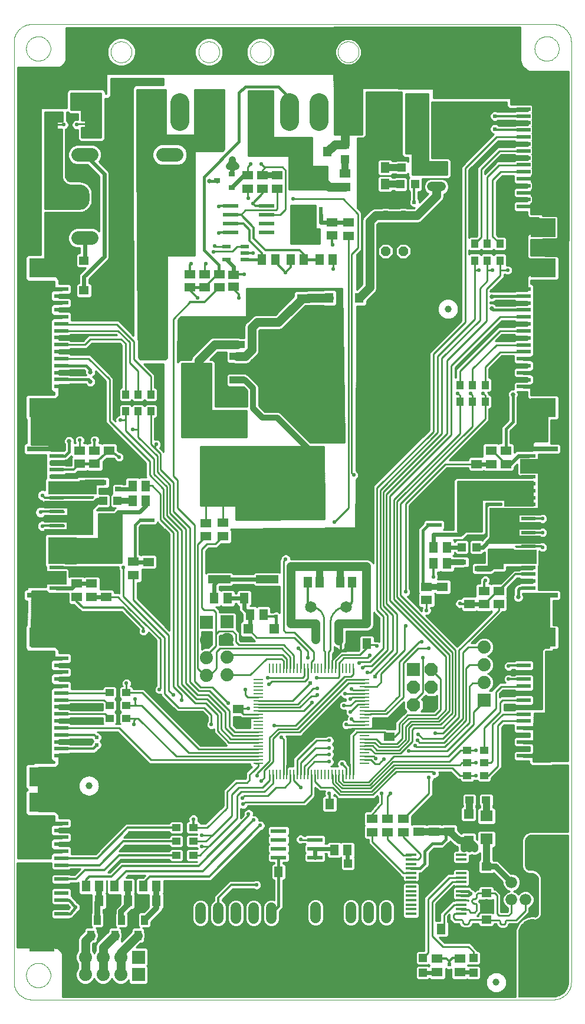
<source format=gtl>
G75*
%MOIN*%
%OFA0B0*%
%FSLAX24Y24*%
%IPPOS*%
%LPD*%
%AMOC8*
5,1,8,0,0,1.08239X$1,22.5*
%
%ADD10C,0.0000*%
%ADD11R,0.0580X0.0110*%
%ADD12R,0.0110X0.0580*%
%ADD13C,0.0650*%
%ADD14R,0.0512X0.0591*%
%ADD15R,0.0591X0.0512*%
%ADD16R,0.4098X0.4252*%
%ADD17R,0.0850X0.0420*%
%ADD18R,0.1299X0.0512*%
%ADD19R,0.0630X0.0512*%
%ADD20R,0.0591X0.0157*%
%ADD21R,0.0472X0.0472*%
%ADD22R,0.0551X0.0551*%
%ADD23R,0.0740X0.0740*%
%ADD24OC8,0.0740*%
%ADD25R,0.0512X0.0630*%
%ADD26R,0.0394X0.0709*%
%ADD27C,0.0394*%
%ADD28R,0.0394X0.0551*%
%ADD29C,0.0740*%
%ADD30R,0.0709X0.0630*%
%ADD31R,0.2126X0.1142*%
%ADD32R,0.0300X0.1280*%
%ADD33R,0.1496X0.1102*%
%ADD34C,0.0660*%
%ADD35C,0.1350*%
%ADD36R,0.0787X0.0236*%
%ADD37R,0.1654X0.0276*%
%ADD38R,0.0787X0.0240*%
%ADD39R,0.1417X0.1055*%
%ADD40R,0.0236X0.0866*%
%ADD41R,0.0500X0.0579*%
%ADD42R,0.0866X0.0236*%
%ADD43R,0.0579X0.0500*%
%ADD44R,0.0354X0.0315*%
%ADD45C,0.0780*%
%ADD46C,0.1063*%
%ADD47R,0.0591X0.1142*%
%ADD48OC8,0.0540*%
%ADD49R,0.0551X0.0472*%
%ADD50R,0.1260X0.0472*%
%ADD51C,0.0600*%
%ADD52R,0.0472X0.0394*%
%ADD53R,0.0394X0.0472*%
%ADD54R,0.0120X0.0240*%
%ADD55C,0.0540*%
%ADD56R,0.0472X0.0217*%
%ADD57R,0.0709X0.1260*%
%ADD58C,0.0100*%
%ADD59C,0.0120*%
%ADD60C,0.0060*%
%ADD61C,0.0218*%
%ADD62C,0.0240*%
%ADD63C,0.0400*%
%ADD64C,0.0320*%
%ADD65C,0.0160*%
%ADD66C,0.0258*%
%ADD67C,0.0140*%
%ADD68C,0.0238*%
%ADD69C,0.0860*%
%ADD70C,0.0500*%
%ADD71C,0.0080*%
%ADD72C,0.0001*%
%ADD73C,0.0240*%
%ADD74C,0.2559*%
D10*
X004083Y005162D02*
X004083Y058280D01*
X004085Y058340D01*
X004090Y058401D01*
X004099Y058460D01*
X004112Y058519D01*
X004128Y058578D01*
X004148Y058635D01*
X004171Y058690D01*
X004198Y058745D01*
X004227Y058797D01*
X004260Y058848D01*
X004296Y058897D01*
X004334Y058943D01*
X004376Y058987D01*
X004420Y059029D01*
X004466Y059067D01*
X004515Y059103D01*
X004566Y059136D01*
X004618Y059165D01*
X004673Y059192D01*
X004728Y059215D01*
X004785Y059235D01*
X004844Y059251D01*
X004903Y059264D01*
X004962Y059273D01*
X005023Y059278D01*
X005083Y059280D01*
X034579Y059280D01*
X034639Y059278D01*
X034700Y059273D01*
X034759Y059264D01*
X034818Y059251D01*
X034877Y059235D01*
X034934Y059215D01*
X034989Y059192D01*
X035044Y059165D01*
X035096Y059136D01*
X035147Y059103D01*
X035196Y059067D01*
X035242Y059029D01*
X035286Y058987D01*
X035328Y058943D01*
X035366Y058897D01*
X035402Y058848D01*
X035435Y058797D01*
X035464Y058745D01*
X035491Y058690D01*
X035514Y058635D01*
X035534Y058578D01*
X035550Y058519D01*
X035563Y058460D01*
X035572Y058401D01*
X035577Y058340D01*
X035579Y058280D01*
X035579Y005162D01*
X035577Y005102D01*
X035572Y005041D01*
X035563Y004982D01*
X035550Y004923D01*
X035534Y004864D01*
X035514Y004807D01*
X035491Y004752D01*
X035464Y004697D01*
X035435Y004645D01*
X035402Y004594D01*
X035366Y004545D01*
X035328Y004499D01*
X035286Y004455D01*
X035242Y004413D01*
X035196Y004375D01*
X035147Y004339D01*
X035096Y004306D01*
X035044Y004277D01*
X034989Y004250D01*
X034934Y004227D01*
X034877Y004207D01*
X034818Y004191D01*
X034759Y004178D01*
X034700Y004169D01*
X034639Y004164D01*
X034579Y004162D01*
X005083Y004162D01*
X005023Y004164D01*
X004962Y004169D01*
X004903Y004178D01*
X004844Y004191D01*
X004785Y004207D01*
X004728Y004227D01*
X004673Y004250D01*
X004618Y004277D01*
X004566Y004306D01*
X004515Y004339D01*
X004466Y004375D01*
X004420Y004413D01*
X004376Y004455D01*
X004334Y004499D01*
X004296Y004545D01*
X004260Y004594D01*
X004227Y004645D01*
X004198Y004697D01*
X004171Y004752D01*
X004148Y004807D01*
X004128Y004864D01*
X004112Y004923D01*
X004099Y004982D01*
X004090Y005041D01*
X004085Y005102D01*
X004083Y005162D01*
X004772Y005540D02*
X004774Y005592D01*
X004780Y005644D01*
X004790Y005695D01*
X004803Y005745D01*
X004821Y005795D01*
X004842Y005842D01*
X004866Y005888D01*
X004895Y005932D01*
X004926Y005974D01*
X004960Y006013D01*
X004997Y006050D01*
X005037Y006083D01*
X005080Y006114D01*
X005124Y006141D01*
X005170Y006165D01*
X005219Y006185D01*
X005268Y006201D01*
X005319Y006214D01*
X005370Y006223D01*
X005422Y006228D01*
X005474Y006229D01*
X005526Y006226D01*
X005578Y006219D01*
X005629Y006208D01*
X005679Y006194D01*
X005728Y006175D01*
X005775Y006153D01*
X005820Y006128D01*
X005864Y006099D01*
X005905Y006067D01*
X005944Y006032D01*
X005979Y005994D01*
X006012Y005953D01*
X006042Y005911D01*
X006068Y005866D01*
X006091Y005819D01*
X006110Y005770D01*
X006126Y005720D01*
X006138Y005670D01*
X006146Y005618D01*
X006150Y005566D01*
X006150Y005514D01*
X006146Y005462D01*
X006138Y005410D01*
X006126Y005360D01*
X006110Y005310D01*
X006091Y005261D01*
X006068Y005214D01*
X006042Y005169D01*
X006012Y005127D01*
X005979Y005086D01*
X005944Y005048D01*
X005905Y005013D01*
X005864Y004981D01*
X005820Y004952D01*
X005775Y004927D01*
X005728Y004905D01*
X005679Y004886D01*
X005629Y004872D01*
X005578Y004861D01*
X005526Y004854D01*
X005474Y004851D01*
X005422Y004852D01*
X005370Y004857D01*
X005319Y004866D01*
X005268Y004879D01*
X005219Y004895D01*
X005170Y004915D01*
X005124Y004939D01*
X005080Y004966D01*
X005037Y004997D01*
X004997Y005030D01*
X004960Y005067D01*
X004926Y005106D01*
X004895Y005148D01*
X004866Y005192D01*
X004842Y005238D01*
X004821Y005285D01*
X004803Y005335D01*
X004790Y005385D01*
X004780Y005436D01*
X004774Y005488D01*
X004772Y005540D01*
X005763Y027642D02*
X005763Y028382D01*
X007021Y028382D01*
X007021Y027642D01*
X005763Y027642D01*
X006030Y028812D02*
X006030Y030285D01*
X007590Y030285D01*
X007590Y028785D01*
X006980Y028785D01*
X006935Y028830D01*
X006048Y028830D01*
X006030Y028812D01*
X005780Y030435D02*
X005780Y030755D01*
X007070Y030755D01*
X007070Y031155D01*
X005780Y031155D01*
X005780Y031545D01*
X007080Y031545D01*
X007080Y031935D01*
X005780Y031935D01*
X005780Y032335D01*
X008540Y032335D01*
X008540Y030435D01*
X005780Y030435D01*
X006030Y032749D02*
X006030Y033465D01*
X008730Y033465D01*
X008730Y032745D01*
X006957Y032745D01*
X006935Y032767D01*
X006048Y032767D01*
X006030Y032749D01*
X004772Y057902D02*
X004774Y057954D01*
X004780Y058006D01*
X004790Y058057D01*
X004803Y058107D01*
X004821Y058157D01*
X004842Y058204D01*
X004866Y058250D01*
X004895Y058294D01*
X004926Y058336D01*
X004960Y058375D01*
X004997Y058412D01*
X005037Y058445D01*
X005080Y058476D01*
X005124Y058503D01*
X005170Y058527D01*
X005219Y058547D01*
X005268Y058563D01*
X005319Y058576D01*
X005370Y058585D01*
X005422Y058590D01*
X005474Y058591D01*
X005526Y058588D01*
X005578Y058581D01*
X005629Y058570D01*
X005679Y058556D01*
X005728Y058537D01*
X005775Y058515D01*
X005820Y058490D01*
X005864Y058461D01*
X005905Y058429D01*
X005944Y058394D01*
X005979Y058356D01*
X006012Y058315D01*
X006042Y058273D01*
X006068Y058228D01*
X006091Y058181D01*
X006110Y058132D01*
X006126Y058082D01*
X006138Y058032D01*
X006146Y057980D01*
X006150Y057928D01*
X006150Y057876D01*
X006146Y057824D01*
X006138Y057772D01*
X006126Y057722D01*
X006110Y057672D01*
X006091Y057623D01*
X006068Y057576D01*
X006042Y057531D01*
X006012Y057489D01*
X005979Y057448D01*
X005944Y057410D01*
X005905Y057375D01*
X005864Y057343D01*
X005820Y057314D01*
X005775Y057289D01*
X005728Y057267D01*
X005679Y057248D01*
X005629Y057234D01*
X005578Y057223D01*
X005526Y057216D01*
X005474Y057213D01*
X005422Y057214D01*
X005370Y057219D01*
X005319Y057228D01*
X005268Y057241D01*
X005219Y057257D01*
X005170Y057277D01*
X005124Y057301D01*
X005080Y057328D01*
X005037Y057359D01*
X004997Y057392D01*
X004960Y057429D01*
X004926Y057468D01*
X004895Y057510D01*
X004866Y057554D01*
X004842Y057600D01*
X004821Y057647D01*
X004803Y057697D01*
X004790Y057747D01*
X004780Y057798D01*
X004774Y057850D01*
X004772Y057902D01*
X009555Y057713D02*
X009557Y057761D01*
X009563Y057809D01*
X009573Y057856D01*
X009586Y057902D01*
X009604Y057947D01*
X009624Y057991D01*
X009649Y058033D01*
X009677Y058072D01*
X009707Y058109D01*
X009741Y058143D01*
X009778Y058175D01*
X009816Y058204D01*
X009857Y058229D01*
X009900Y058251D01*
X009945Y058269D01*
X009991Y058283D01*
X010038Y058294D01*
X010086Y058301D01*
X010134Y058304D01*
X010182Y058303D01*
X010230Y058298D01*
X010278Y058289D01*
X010324Y058277D01*
X010369Y058260D01*
X010413Y058240D01*
X010455Y058217D01*
X010495Y058190D01*
X010533Y058160D01*
X010568Y058127D01*
X010600Y058091D01*
X010630Y058053D01*
X010656Y058012D01*
X010678Y057969D01*
X010698Y057925D01*
X010713Y057880D01*
X010725Y057833D01*
X010733Y057785D01*
X010737Y057737D01*
X010737Y057689D01*
X010733Y057641D01*
X010725Y057593D01*
X010713Y057546D01*
X010698Y057501D01*
X010678Y057457D01*
X010656Y057414D01*
X010630Y057373D01*
X010600Y057335D01*
X010568Y057299D01*
X010533Y057266D01*
X010495Y057236D01*
X010455Y057209D01*
X010413Y057186D01*
X010369Y057166D01*
X010324Y057149D01*
X010278Y057137D01*
X010230Y057128D01*
X010182Y057123D01*
X010134Y057122D01*
X010086Y057125D01*
X010038Y057132D01*
X009991Y057143D01*
X009945Y057157D01*
X009900Y057175D01*
X009857Y057197D01*
X009816Y057222D01*
X009778Y057251D01*
X009741Y057283D01*
X009707Y057317D01*
X009677Y057354D01*
X009649Y057393D01*
X009624Y057435D01*
X009604Y057479D01*
X009586Y057524D01*
X009573Y057570D01*
X009563Y057617D01*
X009557Y057665D01*
X009555Y057713D01*
X014516Y057713D02*
X014518Y057761D01*
X014524Y057809D01*
X014534Y057856D01*
X014547Y057902D01*
X014565Y057947D01*
X014585Y057991D01*
X014610Y058033D01*
X014638Y058072D01*
X014668Y058109D01*
X014702Y058143D01*
X014739Y058175D01*
X014777Y058204D01*
X014818Y058229D01*
X014861Y058251D01*
X014906Y058269D01*
X014952Y058283D01*
X014999Y058294D01*
X015047Y058301D01*
X015095Y058304D01*
X015143Y058303D01*
X015191Y058298D01*
X015239Y058289D01*
X015285Y058277D01*
X015330Y058260D01*
X015374Y058240D01*
X015416Y058217D01*
X015456Y058190D01*
X015494Y058160D01*
X015529Y058127D01*
X015561Y058091D01*
X015591Y058053D01*
X015617Y058012D01*
X015639Y057969D01*
X015659Y057925D01*
X015674Y057880D01*
X015686Y057833D01*
X015694Y057785D01*
X015698Y057737D01*
X015698Y057689D01*
X015694Y057641D01*
X015686Y057593D01*
X015674Y057546D01*
X015659Y057501D01*
X015639Y057457D01*
X015617Y057414D01*
X015591Y057373D01*
X015561Y057335D01*
X015529Y057299D01*
X015494Y057266D01*
X015456Y057236D01*
X015416Y057209D01*
X015374Y057186D01*
X015330Y057166D01*
X015285Y057149D01*
X015239Y057137D01*
X015191Y057128D01*
X015143Y057123D01*
X015095Y057122D01*
X015047Y057125D01*
X014999Y057132D01*
X014952Y057143D01*
X014906Y057157D01*
X014861Y057175D01*
X014818Y057197D01*
X014777Y057222D01*
X014739Y057251D01*
X014702Y057283D01*
X014668Y057317D01*
X014638Y057354D01*
X014610Y057393D01*
X014585Y057435D01*
X014565Y057479D01*
X014547Y057524D01*
X014534Y057570D01*
X014524Y057617D01*
X014518Y057665D01*
X014516Y057713D01*
X017429Y057713D02*
X017431Y057761D01*
X017437Y057809D01*
X017447Y057856D01*
X017460Y057902D01*
X017478Y057947D01*
X017498Y057991D01*
X017523Y058033D01*
X017551Y058072D01*
X017581Y058109D01*
X017615Y058143D01*
X017652Y058175D01*
X017690Y058204D01*
X017731Y058229D01*
X017774Y058251D01*
X017819Y058269D01*
X017865Y058283D01*
X017912Y058294D01*
X017960Y058301D01*
X018008Y058304D01*
X018056Y058303D01*
X018104Y058298D01*
X018152Y058289D01*
X018198Y058277D01*
X018243Y058260D01*
X018287Y058240D01*
X018329Y058217D01*
X018369Y058190D01*
X018407Y058160D01*
X018442Y058127D01*
X018474Y058091D01*
X018504Y058053D01*
X018530Y058012D01*
X018552Y057969D01*
X018572Y057925D01*
X018587Y057880D01*
X018599Y057833D01*
X018607Y057785D01*
X018611Y057737D01*
X018611Y057689D01*
X018607Y057641D01*
X018599Y057593D01*
X018587Y057546D01*
X018572Y057501D01*
X018552Y057457D01*
X018530Y057414D01*
X018504Y057373D01*
X018474Y057335D01*
X018442Y057299D01*
X018407Y057266D01*
X018369Y057236D01*
X018329Y057209D01*
X018287Y057186D01*
X018243Y057166D01*
X018198Y057149D01*
X018152Y057137D01*
X018104Y057128D01*
X018056Y057123D01*
X018008Y057122D01*
X017960Y057125D01*
X017912Y057132D01*
X017865Y057143D01*
X017819Y057157D01*
X017774Y057175D01*
X017731Y057197D01*
X017690Y057222D01*
X017652Y057251D01*
X017615Y057283D01*
X017581Y057317D01*
X017551Y057354D01*
X017523Y057393D01*
X017498Y057435D01*
X017478Y057479D01*
X017460Y057524D01*
X017447Y057570D01*
X017437Y057617D01*
X017431Y057665D01*
X017429Y057713D01*
X022390Y057713D02*
X022392Y057761D01*
X022398Y057809D01*
X022408Y057856D01*
X022421Y057902D01*
X022439Y057947D01*
X022459Y057991D01*
X022484Y058033D01*
X022512Y058072D01*
X022542Y058109D01*
X022576Y058143D01*
X022613Y058175D01*
X022651Y058204D01*
X022692Y058229D01*
X022735Y058251D01*
X022780Y058269D01*
X022826Y058283D01*
X022873Y058294D01*
X022921Y058301D01*
X022969Y058304D01*
X023017Y058303D01*
X023065Y058298D01*
X023113Y058289D01*
X023159Y058277D01*
X023204Y058260D01*
X023248Y058240D01*
X023290Y058217D01*
X023330Y058190D01*
X023368Y058160D01*
X023403Y058127D01*
X023435Y058091D01*
X023465Y058053D01*
X023491Y058012D01*
X023513Y057969D01*
X023533Y057925D01*
X023548Y057880D01*
X023560Y057833D01*
X023568Y057785D01*
X023572Y057737D01*
X023572Y057689D01*
X023568Y057641D01*
X023560Y057593D01*
X023548Y057546D01*
X023533Y057501D01*
X023513Y057457D01*
X023491Y057414D01*
X023465Y057373D01*
X023435Y057335D01*
X023403Y057299D01*
X023368Y057266D01*
X023330Y057236D01*
X023290Y057209D01*
X023248Y057186D01*
X023204Y057166D01*
X023159Y057149D01*
X023113Y057137D01*
X023065Y057128D01*
X023017Y057123D01*
X022969Y057122D01*
X022921Y057125D01*
X022873Y057132D01*
X022826Y057143D01*
X022780Y057157D01*
X022735Y057175D01*
X022692Y057197D01*
X022651Y057222D01*
X022613Y057251D01*
X022576Y057283D01*
X022542Y057317D01*
X022512Y057354D01*
X022484Y057393D01*
X022459Y057435D01*
X022439Y057479D01*
X022421Y057524D01*
X022408Y057570D01*
X022398Y057617D01*
X022392Y057665D01*
X022390Y057713D01*
X033512Y057902D02*
X033514Y057954D01*
X033520Y058006D01*
X033530Y058057D01*
X033543Y058107D01*
X033561Y058157D01*
X033582Y058204D01*
X033606Y058250D01*
X033635Y058294D01*
X033666Y058336D01*
X033700Y058375D01*
X033737Y058412D01*
X033777Y058445D01*
X033820Y058476D01*
X033864Y058503D01*
X033910Y058527D01*
X033959Y058547D01*
X034008Y058563D01*
X034059Y058576D01*
X034110Y058585D01*
X034162Y058590D01*
X034214Y058591D01*
X034266Y058588D01*
X034318Y058581D01*
X034369Y058570D01*
X034419Y058556D01*
X034468Y058537D01*
X034515Y058515D01*
X034560Y058490D01*
X034604Y058461D01*
X034645Y058429D01*
X034684Y058394D01*
X034719Y058356D01*
X034752Y058315D01*
X034782Y058273D01*
X034808Y058228D01*
X034831Y058181D01*
X034850Y058132D01*
X034866Y058082D01*
X034878Y058032D01*
X034886Y057980D01*
X034890Y057928D01*
X034890Y057876D01*
X034886Y057824D01*
X034878Y057772D01*
X034866Y057722D01*
X034850Y057672D01*
X034831Y057623D01*
X034808Y057576D01*
X034782Y057531D01*
X034752Y057489D01*
X034719Y057448D01*
X034684Y057410D01*
X034645Y057375D01*
X034604Y057343D01*
X034560Y057314D01*
X034515Y057289D01*
X034468Y057267D01*
X034419Y057248D01*
X034369Y057234D01*
X034318Y057223D01*
X034266Y057216D01*
X034214Y057213D01*
X034162Y057214D01*
X034110Y057219D01*
X034059Y057228D01*
X034008Y057241D01*
X033959Y057257D01*
X033910Y057277D01*
X033864Y057301D01*
X033820Y057328D01*
X033777Y057359D01*
X033737Y057392D01*
X033700Y057429D01*
X033666Y057468D01*
X033635Y057510D01*
X033606Y057554D01*
X033582Y057600D01*
X033561Y057647D01*
X033543Y057697D01*
X033530Y057747D01*
X033520Y057798D01*
X033514Y057850D01*
X033512Y057902D01*
X033843Y034702D02*
X032703Y034702D01*
X032703Y033922D01*
X033843Y033922D01*
X033843Y034702D01*
X033433Y033472D02*
X033433Y032062D01*
X031793Y032062D01*
X031793Y033472D01*
X033433Y033472D01*
X033843Y031942D02*
X030963Y031942D01*
X030963Y029962D01*
X033843Y029962D01*
X033843Y030382D01*
X032643Y030382D01*
X032643Y030742D01*
X033843Y030742D01*
X033843Y031162D01*
X032643Y031162D01*
X032643Y031562D01*
X033843Y031562D01*
X033843Y031942D01*
X033603Y029572D02*
X031983Y029572D01*
X031983Y028802D01*
X033603Y028802D01*
X033603Y029572D01*
D11*
X023887Y022240D03*
X023887Y022050D03*
X023887Y021850D03*
X023887Y021650D03*
X023887Y021450D03*
X023887Y021260D03*
X023887Y021060D03*
X023887Y020860D03*
X023887Y020670D03*
X023887Y020470D03*
X023887Y020270D03*
X023887Y020080D03*
X023887Y019880D03*
X023887Y019680D03*
X023887Y019490D03*
X023887Y019290D03*
X023887Y019090D03*
X023887Y018900D03*
X023887Y018700D03*
X023887Y018500D03*
X023887Y018310D03*
X023887Y018110D03*
X023887Y017910D03*
X023887Y017710D03*
X023887Y017520D03*
X017887Y017520D03*
X017887Y017710D03*
X017887Y017910D03*
X017887Y018110D03*
X017887Y018310D03*
X017887Y018500D03*
X017887Y018700D03*
X017887Y018900D03*
X017887Y019090D03*
X017887Y019290D03*
X017887Y019490D03*
X017887Y019680D03*
X017887Y019880D03*
X017887Y020080D03*
X017887Y020270D03*
X017887Y020470D03*
X017887Y020670D03*
X017887Y020860D03*
X017887Y021060D03*
X017887Y021260D03*
X017887Y021450D03*
X017887Y021650D03*
X017887Y021850D03*
X017887Y022050D03*
X017887Y022240D03*
D12*
X018527Y022880D03*
X018717Y022880D03*
X018917Y022880D03*
X019117Y022880D03*
X019317Y022880D03*
X019507Y022880D03*
X019707Y022880D03*
X019907Y022880D03*
X020097Y022880D03*
X020297Y022880D03*
X020497Y022880D03*
X020687Y022880D03*
X020887Y022880D03*
X021087Y022880D03*
X021277Y022880D03*
X021477Y022880D03*
X021677Y022880D03*
X021867Y022880D03*
X022067Y022880D03*
X022267Y022880D03*
X022457Y022880D03*
X022657Y022880D03*
X022857Y022880D03*
X023057Y022880D03*
X023247Y022880D03*
X023247Y016880D03*
X023057Y016880D03*
X022857Y016880D03*
X022657Y016880D03*
X022457Y016880D03*
X022267Y016880D03*
X022067Y016880D03*
X021867Y016880D03*
X021677Y016880D03*
X021477Y016880D03*
X021277Y016880D03*
X021087Y016880D03*
X020887Y016880D03*
X020687Y016880D03*
X020497Y016880D03*
X020297Y016880D03*
X020097Y016880D03*
X019907Y016880D03*
X019707Y016880D03*
X019507Y016880D03*
X019317Y016880D03*
X019117Y016880D03*
X018917Y016880D03*
X018717Y016880D03*
X018527Y016880D03*
D13*
X020850Y026367D03*
X022850Y026367D03*
D14*
X023183Y027761D03*
X022514Y027761D03*
X021355Y027761D03*
X020686Y027761D03*
X017837Y026842D03*
X017089Y026842D03*
X023281Y024281D03*
X024029Y024281D03*
X022682Y015203D03*
X021934Y015203D03*
X022197Y012626D03*
X022945Y012626D03*
X019789Y011387D03*
X019041Y011387D03*
X028220Y008143D03*
X028968Y008143D03*
X025067Y050249D03*
X024319Y050249D03*
X024313Y051181D03*
X025061Y051181D03*
D15*
X016503Y045117D03*
X016503Y044447D03*
X014860Y044408D03*
X014860Y045156D03*
X009477Y035193D03*
X009477Y034445D03*
X009298Y027663D03*
X009298Y026915D03*
X016751Y020589D03*
X016751Y019841D03*
X025291Y019763D03*
X025291Y019015D03*
X026103Y014376D03*
X026103Y013628D03*
X026977Y013667D03*
X026977Y014337D03*
X027843Y014337D03*
X027843Y013667D03*
X028683Y013667D03*
X028683Y014337D03*
X029820Y026508D03*
X029820Y027256D03*
X030222Y034428D03*
X030222Y035176D03*
D16*
X019964Y039839D03*
D17*
X016684Y039839D03*
X016684Y040509D03*
X016684Y041179D03*
X016684Y039169D03*
X016684Y038499D03*
D18*
X018267Y043799D03*
X020728Y043799D03*
X011897Y044353D03*
X009437Y044353D03*
X009437Y040990D03*
X011897Y040990D03*
D19*
X014033Y044408D03*
X014033Y045156D03*
X015683Y045156D03*
X015683Y044408D03*
X017293Y049988D03*
X017293Y050736D03*
X018123Y050736D03*
X018123Y049988D03*
X018963Y049988D03*
X018963Y050736D03*
X022070Y048098D03*
X022070Y047350D03*
X022996Y047331D03*
X022996Y048079D03*
X022808Y050098D03*
X022808Y050846D03*
X031053Y035176D03*
X031053Y034428D03*
X031886Y034428D03*
X031886Y035176D03*
X031483Y027256D03*
X031483Y026508D03*
X030652Y026508D03*
X030652Y027256D03*
X028308Y027492D03*
X028308Y026744D03*
X027409Y026747D03*
X027409Y027495D03*
X025207Y014376D03*
X025207Y013628D03*
X024333Y013628D03*
X024333Y014376D03*
X028005Y006471D03*
X028005Y005723D03*
X029286Y005723D03*
X029286Y006471D03*
X015904Y030353D03*
X015904Y031101D03*
X014937Y031096D03*
X014937Y030348D03*
X011685Y028896D03*
X011685Y028148D03*
X010842Y028153D03*
X010842Y028901D03*
X008476Y027669D03*
X008476Y026921D03*
X007632Y026921D03*
X007632Y027669D03*
X007803Y034448D03*
X007803Y035196D03*
X008644Y035200D03*
X008644Y034452D03*
D20*
X026513Y012341D03*
X026513Y012085D03*
X026513Y011829D03*
X026513Y011574D03*
X026513Y011318D03*
X026513Y011062D03*
X026513Y010806D03*
X026513Y010550D03*
X026513Y010294D03*
X026513Y010038D03*
X026513Y009782D03*
X026513Y009526D03*
X026513Y009270D03*
X026513Y009015D03*
X029368Y009015D03*
X029368Y009270D03*
X029368Y009526D03*
X029368Y009782D03*
X029368Y010038D03*
X029368Y010294D03*
X029368Y010550D03*
X029368Y010806D03*
X029368Y011062D03*
X029368Y011318D03*
X029368Y011574D03*
X029368Y011829D03*
X029368Y012085D03*
X029368Y012341D03*
D21*
X030050Y006510D03*
X030050Y005683D03*
X027192Y005683D03*
X027192Y006510D03*
X022955Y011866D03*
X022128Y011866D03*
X029394Y029729D03*
X030221Y029729D03*
X026757Y050239D03*
X025931Y050239D03*
X025991Y051185D03*
X026817Y051185D03*
X022798Y051653D03*
X022798Y052480D03*
X009943Y032357D03*
X009116Y032357D03*
D22*
X017315Y025102D03*
X018811Y025102D03*
X029784Y014654D03*
X029784Y013158D03*
D23*
X030663Y021082D03*
X026675Y022815D03*
X016113Y025501D03*
X014960Y025495D03*
X011116Y006566D03*
X011116Y005571D03*
D24*
X026675Y020815D03*
X026675Y021815D03*
X027675Y021815D03*
X027675Y022815D03*
X027675Y020815D03*
D25*
X027809Y028802D03*
X028557Y028802D03*
X028557Y029715D03*
X027809Y029715D03*
X018182Y025921D03*
X017434Y025921D03*
X016157Y026842D03*
X015409Y026842D03*
X011538Y032357D03*
X010790Y032357D03*
X010782Y033199D03*
X011530Y033199D03*
X018109Y045982D03*
X018857Y045982D03*
X019729Y045982D03*
X020477Y045982D03*
X021349Y045982D03*
X022097Y045982D03*
X012137Y010582D03*
X011389Y010582D03*
X011389Y009742D03*
X012137Y009742D03*
X010517Y009742D03*
X009769Y009742D03*
X009769Y010582D03*
X010517Y010582D03*
X008897Y010582D03*
X008149Y010582D03*
X008149Y009742D03*
X008897Y009742D03*
D26*
X007836Y054960D03*
X006734Y054960D03*
D27*
X028614Y043190D03*
X008320Y016247D03*
X031342Y005137D03*
D28*
X011460Y008660D03*
X010712Y008660D03*
X010159Y008663D03*
X009411Y008663D03*
X008802Y008662D03*
X008054Y008662D03*
X008428Y007795D03*
X009785Y007797D03*
X011086Y007794D03*
D29*
X010116Y006566D03*
X010116Y005571D03*
X009116Y005571D03*
X009116Y006566D03*
X008116Y006566D03*
X008116Y005571D03*
X014960Y022495D03*
X014960Y023495D03*
X014960Y024495D03*
X016113Y024501D03*
X016113Y023501D03*
X016113Y022501D03*
X030663Y022082D03*
X030663Y023082D03*
X030663Y024082D03*
D30*
X030800Y014540D03*
X030800Y013238D03*
D31*
X015954Y032900D03*
X015954Y036719D03*
D32*
X020721Y036485D03*
X020721Y034585D03*
D33*
X014377Y039034D03*
X014377Y041948D03*
D34*
X032203Y010788D03*
X032983Y010788D03*
X032983Y009804D03*
X032203Y009804D03*
D35*
X034053Y007926D03*
X034053Y012666D03*
D36*
X033166Y027415D03*
X033166Y027808D03*
X033166Y028202D03*
X033166Y028596D03*
X033166Y028990D03*
X033166Y029383D03*
X033166Y029777D03*
X033166Y030171D03*
X033166Y030564D03*
X033166Y030958D03*
X033166Y031352D03*
X033166Y031745D03*
X033166Y032139D03*
X033166Y032533D03*
X033166Y032927D03*
X033166Y033320D03*
X033166Y033714D03*
X033166Y034108D03*
X033166Y034501D03*
X033166Y034895D03*
X006491Y034891D03*
X006491Y034498D03*
X006491Y034104D03*
X006491Y033710D03*
X006491Y033316D03*
X006491Y032923D03*
X006491Y032529D03*
X006491Y032135D03*
X006491Y031742D03*
X006491Y031348D03*
X006491Y030954D03*
X006491Y030561D03*
X006491Y030167D03*
X006491Y029773D03*
X006491Y029379D03*
X006491Y028986D03*
X006491Y028592D03*
X006491Y028198D03*
X006491Y027805D03*
X006491Y027411D03*
D37*
X005665Y027017D03*
X005665Y035285D03*
X033993Y035289D03*
X033993Y027021D03*
D38*
X032902Y023449D03*
X032902Y023056D03*
X032902Y022662D03*
X032902Y022268D03*
X032902Y021875D03*
X032902Y021481D03*
X032902Y021087D03*
X032902Y020693D03*
X032902Y020300D03*
X032902Y019906D03*
X032902Y019512D03*
X032902Y019119D03*
X032902Y018725D03*
X032902Y018331D03*
X032902Y017938D03*
X032902Y038804D03*
X032902Y039197D03*
X032902Y039591D03*
X032902Y039985D03*
X032902Y040379D03*
X032902Y040772D03*
X032902Y041166D03*
X032902Y041560D03*
X032902Y041953D03*
X032902Y042347D03*
X032902Y042741D03*
X032902Y043134D03*
X032902Y043528D03*
X032902Y043922D03*
X032902Y044316D03*
X032902Y048977D03*
X032902Y049371D03*
X032902Y049765D03*
X032902Y050159D03*
X032902Y050552D03*
X032902Y050946D03*
X032902Y051340D03*
X032902Y051733D03*
X032902Y052127D03*
X032902Y052521D03*
X032902Y052914D03*
X032902Y053308D03*
X032902Y053702D03*
X032902Y054096D03*
X032902Y054489D03*
X006760Y044323D03*
X006760Y043930D03*
X006760Y043536D03*
X006760Y043142D03*
X006760Y042749D03*
X006760Y042355D03*
X006760Y041961D03*
X006760Y041568D03*
X006760Y041174D03*
X006760Y040780D03*
X006760Y040386D03*
X006760Y039993D03*
X006760Y039599D03*
X006760Y039205D03*
X006760Y038812D03*
X006760Y023457D03*
X006760Y023064D03*
X006760Y022670D03*
X006760Y022276D03*
X006760Y021882D03*
X006760Y021489D03*
X006760Y021095D03*
X006760Y020701D03*
X006760Y020308D03*
X006760Y019914D03*
X006760Y019520D03*
X006760Y019127D03*
X006760Y018733D03*
X006760Y018339D03*
X006760Y017945D03*
X006760Y014126D03*
X006760Y013732D03*
X006760Y013339D03*
X006760Y012945D03*
X006760Y012551D03*
X006760Y012157D03*
X006760Y011764D03*
X006760Y011370D03*
X006760Y010976D03*
X006760Y010583D03*
X006760Y010189D03*
X006760Y009795D03*
X006760Y009402D03*
X006760Y009008D03*
X006760Y008614D03*
D39*
X005658Y007429D03*
X005658Y015303D03*
X005658Y016760D03*
X005658Y024634D03*
X005658Y037627D03*
X005658Y045501D03*
X034005Y045501D03*
X034005Y047800D03*
X034005Y055674D03*
X034005Y037627D03*
X034005Y024634D03*
X034005Y016760D03*
D40*
X021436Y048508D03*
X020936Y048508D03*
X020436Y048508D03*
X019936Y048508D03*
X019936Y050555D03*
X020436Y050555D03*
X020936Y050555D03*
X021436Y050555D03*
D41*
X021807Y052070D03*
X020114Y052070D03*
X021906Y043816D03*
X023599Y043816D03*
D42*
X018367Y047512D03*
X018367Y048012D03*
X018367Y048512D03*
X018367Y049012D03*
X016320Y049012D03*
X016320Y048512D03*
X016320Y048012D03*
X016320Y047512D03*
X011586Y031266D03*
X011586Y030766D03*
X011586Y030266D03*
X011586Y029766D03*
X009539Y029766D03*
X009539Y030266D03*
X009539Y030766D03*
X009539Y031266D03*
X019045Y013692D03*
X019045Y013192D03*
X019045Y012692D03*
X019045Y012192D03*
X021092Y012192D03*
X021092Y012692D03*
X021092Y013192D03*
X021092Y013692D03*
X027837Y030983D03*
X027837Y031483D03*
X027837Y031983D03*
X027837Y032483D03*
X029884Y032483D03*
X029884Y031983D03*
X029884Y031483D03*
X029884Y030983D03*
D43*
X031364Y031312D03*
X031364Y030583D03*
X031364Y028890D03*
X031364Y033005D03*
X008059Y033283D03*
X008059Y031590D03*
X008059Y030861D03*
X008059Y029168D03*
X008041Y044234D03*
X008041Y045927D03*
D44*
X015565Y050434D03*
X016392Y050808D03*
X016392Y050060D03*
X009965Y033751D03*
X009965Y033003D03*
X009138Y033377D03*
X029475Y028895D03*
X029475Y028147D03*
X030302Y028521D03*
D45*
X013275Y047208D02*
X012495Y047208D01*
X012495Y051908D02*
X013275Y051908D01*
X008475Y051908D02*
X007695Y051908D01*
X007675Y049558D02*
X006895Y049558D01*
X007695Y047208D02*
X008475Y047208D01*
D46*
X010146Y053776D02*
X010146Y054839D01*
X011800Y054839D02*
X011800Y053776D01*
X013453Y053776D02*
X013453Y054839D01*
X015107Y054839D02*
X015107Y053776D01*
X018020Y053776D02*
X018020Y054839D01*
X019674Y054839D02*
X019674Y053776D01*
X021327Y053776D02*
X021327Y054839D01*
X022981Y054839D02*
X022981Y053776D01*
D47*
X025500Y053968D03*
X025502Y052708D03*
X026683Y052708D03*
X026681Y053968D03*
D48*
X026087Y048476D03*
X026087Y047476D03*
X026087Y046453D03*
X026087Y045453D03*
X025087Y045453D03*
X025087Y046453D03*
X025087Y047476D03*
X025087Y048476D03*
D49*
X030783Y011675D03*
X030783Y010809D03*
X030783Y010175D03*
X030783Y009309D03*
X030783Y008675D03*
X030783Y007809D03*
D50*
X018382Y027915D03*
X018382Y029489D03*
X015705Y029489D03*
X015705Y027915D03*
D51*
X015640Y009350D02*
X015640Y008750D01*
X014640Y008750D02*
X014640Y009350D01*
X013640Y009350D02*
X013640Y008750D01*
X016640Y008750D02*
X016640Y009350D01*
X017640Y009350D02*
X017640Y008750D01*
X018640Y008750D02*
X018640Y009350D01*
X020130Y009383D02*
X020130Y008783D01*
X021130Y008783D02*
X021130Y009383D01*
X022130Y009383D02*
X022130Y008783D01*
X023130Y008783D02*
X023130Y009383D01*
X024130Y009383D02*
X024130Y008783D01*
X025130Y008783D02*
X025130Y009383D01*
D52*
X029831Y015442D03*
X030776Y015442D03*
X030656Y016822D03*
X030656Y017542D03*
X030656Y018262D03*
X029711Y018262D03*
X029711Y017542D03*
X029711Y016822D03*
X032043Y007042D03*
X032988Y007042D03*
X014216Y012322D03*
X014216Y013102D03*
X014216Y013882D03*
X013271Y013882D03*
X013271Y013102D03*
X013271Y012322D03*
X010436Y020062D03*
X010436Y020782D03*
X010436Y021502D03*
X009491Y021502D03*
X009491Y020782D03*
X009491Y020062D03*
D53*
X010383Y037410D03*
X011103Y037410D03*
X011823Y037410D03*
X011823Y038354D03*
X011103Y038354D03*
X010383Y038354D03*
X029283Y037950D03*
X030003Y037950D03*
X030723Y037950D03*
X030723Y038894D03*
X030003Y038894D03*
X029283Y038894D03*
X030123Y045930D03*
X030843Y045930D03*
X031563Y045930D03*
X031563Y046874D03*
X030843Y046874D03*
X030123Y046874D03*
D54*
X022563Y024192D03*
X022563Y023992D03*
D55*
X027693Y050102D02*
X028233Y050102D01*
X028233Y051102D02*
X027693Y051102D01*
D56*
X017135Y046716D03*
X017135Y046342D03*
X017135Y045968D03*
X016111Y045968D03*
X016111Y046716D03*
D57*
X008426Y053662D03*
X006221Y053662D03*
D58*
X006223Y053649D01*
X006227Y053636D01*
X006234Y053625D01*
X006244Y053615D01*
X006255Y053608D01*
X006268Y053604D01*
X006281Y053602D01*
X006903Y053602D01*
X006843Y053782D02*
X006423Y053782D01*
X006423Y053362D01*
X006783Y053362D01*
X006783Y050682D01*
X006797Y050590D01*
X006826Y050503D01*
X006869Y050421D01*
X006927Y050348D01*
X006996Y050287D01*
X007074Y050238D01*
X007160Y050204D01*
X007251Y050185D01*
X007343Y050182D01*
X007783Y050182D01*
X007870Y050174D01*
X007954Y050152D01*
X008033Y050115D01*
X008105Y050065D01*
X008166Y050003D01*
X008216Y049932D01*
X008253Y049853D01*
X008276Y049769D01*
X008283Y049682D01*
X008283Y049362D01*
X008276Y049275D01*
X005843Y049275D01*
X005843Y049177D02*
X008246Y049177D01*
X008253Y049191D02*
X008216Y049112D01*
X008166Y049041D01*
X008105Y048979D01*
X008033Y048929D01*
X007954Y048892D01*
X007870Y048870D01*
X007783Y048862D01*
X005843Y048862D01*
X005843Y054302D01*
X006843Y054302D01*
X006843Y053782D01*
X006843Y053806D02*
X005843Y053806D01*
X005843Y053708D02*
X006423Y053708D01*
X006423Y053609D02*
X005843Y053609D01*
X005843Y053511D02*
X006423Y053511D01*
X006423Y053412D02*
X005843Y053412D01*
X005843Y053314D02*
X006783Y053314D01*
X006783Y053215D02*
X005843Y053215D01*
X005843Y053117D02*
X006783Y053117D01*
X006783Y053018D02*
X005843Y053018D01*
X005843Y052920D02*
X006783Y052920D01*
X006783Y052821D02*
X005843Y052821D01*
X005843Y052723D02*
X006783Y052723D01*
X006783Y052624D02*
X005843Y052624D01*
X005843Y052526D02*
X006783Y052526D01*
X006783Y052427D02*
X005843Y052427D01*
X005843Y052329D02*
X006783Y052329D01*
X006783Y052230D02*
X005843Y052230D01*
X005843Y052132D02*
X006783Y052132D01*
X006783Y052033D02*
X005843Y052033D01*
X005843Y051935D02*
X006783Y051935D01*
X006783Y051836D02*
X005843Y051836D01*
X005843Y051738D02*
X006783Y051738D01*
X006783Y051639D02*
X005843Y051639D01*
X005843Y051541D02*
X006783Y051541D01*
X006783Y051442D02*
X005843Y051442D01*
X005843Y051344D02*
X006783Y051344D01*
X006783Y051245D02*
X005843Y051245D01*
X005843Y051147D02*
X006783Y051147D01*
X006783Y051048D02*
X005843Y051048D01*
X005843Y050950D02*
X006783Y050950D01*
X006783Y050851D02*
X005843Y050851D01*
X005843Y050753D02*
X006783Y050753D01*
X006787Y050654D02*
X005843Y050654D01*
X005843Y050556D02*
X006808Y050556D01*
X006850Y050457D02*
X005843Y050457D01*
X005843Y050359D02*
X006919Y050359D01*
X007039Y050260D02*
X005843Y050260D01*
X005843Y050162D02*
X007918Y050162D01*
X008107Y050063D02*
X005843Y050063D01*
X005843Y049965D02*
X008194Y049965D01*
X008247Y049866D02*
X005843Y049866D01*
X005843Y049768D02*
X008276Y049768D01*
X008283Y049669D02*
X005843Y049669D01*
X005843Y049571D02*
X008283Y049571D01*
X008283Y049472D02*
X005843Y049472D01*
X005843Y049374D02*
X008283Y049374D01*
X008276Y049275D02*
X008253Y049191D01*
X008193Y049078D02*
X005843Y049078D01*
X005843Y048980D02*
X008105Y048980D01*
X007913Y048881D02*
X005843Y048881D01*
X005843Y048642D02*
X007703Y048642D01*
X007712Y048635D01*
X007793Y048642D01*
X007824Y048642D01*
X007839Y048634D01*
X007871Y048642D01*
X007874Y048642D01*
X007876Y048643D01*
X007909Y048652D01*
X007959Y048656D01*
X007965Y048654D01*
X007972Y048658D01*
X007980Y048658D01*
X007984Y048663D01*
X008030Y048685D01*
X008078Y048698D01*
X008085Y048696D01*
X008092Y048701D01*
X008099Y048703D01*
X008103Y048709D01*
X008144Y048738D01*
X008189Y048759D01*
X008196Y048759D01*
X008202Y048765D01*
X008209Y048768D01*
X008211Y048774D01*
X008247Y048810D01*
X008288Y048839D01*
X008294Y048840D01*
X008299Y048846D01*
X008306Y048851D01*
X008307Y048857D01*
X008336Y048899D01*
X008371Y048934D01*
X008377Y048936D01*
X008381Y048944D01*
X008386Y048949D01*
X008386Y048956D01*
X008408Y049002D01*
X008436Y049043D01*
X008442Y049046D01*
X008444Y049054D01*
X008449Y049060D01*
X008448Y049067D01*
X008461Y049115D01*
X008482Y049161D01*
X008487Y049165D01*
X008488Y049173D01*
X008491Y049181D01*
X008489Y049187D01*
X008493Y049237D01*
X008502Y049270D01*
X008503Y049271D01*
X008503Y049275D01*
X008893Y049275D01*
X008893Y049177D02*
X008489Y049177D01*
X008503Y049275D02*
X008512Y049306D01*
X008503Y049321D01*
X008503Y049352D01*
X008510Y049434D01*
X008503Y049442D01*
X008503Y049602D01*
X008510Y049610D01*
X008503Y049692D01*
X008503Y049723D01*
X008512Y049738D01*
X008503Y049769D01*
X008503Y049773D01*
X008502Y049774D01*
X008493Y049807D01*
X008489Y049857D01*
X008491Y049863D01*
X008488Y049871D01*
X008487Y049879D01*
X008482Y049883D01*
X008461Y049929D01*
X008448Y049977D01*
X008449Y049984D01*
X008444Y049990D01*
X008442Y049998D01*
X008436Y050001D01*
X008408Y050042D01*
X008386Y050088D01*
X008386Y050095D01*
X008381Y050100D01*
X008377Y050108D01*
X008371Y050110D01*
X008336Y050145D01*
X008307Y050187D01*
X008306Y050193D01*
X008299Y050198D01*
X008294Y050204D01*
X008288Y050205D01*
X008247Y050234D01*
X008211Y050270D01*
X008209Y050276D01*
X008202Y050279D01*
X008196Y050285D01*
X008189Y050285D01*
X008144Y050306D01*
X008103Y050335D01*
X008099Y050341D01*
X008092Y050343D01*
X008085Y050347D01*
X008078Y050346D01*
X008030Y050359D01*
X007984Y050381D01*
X007980Y050386D01*
X007972Y050386D01*
X007965Y050390D01*
X007959Y050388D01*
X007909Y050392D01*
X007876Y050401D01*
X007874Y050402D01*
X007871Y050402D01*
X007839Y050410D01*
X007824Y050402D01*
X007793Y050402D01*
X007712Y050409D01*
X007703Y050402D01*
X007347Y050402D01*
X007277Y050404D01*
X007224Y050415D01*
X007174Y050435D01*
X007128Y050464D01*
X007087Y050500D01*
X007054Y050542D01*
X007028Y050590D01*
X007012Y050641D01*
X007003Y050698D01*
X007003Y053341D01*
X007061Y053365D01*
X007140Y053444D01*
X007183Y053546D01*
X007183Y053658D01*
X007140Y053760D01*
X007063Y053837D01*
X007063Y054302D01*
X007138Y054302D01*
X007228Y054212D01*
X007693Y054212D01*
X007693Y053882D01*
X007592Y053882D01*
X007591Y053881D01*
X007568Y053881D01*
X007465Y053839D01*
X007387Y053760D01*
X007344Y053658D01*
X007344Y053546D01*
X007387Y053444D01*
X007465Y053365D01*
X007568Y053323D01*
X007679Y053323D01*
X007693Y053329D01*
X007693Y052787D01*
X007828Y052652D01*
X009099Y052652D01*
X009233Y052787D01*
X009233Y055082D01*
X009355Y055082D01*
X009451Y055122D01*
X009524Y055195D01*
X009563Y055290D01*
X009563Y056222D01*
X012543Y056222D01*
X012543Y055842D01*
X011095Y055842D01*
X010992Y055842D01*
X010896Y055802D01*
X010823Y055729D01*
X010783Y055634D01*
X010783Y052633D01*
X010783Y052632D01*
X010783Y052581D01*
X010783Y052530D01*
X010784Y052530D01*
X010837Y041700D01*
X010123Y042413D01*
X009994Y042542D01*
X007324Y042542D01*
X007324Y042545D01*
X007318Y042552D01*
X007324Y042558D01*
X007324Y042939D01*
X007225Y043039D01*
X006616Y043039D01*
X006616Y043246D01*
X007225Y043246D01*
X007324Y043346D01*
X007324Y043727D01*
X007225Y043826D01*
X006616Y043826D01*
X006616Y044033D01*
X007225Y044033D01*
X007324Y044133D01*
X007324Y044514D01*
X007225Y044613D01*
X006616Y044613D01*
X006616Y044834D01*
X006576Y044929D01*
X006503Y045002D01*
X006408Y045042D01*
X005843Y045042D01*
X005843Y048642D01*
X005843Y048586D02*
X008893Y048586D01*
X008893Y048684D02*
X008029Y048684D01*
X008219Y048783D02*
X008893Y048783D01*
X008893Y048881D02*
X008323Y048881D01*
X008397Y048980D02*
X008893Y048980D01*
X008893Y049078D02*
X008451Y049078D01*
X008505Y049374D02*
X008893Y049374D01*
X008893Y049472D02*
X008503Y049472D01*
X008503Y049571D02*
X008893Y049571D01*
X008893Y049669D02*
X008505Y049669D01*
X008504Y049768D02*
X008893Y049768D01*
X008893Y049866D02*
X008490Y049866D01*
X008451Y049965D02*
X008893Y049965D01*
X008893Y050063D02*
X008398Y050063D01*
X008324Y050162D02*
X008893Y050162D01*
X008893Y050260D02*
X008221Y050260D01*
X008033Y050359D02*
X008893Y050359D01*
X008893Y050457D02*
X007138Y050457D01*
X007047Y050556D02*
X008893Y050556D01*
X008893Y050654D02*
X007010Y050654D01*
X007003Y050753D02*
X008830Y050753D01*
X008893Y050689D02*
X008893Y047581D01*
X008792Y047682D01*
X008587Y047768D01*
X007584Y047768D01*
X007378Y047682D01*
X007220Y047525D01*
X007135Y047319D01*
X007135Y047096D01*
X007220Y046890D01*
X007378Y046733D01*
X007584Y046648D01*
X007795Y046648D01*
X007795Y046347D01*
X007681Y046347D01*
X007581Y046247D01*
X007581Y045606D01*
X007681Y045507D01*
X008118Y045507D01*
X007795Y045184D01*
X007751Y045077D01*
X007751Y044654D01*
X007681Y044654D01*
X007581Y044554D01*
X007581Y043913D01*
X007681Y043814D01*
X008401Y043814D01*
X008500Y043913D01*
X008500Y044554D01*
X008401Y044654D01*
X008331Y044654D01*
X008331Y044899D01*
X009348Y045916D01*
X009429Y045998D01*
X009473Y046104D01*
X009473Y050867D01*
X009429Y050974D01*
X008881Y051522D01*
X008950Y051590D01*
X009035Y051796D01*
X009035Y052019D01*
X008950Y052225D01*
X008792Y052382D01*
X008587Y052468D01*
X007584Y052468D01*
X007378Y052382D01*
X007220Y052225D01*
X007135Y052019D01*
X007135Y051796D01*
X007220Y051590D01*
X007378Y051433D01*
X007584Y051348D01*
X008235Y051348D01*
X008893Y050689D01*
X008731Y050851D02*
X007003Y050851D01*
X007003Y050950D02*
X008633Y050950D01*
X008534Y051048D02*
X007003Y051048D01*
X007003Y051147D02*
X008436Y051147D01*
X008337Y051245D02*
X007003Y051245D01*
X007003Y051344D02*
X008239Y051344D01*
X008900Y051541D02*
X010788Y051541D01*
X010788Y051639D02*
X008970Y051639D01*
X009011Y051738D02*
X010787Y051738D01*
X010787Y051836D02*
X009035Y051836D01*
X009035Y051935D02*
X010787Y051935D01*
X010786Y052033D02*
X009029Y052033D01*
X008988Y052132D02*
X010786Y052132D01*
X010785Y052230D02*
X008945Y052230D01*
X008846Y052329D02*
X010785Y052329D01*
X010784Y052427D02*
X008684Y052427D01*
X009169Y052723D02*
X010783Y052723D01*
X010783Y052821D02*
X009233Y052821D01*
X009233Y052920D02*
X010783Y052920D01*
X010783Y053018D02*
X009233Y053018D01*
X009233Y053117D02*
X010783Y053117D01*
X010783Y053215D02*
X009233Y053215D01*
X009233Y053314D02*
X010783Y053314D01*
X010783Y053412D02*
X009233Y053412D01*
X009233Y053511D02*
X010783Y053511D01*
X010783Y053609D02*
X009233Y053609D01*
X009233Y053708D02*
X010783Y053708D01*
X010783Y053806D02*
X009233Y053806D01*
X009233Y053905D02*
X010783Y053905D01*
X010783Y054003D02*
X009233Y054003D01*
X009233Y054102D02*
X010783Y054102D01*
X010783Y054200D02*
X009233Y054200D01*
X009233Y054299D02*
X010783Y054299D01*
X010783Y054397D02*
X009233Y054397D01*
X009233Y054496D02*
X010783Y054496D01*
X010783Y054594D02*
X009233Y054594D01*
X009233Y054693D02*
X010783Y054693D01*
X010783Y054791D02*
X009233Y054791D01*
X009233Y054890D02*
X010783Y054890D01*
X010783Y054988D02*
X009233Y054988D01*
X009366Y055087D02*
X010783Y055087D01*
X010783Y055185D02*
X009514Y055185D01*
X009561Y055284D02*
X010783Y055284D01*
X010783Y055382D02*
X009563Y055382D01*
X009563Y055481D02*
X010783Y055481D01*
X010783Y055579D02*
X009563Y055579D01*
X009563Y055678D02*
X010802Y055678D01*
X010870Y055776D02*
X009563Y055776D01*
X009563Y055875D02*
X012543Y055875D01*
X012543Y055973D02*
X009563Y055973D01*
X009563Y056072D02*
X012543Y056072D01*
X012543Y056170D02*
X009563Y056170D01*
X009303Y056170D02*
X004293Y056170D01*
X004293Y056072D02*
X009303Y056072D01*
X009303Y055973D02*
X004293Y055973D01*
X004293Y055875D02*
X009303Y055875D01*
X009303Y055776D02*
X004293Y055776D01*
X004293Y055678D02*
X009303Y055678D01*
X009303Y055579D02*
X009136Y055579D01*
X009156Y055571D02*
X009057Y055612D01*
X007270Y055612D01*
X007170Y055571D01*
X007094Y055495D01*
X007053Y055396D01*
X007053Y054562D01*
X005583Y054562D01*
X005583Y046238D01*
X004862Y046238D01*
X004739Y046115D01*
X004739Y044886D01*
X004862Y044763D01*
X006356Y044763D01*
X006356Y044260D01*
X006280Y044260D01*
X006157Y044137D01*
X006157Y043723D01*
X006280Y043600D01*
X006356Y043600D01*
X006356Y043472D01*
X006280Y043472D01*
X006157Y043349D01*
X006157Y042935D01*
X006280Y042812D01*
X006356Y042812D01*
X006356Y042685D01*
X006280Y042685D01*
X006157Y042562D01*
X006157Y038605D01*
X006280Y038482D01*
X006356Y038482D01*
X006356Y038364D01*
X004862Y038364D01*
X004860Y038362D01*
X004796Y038362D01*
X004796Y038298D01*
X004739Y038241D01*
X004739Y037012D01*
X004796Y036956D01*
X004796Y035633D01*
X004751Y035633D01*
X004628Y035510D01*
X004628Y035060D01*
X004751Y034937D01*
X005888Y034937D01*
X005888Y033620D01*
X005820Y033552D01*
X005820Y032959D01*
X005767Y032981D01*
X005640Y032981D01*
X005523Y032933D01*
X005433Y032843D01*
X005384Y032725D01*
X005384Y032598D01*
X005433Y032481D01*
X005523Y032391D01*
X005640Y032343D01*
X005641Y032343D01*
X005683Y032300D01*
X005783Y032259D01*
X005910Y032259D01*
X005910Y032012D01*
X005670Y032012D01*
X005647Y032021D01*
X005520Y032021D01*
X005403Y031973D01*
X005313Y031883D01*
X005264Y031765D01*
X005264Y031638D01*
X005313Y031521D01*
X005403Y031431D01*
X005520Y031383D01*
X005647Y031383D01*
X005764Y031431D01*
X005804Y031472D01*
X005910Y031472D01*
X005910Y031224D01*
X005808Y031224D01*
X005767Y031241D01*
X005640Y031241D01*
X005523Y031193D01*
X005433Y031103D01*
X005384Y030985D01*
X005384Y030858D01*
X005433Y030741D01*
X005523Y030651D01*
X005640Y030603D01*
X005767Y030603D01*
X005884Y030651D01*
X005910Y030677D01*
X005910Y030462D01*
X005820Y030372D01*
X005820Y028698D01*
X005888Y028630D01*
X005888Y028387D01*
X005910Y028365D01*
X005910Y027638D01*
X005888Y027616D01*
X005888Y027499D01*
X004822Y027499D01*
X004822Y027365D01*
X004751Y027365D01*
X004628Y027242D01*
X004628Y026792D01*
X004751Y026669D01*
X004818Y026669D01*
X004811Y025320D01*
X004739Y025249D01*
X004739Y024020D01*
X004804Y023955D01*
X004803Y023842D01*
X006356Y023842D01*
X006356Y023394D01*
X006280Y023394D01*
X006157Y023271D01*
X004293Y023271D01*
X004293Y023173D02*
X006157Y023173D01*
X006157Y023271D02*
X006157Y022857D01*
X006280Y022733D01*
X006356Y022733D01*
X006356Y022606D01*
X006280Y022606D01*
X006157Y022483D01*
X004293Y022483D01*
X004293Y022385D02*
X006157Y022385D01*
X006157Y022483D02*
X006157Y022069D01*
X006280Y021946D01*
X006356Y021946D01*
X006356Y021819D01*
X006280Y021819D01*
X006157Y021696D01*
X006157Y017738D01*
X006280Y017615D01*
X006356Y017615D01*
X006356Y017542D01*
X005190Y017542D01*
X005190Y017498D01*
X004862Y017498D01*
X004739Y017375D01*
X004739Y016146D01*
X004854Y016032D01*
X004739Y015918D01*
X004739Y014689D01*
X004862Y014566D01*
X005190Y014566D01*
X005190Y014542D01*
X006356Y014542D01*
X006356Y014062D01*
X006280Y014062D01*
X006157Y013939D01*
X006157Y013525D01*
X006280Y013402D01*
X006356Y013402D01*
X006356Y013275D01*
X006280Y013275D01*
X006157Y013152D01*
X006157Y012738D01*
X006280Y012615D01*
X006356Y012615D01*
X006356Y012488D01*
X006280Y012488D01*
X006157Y012364D01*
X006157Y012142D01*
X004293Y012142D01*
X004293Y056842D01*
X006463Y056842D01*
X006551Y056839D01*
X006638Y056852D01*
X006721Y056879D01*
X006799Y056920D01*
X006868Y056975D01*
X006926Y057040D01*
X006973Y057115D01*
X007005Y057196D01*
X007023Y057282D01*
X007023Y059070D01*
X022383Y059070D01*
X022383Y058248D01*
X022302Y058167D01*
X022180Y057872D01*
X022180Y057554D01*
X022302Y057260D01*
X022383Y057179D01*
X022383Y056482D01*
X009303Y056482D01*
X009303Y055342D01*
X009273Y055342D01*
X009273Y055396D01*
X009232Y055495D01*
X009156Y055571D01*
X009238Y055481D02*
X009303Y055481D01*
X009303Y055382D02*
X009273Y055382D01*
X009303Y056269D02*
X004293Y056269D01*
X004293Y056367D02*
X009303Y056367D01*
X009303Y056466D02*
X004293Y056466D01*
X004293Y056564D02*
X022383Y056564D01*
X022383Y056663D02*
X004293Y056663D01*
X004293Y056761D02*
X022383Y056761D01*
X022383Y056860D02*
X006662Y056860D01*
X006847Y056958D02*
X009877Y056958D01*
X009987Y056913D02*
X010306Y056913D01*
X010600Y057035D01*
X010825Y057260D01*
X010947Y057554D01*
X010947Y057872D01*
X010825Y058167D01*
X010600Y058392D01*
X010306Y058514D01*
X009987Y058514D01*
X009693Y058392D01*
X009468Y058167D01*
X009346Y057872D01*
X009346Y057554D01*
X009468Y057260D01*
X009693Y057035D01*
X009987Y056913D01*
X009671Y057057D02*
X006937Y057057D01*
X006989Y057155D02*
X009572Y057155D01*
X009474Y057254D02*
X007017Y057254D01*
X007023Y057352D02*
X009429Y057352D01*
X009389Y057451D02*
X007023Y057451D01*
X007023Y057549D02*
X009348Y057549D01*
X009346Y057648D02*
X007023Y057648D01*
X007023Y057746D02*
X009346Y057746D01*
X009346Y057845D02*
X007023Y057845D01*
X007023Y057943D02*
X009375Y057943D01*
X009416Y058042D02*
X007023Y058042D01*
X007023Y058140D02*
X009457Y058140D01*
X009540Y058239D02*
X007023Y058239D01*
X007023Y058337D02*
X009638Y058337D01*
X009799Y058436D02*
X007023Y058436D01*
X007023Y058534D02*
X022383Y058534D01*
X022383Y058436D02*
X018368Y058436D01*
X018474Y058392D02*
X018180Y058514D01*
X017861Y058514D01*
X017567Y058392D01*
X017342Y058167D01*
X017220Y057872D01*
X017220Y057554D01*
X017342Y057260D01*
X017567Y057035D01*
X017861Y056913D01*
X018180Y056913D01*
X018474Y057035D01*
X018699Y057260D01*
X018821Y057554D01*
X018821Y057872D01*
X018699Y058167D01*
X018474Y058392D01*
X018529Y058337D02*
X022383Y058337D01*
X022374Y058239D02*
X018627Y058239D01*
X018710Y058140D02*
X022291Y058140D01*
X022354Y058132D02*
X022242Y057860D01*
X022242Y057566D01*
X022354Y057295D01*
X022562Y057087D01*
X022834Y056974D01*
X023128Y056974D01*
X023400Y057087D01*
X023607Y057295D01*
X023720Y057566D01*
X023720Y057860D01*
X023607Y058132D01*
X023400Y058340D01*
X023128Y058452D01*
X022834Y058452D01*
X022562Y058340D01*
X022354Y058132D01*
X022363Y058140D02*
X022156Y058140D01*
X022157Y058042D02*
X022317Y058042D01*
X022251Y058042D02*
X018751Y058042D01*
X018792Y057943D02*
X022210Y057943D01*
X022158Y057943D02*
X022276Y057943D01*
X022242Y057845D02*
X022159Y057845D01*
X022180Y057845D02*
X018821Y057845D01*
X018821Y057746D02*
X022180Y057746D01*
X022160Y057746D02*
X022242Y057746D01*
X022242Y057648D02*
X022161Y057648D01*
X022180Y057648D02*
X018821Y057648D01*
X018819Y057549D02*
X022182Y057549D01*
X022162Y057549D02*
X022249Y057549D01*
X022223Y057451D02*
X018778Y057451D01*
X018737Y057352D02*
X022264Y057352D01*
X022331Y057352D02*
X022164Y057352D01*
X022165Y057254D02*
X022395Y057254D01*
X022308Y057254D02*
X018693Y057254D01*
X018594Y057155D02*
X022383Y057155D01*
X022383Y057057D02*
X018496Y057057D01*
X018289Y056958D02*
X022383Y056958D01*
X022167Y056958D02*
X032796Y056958D01*
X032804Y056943D02*
X032869Y056853D01*
X032948Y056773D01*
X033038Y056707D01*
X033137Y056655D01*
X033243Y056620D01*
X033354Y056602D01*
X035431Y056602D01*
X035431Y047062D01*
X033963Y047062D01*
X033963Y047164D01*
X034758Y047164D01*
X034822Y047228D01*
X034822Y048373D01*
X034758Y048437D01*
X033963Y048437D01*
X033963Y048562D01*
X033303Y048562D01*
X033309Y049142D01*
X033341Y049142D01*
X033405Y049206D01*
X033405Y049536D01*
X033341Y049600D01*
X033313Y049600D01*
X033317Y049929D01*
X033341Y049929D01*
X033405Y049993D01*
X033405Y050324D01*
X033341Y050388D01*
X033321Y050388D01*
X033324Y050717D01*
X033341Y050717D01*
X033405Y050781D01*
X033405Y051111D01*
X033373Y051143D01*
X033405Y051174D01*
X033405Y051505D01*
X033373Y051536D01*
X033405Y051568D01*
X033405Y051899D01*
X033373Y051930D01*
X033405Y051962D01*
X033405Y052292D01*
X033373Y052324D01*
X033405Y052355D01*
X033405Y052686D01*
X033373Y052718D01*
X033405Y052749D01*
X033405Y053080D01*
X033373Y053111D01*
X033405Y053143D01*
X033405Y053473D01*
X033373Y053505D01*
X033405Y053537D01*
X033405Y053867D01*
X033373Y053899D01*
X033405Y053930D01*
X033405Y054261D01*
X033373Y054292D01*
X033405Y054324D01*
X033405Y054654D01*
X033363Y054697D01*
X033363Y054742D01*
X032163Y054742D01*
X032163Y055102D01*
X027783Y055102D01*
X027783Y055642D01*
X023763Y055678D01*
X023763Y053062D01*
X022203Y053062D01*
X022147Y059132D01*
X032703Y059132D01*
X032703Y057373D01*
X032703Y057261D01*
X032720Y057150D01*
X032754Y057043D01*
X032804Y056943D01*
X032864Y056860D02*
X022168Y056860D01*
X022169Y056761D02*
X032964Y056761D01*
X033123Y056663D02*
X022170Y056663D01*
X022171Y056564D02*
X035431Y056564D01*
X035431Y056466D02*
X022172Y056466D01*
X022173Y056367D02*
X035431Y056367D01*
X035431Y056269D02*
X022174Y056269D01*
X022175Y056170D02*
X035431Y056170D01*
X035431Y056072D02*
X022175Y056072D01*
X022176Y055973D02*
X035431Y055973D01*
X035431Y055875D02*
X022177Y055875D01*
X022178Y055776D02*
X035431Y055776D01*
X035431Y055678D02*
X023777Y055678D01*
X023763Y055678D02*
X022179Y055678D01*
X022180Y055579D02*
X023763Y055579D01*
X023763Y055481D02*
X022181Y055481D01*
X022182Y055382D02*
X023763Y055382D01*
X023763Y055284D02*
X022183Y055284D01*
X022184Y055185D02*
X023763Y055185D01*
X023763Y055087D02*
X022185Y055087D01*
X022185Y054988D02*
X023763Y054988D01*
X023763Y054890D02*
X022186Y054890D01*
X022187Y054791D02*
X023763Y054791D01*
X023763Y054693D02*
X022188Y054693D01*
X022189Y054594D02*
X023763Y054594D01*
X023763Y054496D02*
X022190Y054496D01*
X022191Y054397D02*
X023763Y054397D01*
X023763Y054299D02*
X022192Y054299D01*
X022193Y054200D02*
X023763Y054200D01*
X023763Y054102D02*
X022194Y054102D01*
X022195Y054003D02*
X023763Y054003D01*
X023763Y053905D02*
X022196Y053905D01*
X022196Y053806D02*
X023763Y053806D01*
X023763Y053708D02*
X022197Y053708D01*
X022198Y053609D02*
X023763Y053609D01*
X023763Y053511D02*
X022199Y053511D01*
X022200Y053412D02*
X023763Y053412D01*
X023763Y053314D02*
X022201Y053314D01*
X022202Y053215D02*
X023763Y053215D01*
X023763Y053117D02*
X022203Y053117D01*
X020943Y052882D02*
X020943Y051262D01*
X021783Y051262D01*
X021783Y049942D01*
X019623Y049942D01*
X019623Y051862D01*
X017343Y051862D01*
X017343Y055522D01*
X018723Y055522D01*
X018723Y052882D01*
X020943Y052882D01*
X020943Y052821D02*
X017343Y052821D01*
X017343Y052723D02*
X020943Y052723D01*
X020943Y052624D02*
X017343Y052624D01*
X017343Y052526D02*
X020943Y052526D01*
X020943Y052427D02*
X017343Y052427D01*
X017343Y052329D02*
X020943Y052329D01*
X020943Y052230D02*
X017343Y052230D01*
X017343Y052132D02*
X020943Y052132D01*
X020943Y052033D02*
X017343Y052033D01*
X017343Y051935D02*
X020943Y051935D01*
X020943Y051836D02*
X019623Y051836D01*
X019623Y051738D02*
X020943Y051738D01*
X020943Y051639D02*
X019623Y051639D01*
X019623Y051541D02*
X020943Y051541D01*
X020943Y051442D02*
X019623Y051442D01*
X019623Y051344D02*
X020943Y051344D01*
X021783Y051245D02*
X019623Y051245D01*
X019623Y051147D02*
X021783Y051147D01*
X021783Y051048D02*
X019623Y051048D01*
X019623Y050950D02*
X021783Y050950D01*
X021783Y050851D02*
X019623Y050851D01*
X019623Y050753D02*
X021783Y050753D01*
X021783Y050654D02*
X019623Y050654D01*
X019623Y050556D02*
X021783Y050556D01*
X021783Y050457D02*
X019623Y050457D01*
X019623Y050359D02*
X021783Y050359D01*
X021783Y050260D02*
X019623Y050260D01*
X019623Y050162D02*
X021783Y050162D01*
X021783Y050063D02*
X019623Y050063D01*
X019623Y049965D02*
X021783Y049965D01*
X022683Y049402D02*
X019863Y049402D01*
X019743Y049042D02*
X021123Y049042D01*
X021123Y047722D01*
X021363Y047722D01*
X021363Y046882D01*
X019743Y046882D01*
X019743Y049042D01*
X019743Y048980D02*
X021123Y048980D01*
X021123Y048881D02*
X019743Y048881D01*
X019743Y048783D02*
X021123Y048783D01*
X021123Y048684D02*
X019743Y048684D01*
X019743Y048586D02*
X021123Y048586D01*
X021123Y048487D02*
X019743Y048487D01*
X019743Y048389D02*
X021123Y048389D01*
X021123Y048290D02*
X019743Y048290D01*
X019743Y048192D02*
X021123Y048192D01*
X021123Y048093D02*
X019743Y048093D01*
X019743Y047995D02*
X021123Y047995D01*
X021123Y047896D02*
X019743Y047896D01*
X019743Y047798D02*
X021123Y047798D01*
X021363Y047699D02*
X019743Y047699D01*
X019743Y047601D02*
X021363Y047601D01*
X021363Y047502D02*
X019743Y047502D01*
X019743Y047404D02*
X021363Y047404D01*
X021363Y047305D02*
X019743Y047305D01*
X019743Y047207D02*
X021363Y047207D01*
X021363Y047108D02*
X019743Y047108D01*
X019743Y047010D02*
X021363Y047010D01*
X021363Y046911D02*
X019743Y046911D01*
X019143Y048502D02*
X018377Y048502D01*
X018367Y048512D01*
X018893Y048772D02*
X018963Y048842D01*
X018963Y049988D01*
X018123Y050736D02*
X018123Y051022D01*
X018303Y051202D01*
X018243Y051202D01*
X018063Y051382D01*
X018303Y051202D02*
X019263Y051202D01*
X019443Y051022D01*
X019443Y048802D01*
X019143Y048502D01*
X018893Y048772D02*
X017173Y048772D01*
X017143Y048742D01*
X016913Y048512D01*
X017343Y049462D02*
X017293Y049512D01*
X017293Y049988D01*
X017293Y050736D02*
X017293Y051212D01*
X017463Y051382D01*
X017343Y052920D02*
X018723Y052920D01*
X018723Y053018D02*
X017343Y053018D01*
X017343Y053117D02*
X018723Y053117D01*
X018723Y053215D02*
X017343Y053215D01*
X017343Y053314D02*
X018723Y053314D01*
X018723Y053412D02*
X017343Y053412D01*
X017343Y053511D02*
X018723Y053511D01*
X018723Y053609D02*
X017343Y053609D01*
X017343Y053708D02*
X018723Y053708D01*
X018723Y053806D02*
X017343Y053806D01*
X017343Y053905D02*
X018723Y053905D01*
X018723Y054003D02*
X017343Y054003D01*
X017343Y054102D02*
X018723Y054102D01*
X018723Y054200D02*
X017343Y054200D01*
X017343Y054299D02*
X018723Y054299D01*
X018723Y054397D02*
X017343Y054397D01*
X017343Y054496D02*
X018723Y054496D01*
X018723Y054594D02*
X017343Y054594D01*
X017343Y054693D02*
X018723Y054693D01*
X018723Y054791D02*
X017343Y054791D01*
X017343Y054890D02*
X018723Y054890D01*
X018723Y054988D02*
X017343Y054988D01*
X017343Y055087D02*
X018723Y055087D01*
X018723Y055185D02*
X017343Y055185D01*
X017343Y055284D02*
X018723Y055284D01*
X018723Y055382D02*
X017343Y055382D01*
X017343Y055481D02*
X018723Y055481D01*
X017751Y056958D02*
X015376Y056958D01*
X015266Y056913D02*
X015560Y057035D01*
X015786Y057260D01*
X015908Y057554D01*
X015908Y057872D01*
X015786Y058167D01*
X015560Y058392D01*
X015266Y058514D01*
X014948Y058514D01*
X014653Y058392D01*
X014428Y058167D01*
X014306Y057872D01*
X014306Y057554D01*
X014428Y057260D01*
X014653Y057035D01*
X014948Y056913D01*
X015266Y056913D01*
X015583Y057057D02*
X017545Y057057D01*
X017446Y057155D02*
X015681Y057155D01*
X015780Y057254D02*
X017348Y057254D01*
X017303Y057352D02*
X015824Y057352D01*
X015865Y057451D02*
X017263Y057451D01*
X017222Y057549D02*
X015906Y057549D01*
X015908Y057648D02*
X017220Y057648D01*
X017220Y057746D02*
X015908Y057746D01*
X015908Y057845D02*
X017220Y057845D01*
X017249Y057943D02*
X015878Y057943D01*
X015837Y058042D02*
X017290Y058042D01*
X017331Y058140D02*
X015797Y058140D01*
X015714Y058239D02*
X017414Y058239D01*
X017512Y058337D02*
X015615Y058337D01*
X015455Y058436D02*
X017673Y058436D01*
X015963Y055582D02*
X015963Y052212D01*
X015853Y052102D01*
X014283Y052102D01*
X014283Y046222D01*
X012723Y046222D01*
X012723Y040402D01*
X012663Y040402D01*
X012663Y040342D01*
X011231Y040342D01*
X011123Y040450D01*
X011123Y041414D01*
X011098Y041475D01*
X011043Y052582D01*
X011043Y055582D01*
X012663Y055582D01*
X012663Y053002D01*
X014283Y053002D01*
X014283Y055582D01*
X015963Y055582D01*
X015963Y055579D02*
X014283Y055579D01*
X014283Y055481D02*
X015963Y055481D01*
X015963Y055382D02*
X014283Y055382D01*
X014283Y055284D02*
X015963Y055284D01*
X015963Y055185D02*
X014283Y055185D01*
X014283Y055087D02*
X015963Y055087D01*
X015963Y054988D02*
X014283Y054988D01*
X014283Y054890D02*
X015963Y054890D01*
X015963Y054791D02*
X014283Y054791D01*
X014283Y054693D02*
X015963Y054693D01*
X015963Y054594D02*
X014283Y054594D01*
X014283Y054496D02*
X015963Y054496D01*
X015963Y054397D02*
X014283Y054397D01*
X014283Y054299D02*
X015963Y054299D01*
X015963Y054200D02*
X014283Y054200D01*
X014283Y054102D02*
X015963Y054102D01*
X015963Y054003D02*
X014283Y054003D01*
X014283Y053905D02*
X015963Y053905D01*
X015963Y053806D02*
X014283Y053806D01*
X014283Y053708D02*
X015963Y053708D01*
X015963Y053609D02*
X014283Y053609D01*
X014283Y053511D02*
X015963Y053511D01*
X015963Y053412D02*
X014283Y053412D01*
X014283Y053314D02*
X015963Y053314D01*
X015963Y053215D02*
X014283Y053215D01*
X014283Y053117D02*
X015963Y053117D01*
X015963Y053018D02*
X014283Y053018D01*
X013615Y052416D02*
X013784Y052247D01*
X013875Y052027D01*
X013875Y051788D01*
X013784Y051568D01*
X013615Y051399D01*
X013394Y051308D01*
X012376Y051308D01*
X012155Y051399D01*
X011986Y051568D01*
X011895Y051788D01*
X011895Y052027D01*
X011986Y052247D01*
X012155Y052416D01*
X012376Y052508D01*
X013394Y052508D01*
X013615Y052416D01*
X013589Y052427D02*
X015963Y052427D01*
X015963Y052329D02*
X013703Y052329D01*
X013791Y052230D02*
X015963Y052230D01*
X015883Y052132D02*
X013832Y052132D01*
X013873Y052033D02*
X014283Y052033D01*
X014283Y051935D02*
X013875Y051935D01*
X013875Y051836D02*
X014283Y051836D01*
X014283Y051738D02*
X013854Y051738D01*
X013813Y051639D02*
X014283Y051639D01*
X014283Y051541D02*
X013757Y051541D01*
X013658Y051442D02*
X014283Y051442D01*
X014283Y051344D02*
X013481Y051344D01*
X014283Y051245D02*
X011050Y051245D01*
X011050Y051147D02*
X014283Y051147D01*
X014283Y051048D02*
X011051Y051048D01*
X011051Y050950D02*
X014283Y050950D01*
X014283Y050851D02*
X011052Y050851D01*
X011052Y050753D02*
X014283Y050753D01*
X014283Y050654D02*
X011053Y050654D01*
X011053Y050556D02*
X014283Y050556D01*
X014283Y050457D02*
X011054Y050457D01*
X011054Y050359D02*
X014283Y050359D01*
X014283Y050260D02*
X011055Y050260D01*
X011055Y050162D02*
X014283Y050162D01*
X014283Y050063D02*
X011056Y050063D01*
X011056Y049965D02*
X014283Y049965D01*
X014283Y049866D02*
X011057Y049866D01*
X011057Y049768D02*
X014283Y049768D01*
X014283Y049669D02*
X011058Y049669D01*
X011058Y049571D02*
X014283Y049571D01*
X014283Y049472D02*
X011059Y049472D01*
X011059Y049374D02*
X014283Y049374D01*
X014283Y049275D02*
X011060Y049275D01*
X011060Y049177D02*
X014283Y049177D01*
X014283Y049078D02*
X011061Y049078D01*
X011061Y048980D02*
X014283Y048980D01*
X014283Y048881D02*
X011061Y048881D01*
X011062Y048783D02*
X014283Y048783D01*
X014283Y048684D02*
X011062Y048684D01*
X011063Y048586D02*
X014283Y048586D01*
X014283Y048487D02*
X011063Y048487D01*
X011064Y048389D02*
X014283Y048389D01*
X014283Y048290D02*
X011064Y048290D01*
X011065Y048192D02*
X014283Y048192D01*
X014283Y048093D02*
X011065Y048093D01*
X011066Y047995D02*
X014283Y047995D01*
X014283Y047896D02*
X011066Y047896D01*
X011067Y047798D02*
X014283Y047798D01*
X014283Y047699D02*
X011067Y047699D01*
X011068Y047601D02*
X014283Y047601D01*
X014283Y047502D02*
X011068Y047502D01*
X011069Y047404D02*
X014283Y047404D01*
X014283Y047305D02*
X011069Y047305D01*
X011070Y047207D02*
X014283Y047207D01*
X014283Y047108D02*
X011070Y047108D01*
X011071Y047010D02*
X014283Y047010D01*
X014283Y046911D02*
X011071Y046911D01*
X011072Y046813D02*
X014283Y046813D01*
X014283Y046714D02*
X011072Y046714D01*
X011073Y046616D02*
X014283Y046616D01*
X014283Y046517D02*
X011073Y046517D01*
X011074Y046419D02*
X014283Y046419D01*
X014283Y046320D02*
X011074Y046320D01*
X011075Y046222D02*
X012723Y046222D01*
X012723Y046123D02*
X011075Y046123D01*
X011075Y046025D02*
X012723Y046025D01*
X012723Y045926D02*
X011076Y045926D01*
X011076Y045828D02*
X012723Y045828D01*
X012723Y045729D02*
X011077Y045729D01*
X011077Y045631D02*
X012723Y045631D01*
X012723Y045532D02*
X011078Y045532D01*
X011078Y045434D02*
X012723Y045434D01*
X012723Y045335D02*
X011079Y045335D01*
X011079Y045237D02*
X012723Y045237D01*
X012723Y045138D02*
X011080Y045138D01*
X011080Y045040D02*
X012723Y045040D01*
X012723Y044941D02*
X011081Y044941D01*
X011081Y044843D02*
X012723Y044843D01*
X012723Y044744D02*
X011082Y044744D01*
X011082Y044646D02*
X012723Y044646D01*
X012723Y044547D02*
X011083Y044547D01*
X011083Y044449D02*
X012723Y044449D01*
X012723Y044350D02*
X011084Y044350D01*
X011084Y044252D02*
X012723Y044252D01*
X012723Y044153D02*
X011085Y044153D01*
X011085Y044055D02*
X012723Y044055D01*
X012723Y043956D02*
X011086Y043956D01*
X011086Y043858D02*
X012723Y043858D01*
X012723Y043759D02*
X011087Y043759D01*
X011087Y043661D02*
X012723Y043661D01*
X012723Y043562D02*
X011088Y043562D01*
X011088Y043464D02*
X012723Y043464D01*
X012723Y043365D02*
X011089Y043365D01*
X011089Y043267D02*
X012723Y043267D01*
X012723Y043168D02*
X011089Y043168D01*
X011090Y043070D02*
X012723Y043070D01*
X012723Y042971D02*
X011090Y042971D01*
X011091Y042873D02*
X012723Y042873D01*
X012723Y042774D02*
X011091Y042774D01*
X011092Y042676D02*
X012723Y042676D01*
X012723Y042577D02*
X011092Y042577D01*
X011093Y042479D02*
X012723Y042479D01*
X012723Y042380D02*
X011093Y042380D01*
X011094Y042282D02*
X012723Y042282D01*
X012723Y042183D02*
X011094Y042183D01*
X011095Y042085D02*
X012723Y042085D01*
X012723Y041986D02*
X011095Y041986D01*
X011096Y041888D02*
X012723Y041888D01*
X012723Y041789D02*
X011096Y041789D01*
X011097Y041691D02*
X012723Y041691D01*
X012723Y041592D02*
X011097Y041592D01*
X011098Y041494D02*
X012723Y041494D01*
X012723Y041395D02*
X011123Y041395D01*
X011123Y041297D02*
X012723Y041297D01*
X012723Y041198D02*
X011123Y041198D01*
X011123Y041100D02*
X012723Y041100D01*
X012723Y041001D02*
X011123Y041001D01*
X011123Y040903D02*
X012723Y040903D01*
X012723Y040804D02*
X011123Y040804D01*
X011123Y040706D02*
X012723Y040706D01*
X012723Y040607D02*
X011123Y040607D01*
X011123Y040509D02*
X012723Y040509D01*
X012723Y040410D02*
X011163Y040410D01*
X010863Y040342D02*
X011823Y039382D01*
X011823Y038354D01*
X012190Y038342D02*
X012543Y038342D01*
X012543Y038440D02*
X012190Y038440D01*
X012190Y038539D02*
X012543Y038539D01*
X012543Y038637D02*
X012190Y038637D01*
X012190Y038661D02*
X012091Y038761D01*
X012043Y038761D01*
X012043Y039473D01*
X011434Y040082D01*
X012543Y040082D01*
X012543Y035133D01*
X012326Y035350D01*
X012360Y035384D01*
X012403Y035486D01*
X012403Y035598D01*
X012360Y035700D01*
X012281Y035779D01*
X012179Y035821D01*
X012068Y035821D01*
X012043Y035811D01*
X012043Y037003D01*
X012091Y037003D01*
X012190Y037103D01*
X012190Y037716D01*
X012091Y037816D01*
X011556Y037816D01*
X011463Y037723D01*
X011371Y037816D01*
X010836Y037816D01*
X010743Y037723D01*
X010651Y037816D01*
X010116Y037816D01*
X010016Y037716D01*
X010016Y037197D01*
X009925Y037159D01*
X009847Y037080D01*
X009804Y036978D01*
X009804Y036866D01*
X009814Y036842D01*
X009703Y036953D01*
X009703Y039293D01*
X008519Y040478D01*
X008390Y040606D01*
X007295Y040606D01*
X007225Y040676D01*
X006616Y040676D01*
X006616Y040884D01*
X007225Y040884D01*
X007295Y040954D01*
X008186Y040954D01*
X008494Y041262D01*
X010052Y041262D01*
X010163Y041151D01*
X010163Y038761D01*
X010116Y038761D01*
X010016Y038661D01*
X010016Y038048D01*
X010116Y037948D01*
X010651Y037948D01*
X010743Y038041D01*
X010836Y037948D01*
X011371Y037948D01*
X011463Y038041D01*
X011556Y037948D01*
X012091Y037948D01*
X012190Y038048D01*
X012190Y038661D01*
X012116Y038736D02*
X012543Y038736D01*
X012543Y038834D02*
X012043Y038834D01*
X012043Y038933D02*
X012543Y038933D01*
X012543Y039031D02*
X012043Y039031D01*
X012043Y039130D02*
X012543Y039130D01*
X012543Y039228D02*
X012043Y039228D01*
X012043Y039327D02*
X012543Y039327D01*
X012543Y039425D02*
X012043Y039425D01*
X011993Y039524D02*
X012543Y039524D01*
X012543Y039622D02*
X011894Y039622D01*
X011796Y039721D02*
X012543Y039721D01*
X012543Y039819D02*
X011697Y039819D01*
X011599Y039918D02*
X012543Y039918D01*
X012543Y040016D02*
X011500Y040016D01*
X011103Y039682D02*
X010623Y040162D01*
X010623Y041302D01*
X009964Y041961D01*
X006760Y041961D01*
X006616Y041671D02*
X007225Y041671D01*
X007295Y041741D01*
X009873Y041741D01*
X009912Y041702D01*
X008312Y041702D01*
X008004Y041394D01*
X007295Y041394D01*
X007225Y041464D01*
X006616Y041464D01*
X006616Y041671D01*
X006616Y041592D02*
X008202Y041592D01*
X008104Y041494D02*
X006616Y041494D01*
X006760Y041174D02*
X008095Y041174D01*
X008403Y041482D01*
X010143Y041482D01*
X010383Y041242D01*
X010383Y038354D01*
X010016Y038342D02*
X009703Y038342D01*
X009703Y038440D02*
X010016Y038440D01*
X010016Y038539D02*
X009703Y038539D01*
X009703Y038637D02*
X010016Y038637D01*
X010091Y038736D02*
X009703Y038736D01*
X009703Y038834D02*
X010163Y038834D01*
X010163Y038933D02*
X009703Y038933D01*
X009703Y039031D02*
X010163Y039031D01*
X010163Y039130D02*
X009703Y039130D01*
X009703Y039228D02*
X010163Y039228D01*
X010163Y039327D02*
X009670Y039327D01*
X009571Y039425D02*
X010163Y039425D01*
X010163Y039524D02*
X009473Y039524D01*
X009374Y039622D02*
X010163Y039622D01*
X010163Y039721D02*
X009276Y039721D01*
X009177Y039819D02*
X010163Y039819D01*
X010163Y039918D02*
X009079Y039918D01*
X008980Y040016D02*
X010163Y040016D01*
X010163Y040115D02*
X008882Y040115D01*
X008783Y040213D02*
X010163Y040213D01*
X010163Y040312D02*
X008685Y040312D01*
X008586Y040410D02*
X010163Y040410D01*
X010163Y040509D02*
X008488Y040509D01*
X008299Y040386D02*
X006760Y040386D01*
X006616Y040706D02*
X010163Y040706D01*
X010163Y040804D02*
X006616Y040804D01*
X006760Y040780D02*
X006760Y040762D01*
X007503Y040762D01*
X007294Y040607D02*
X010163Y040607D01*
X010163Y040903D02*
X007243Y040903D01*
X007293Y041395D02*
X008005Y041395D01*
X008301Y041691D02*
X007244Y041691D01*
X006760Y042322D02*
X006760Y042355D01*
X006760Y042322D02*
X009903Y042322D01*
X010863Y041362D01*
X010863Y040342D01*
X011103Y039682D02*
X011103Y038354D01*
X010771Y037751D02*
X010716Y037751D01*
X010383Y037410D02*
X010383Y036982D01*
X010323Y036922D01*
X010083Y036922D01*
X009839Y037061D02*
X009703Y037061D01*
X009703Y036963D02*
X009804Y036963D01*
X009792Y036864D02*
X009805Y036864D01*
X009703Y037160D02*
X009927Y037160D01*
X010016Y037258D02*
X009703Y037258D01*
X009703Y037357D02*
X010016Y037357D01*
X010016Y037455D02*
X009703Y037455D01*
X009703Y037554D02*
X010016Y037554D01*
X010016Y037652D02*
X009703Y037652D01*
X009703Y037751D02*
X010051Y037751D01*
X010018Y038046D02*
X009703Y038046D01*
X009703Y037948D02*
X012543Y037948D01*
X012543Y038046D02*
X012188Y038046D01*
X012190Y038145D02*
X012543Y038145D01*
X012543Y038243D02*
X012190Y038243D01*
X012156Y037751D02*
X012543Y037751D01*
X012543Y037849D02*
X009703Y037849D01*
X009703Y038145D02*
X010016Y038145D01*
X010016Y038243D02*
X009703Y038243D01*
X009263Y038243D02*
X006588Y038243D01*
X006576Y038215D02*
X006616Y038310D01*
X006616Y038915D01*
X007225Y038915D01*
X007265Y038955D01*
X008132Y038955D01*
X008150Y038913D01*
X008234Y038828D01*
X008344Y038783D01*
X008463Y038783D01*
X008573Y038828D01*
X008657Y038913D01*
X008703Y039022D01*
X008703Y039142D01*
X008657Y039251D01*
X008573Y039336D01*
X008533Y039352D01*
X008573Y039368D01*
X008657Y039453D01*
X008703Y039562D01*
X008703Y039672D01*
X009263Y039111D01*
X009263Y036771D01*
X009392Y036642D01*
X011543Y034491D01*
X011543Y033711D01*
X011570Y033684D01*
X011204Y033684D01*
X011156Y033637D01*
X011108Y033684D01*
X010456Y033684D01*
X010356Y033585D01*
X010356Y033293D01*
X010250Y033293D01*
X010213Y033330D01*
X009717Y033330D01*
X009618Y033231D01*
X009618Y032775D01*
X009633Y032760D01*
X009536Y032664D01*
X009536Y032051D01*
X009636Y031951D01*
X009819Y031951D01*
X009811Y031948D01*
X009729Y031866D01*
X009689Y031825D01*
X008761Y031825D01*
X008887Y031951D01*
X009423Y031951D01*
X009522Y032051D01*
X009522Y032664D01*
X009423Y032764D01*
X008900Y032764D01*
X008900Y033047D01*
X009204Y033047D01*
X009210Y033049D01*
X009386Y033049D01*
X009485Y033149D01*
X009485Y033605D01*
X009386Y033704D01*
X009210Y033704D01*
X009204Y033707D01*
X008087Y033707D01*
X008078Y033703D01*
X007699Y033703D01*
X007632Y033635D01*
X006170Y033635D01*
X006170Y033816D01*
X006955Y033816D01*
X007014Y033874D01*
X007555Y033874D01*
X007703Y034022D01*
X008189Y034022D01*
X008226Y034059D01*
X008259Y034026D01*
X009029Y034026D01*
X009129Y034125D01*
X009129Y034575D01*
X009344Y034767D01*
X009715Y034767D01*
X009757Y034735D01*
X009787Y034664D01*
X009865Y034585D01*
X009968Y034543D01*
X010079Y034543D01*
X010181Y034585D01*
X010260Y034664D01*
X010303Y034766D01*
X010303Y034878D01*
X010260Y034980D01*
X010181Y035059D01*
X010079Y035101D01*
X010035Y035101D01*
X009942Y035172D01*
X009942Y035519D01*
X009842Y035619D01*
X009111Y035619D01*
X009074Y035581D01*
X009029Y035626D01*
X008882Y035626D01*
X008923Y035726D01*
X008923Y035837D01*
X008881Y035939D01*
X008802Y036018D01*
X008700Y036060D01*
X008589Y036060D01*
X008486Y036018D01*
X008407Y035939D01*
X008365Y035837D01*
X008365Y035726D01*
X008406Y035626D01*
X008259Y035626D01*
X008222Y035589D01*
X008189Y035622D01*
X008038Y035622D01*
X008040Y035624D01*
X008083Y035726D01*
X008083Y035838D01*
X008040Y035940D01*
X007961Y036019D01*
X007859Y036061D01*
X007748Y036061D01*
X007645Y036019D01*
X007567Y035940D01*
X007524Y035838D01*
X007524Y035726D01*
X007567Y035624D01*
X007569Y035622D01*
X007486Y035622D01*
X007503Y035662D01*
X007503Y035782D01*
X007457Y035891D01*
X007373Y035976D01*
X007263Y036021D01*
X007144Y036021D01*
X007034Y035976D01*
X006950Y035891D01*
X006904Y035782D01*
X006904Y035662D01*
X006950Y035553D01*
X006953Y035549D01*
X006953Y035226D01*
X006907Y035179D01*
X006170Y035179D01*
X006170Y035217D01*
X006171Y035219D01*
X006170Y035268D01*
X006170Y035317D01*
X006169Y035320D01*
X006168Y035323D01*
X006149Y035368D01*
X006130Y035413D01*
X006128Y035415D01*
X006127Y035417D01*
X006092Y035451D01*
X006057Y035486D01*
X006054Y035487D01*
X006052Y035489D01*
X006007Y035507D01*
X005961Y035525D01*
X005959Y035525D01*
X005956Y035526D01*
X005907Y035525D01*
X005858Y035525D01*
X005855Y035524D01*
X005056Y035508D01*
X005056Y038102D01*
X006408Y038102D01*
X006503Y038142D01*
X006576Y038215D01*
X006506Y038145D02*
X009263Y038145D01*
X009263Y038046D02*
X005056Y038046D01*
X005056Y037948D02*
X009263Y037948D01*
X009263Y037849D02*
X005056Y037849D01*
X005056Y037751D02*
X009263Y037751D01*
X009263Y037652D02*
X005056Y037652D01*
X005056Y037554D02*
X009263Y037554D01*
X009263Y037455D02*
X005056Y037455D01*
X005056Y037357D02*
X009263Y037357D01*
X009263Y037258D02*
X005056Y037258D01*
X005056Y037160D02*
X009263Y037160D01*
X009263Y037061D02*
X005056Y037061D01*
X005056Y036963D02*
X009263Y036963D01*
X009263Y036864D02*
X005056Y036864D01*
X005056Y036766D02*
X009269Y036766D01*
X009367Y036667D02*
X005056Y036667D01*
X005056Y036569D02*
X009466Y036569D01*
X009564Y036470D02*
X005056Y036470D01*
X005056Y036372D02*
X009663Y036372D01*
X009761Y036273D02*
X005056Y036273D01*
X005056Y036175D02*
X009860Y036175D01*
X009958Y036076D02*
X005056Y036076D01*
X005056Y035978D02*
X007038Y035978D01*
X006945Y035879D02*
X005056Y035879D01*
X005056Y035781D02*
X006904Y035781D01*
X006904Y035682D02*
X005056Y035682D01*
X005056Y035584D02*
X006937Y035584D01*
X006953Y035485D02*
X006058Y035485D01*
X006141Y035387D02*
X006953Y035387D01*
X006953Y035288D02*
X006170Y035288D01*
X006170Y035190D02*
X006917Y035190D01*
X007230Y034796D02*
X007340Y034796D01*
X007318Y034774D02*
X007318Y034334D01*
X007014Y034334D01*
X006955Y034392D01*
X006170Y034392D01*
X006170Y034603D01*
X006955Y034603D01*
X006994Y034641D01*
X007022Y034641D01*
X007114Y034679D01*
X007318Y034883D01*
X007318Y034870D01*
X007366Y034822D01*
X007318Y034774D01*
X007318Y034697D02*
X007132Y034697D01*
X007318Y034599D02*
X006170Y034599D01*
X006170Y034500D02*
X007318Y034500D01*
X007318Y034402D02*
X006170Y034402D01*
X005888Y034402D02*
X004293Y034402D01*
X004293Y034500D02*
X005888Y034500D01*
X005888Y034599D02*
X004293Y034599D01*
X004293Y034697D02*
X005888Y034697D01*
X005888Y034796D02*
X004293Y034796D01*
X004293Y034894D02*
X005888Y034894D01*
X005888Y034303D02*
X004293Y034303D01*
X004293Y034205D02*
X005888Y034205D01*
X005888Y034106D02*
X004293Y034106D01*
X004293Y034008D02*
X005888Y034008D01*
X005888Y033909D02*
X004293Y033909D01*
X004293Y033811D02*
X005888Y033811D01*
X005888Y033712D02*
X004293Y033712D01*
X004293Y033614D02*
X005881Y033614D01*
X005820Y033515D02*
X004293Y033515D01*
X004293Y033417D02*
X005820Y033417D01*
X005820Y033318D02*
X004293Y033318D01*
X004293Y033220D02*
X005820Y033220D01*
X005820Y033121D02*
X004293Y033121D01*
X004293Y033023D02*
X005820Y033023D01*
X005514Y032924D02*
X004293Y032924D01*
X004293Y032826D02*
X005426Y032826D01*
X005385Y032727D02*
X004293Y032727D01*
X004293Y032629D02*
X005384Y032629D01*
X005412Y032530D02*
X004293Y032530D01*
X004293Y032432D02*
X005482Y032432D01*
X005650Y032333D02*
X004293Y032333D01*
X004293Y032235D02*
X005910Y032235D01*
X005910Y032136D02*
X004293Y032136D01*
X004293Y032038D02*
X005910Y032038D01*
X006170Y031765D02*
X006910Y031765D01*
X006910Y031715D01*
X006170Y031715D01*
X006170Y031765D01*
X006170Y031742D02*
X006910Y031742D01*
X006900Y030985D02*
X006170Y030985D01*
X006170Y030925D01*
X006900Y030925D01*
X006900Y030985D01*
X006900Y030954D02*
X006170Y030954D01*
X005910Y030659D02*
X005891Y030659D01*
X005910Y030560D02*
X004293Y030560D01*
X004293Y030462D02*
X005909Y030462D01*
X005820Y030363D02*
X004293Y030363D01*
X004293Y030265D02*
X005820Y030265D01*
X005820Y030166D02*
X004293Y030166D01*
X004293Y030068D02*
X005820Y030068D01*
X005820Y029969D02*
X004293Y029969D01*
X004293Y029871D02*
X005820Y029871D01*
X005820Y029772D02*
X004293Y029772D01*
X004293Y029674D02*
X005820Y029674D01*
X005820Y029575D02*
X004293Y029575D01*
X004293Y029477D02*
X005820Y029477D01*
X005820Y029378D02*
X004293Y029378D01*
X004293Y029280D02*
X005820Y029280D01*
X005820Y029181D02*
X004293Y029181D01*
X004293Y029083D02*
X005820Y029083D01*
X005820Y028984D02*
X004293Y028984D01*
X004293Y028886D02*
X005820Y028886D01*
X005820Y028787D02*
X004293Y028787D01*
X004293Y028689D02*
X005830Y028689D01*
X005888Y028590D02*
X004293Y028590D01*
X004293Y028492D02*
X005888Y028492D01*
X005888Y028393D02*
X004293Y028393D01*
X004293Y028295D02*
X005910Y028295D01*
X005910Y028196D02*
X004293Y028196D01*
X004293Y028098D02*
X005910Y028098D01*
X005910Y027999D02*
X004293Y027999D01*
X004293Y027901D02*
X005910Y027901D01*
X005910Y027802D02*
X004293Y027802D01*
X004293Y027704D02*
X005910Y027704D01*
X005888Y027605D02*
X004293Y027605D01*
X004293Y027507D02*
X005888Y027507D01*
X005928Y027239D02*
X005928Y027222D01*
X006027Y027123D01*
X006429Y027123D01*
X006434Y027121D01*
X007147Y027121D01*
X007147Y026595D01*
X007247Y026495D01*
X007465Y026495D01*
X007753Y026207D01*
X007888Y026072D01*
X010168Y026072D01*
X011147Y025093D01*
X011124Y025038D01*
X011124Y024926D01*
X011167Y024824D01*
X011245Y024745D01*
X011348Y024703D01*
X011459Y024703D01*
X011561Y024745D01*
X011640Y024824D01*
X011679Y024917D01*
X012143Y024469D01*
X012143Y021917D01*
X012067Y021840D01*
X012024Y021738D01*
X012024Y021626D01*
X012067Y021524D01*
X012145Y021445D01*
X012248Y021403D01*
X012359Y021403D01*
X012383Y021413D01*
X012383Y021351D01*
X012512Y021222D01*
X013163Y020571D01*
X013292Y020442D01*
X014732Y020442D01*
X015023Y020151D01*
X015023Y019877D01*
X015007Y019860D01*
X014964Y019758D01*
X014964Y019646D01*
X015007Y019544D01*
X015085Y019465D01*
X015188Y019423D01*
X015299Y019423D01*
X015383Y019458D01*
X015383Y019251D01*
X016025Y018609D01*
X016104Y018530D01*
X014626Y018530D01*
X011434Y021722D01*
X010842Y021722D01*
X010842Y021769D01*
X010742Y021869D01*
X010665Y021869D01*
X010680Y021884D01*
X010723Y021986D01*
X010723Y022098D01*
X010680Y022200D01*
X010601Y022279D01*
X010499Y022321D01*
X010388Y022321D01*
X010285Y022279D01*
X010207Y022200D01*
X010164Y022098D01*
X010164Y021986D01*
X010207Y021884D01*
X010222Y021869D01*
X010129Y021869D01*
X010030Y021769D01*
X010030Y021235D01*
X010122Y021142D01*
X010030Y021049D01*
X010030Y020515D01*
X010122Y020422D01*
X010030Y020329D01*
X010030Y019795D01*
X010084Y019740D01*
X009843Y019740D01*
X009897Y019795D01*
X009897Y020329D01*
X009804Y020422D01*
X009897Y020515D01*
X009897Y021049D01*
X009804Y021142D01*
X009897Y021235D01*
X009897Y021769D01*
X009798Y021869D01*
X009184Y021869D01*
X009085Y021769D01*
X009085Y021709D01*
X007324Y021709D01*
X007324Y022073D01*
X007225Y022173D01*
X006616Y022173D01*
X006616Y022380D01*
X007225Y022380D01*
X007324Y022479D01*
X007324Y022860D01*
X007225Y022960D01*
X006616Y022960D01*
X006616Y023167D01*
X007225Y023167D01*
X007324Y023267D01*
X007324Y023648D01*
X007225Y023747D01*
X006616Y023747D01*
X006616Y023894D01*
X006576Y023989D01*
X006503Y024062D01*
X006408Y024102D01*
X005065Y024102D01*
X005081Y027239D01*
X005928Y027239D01*
X005939Y027211D02*
X005081Y027211D01*
X005080Y027113D02*
X007147Y027113D01*
X007147Y027014D02*
X005080Y027014D01*
X005079Y026916D02*
X007147Y026916D01*
X007147Y026817D02*
X005079Y026817D01*
X005078Y026719D02*
X007147Y026719D01*
X007147Y026620D02*
X005078Y026620D01*
X005077Y026522D02*
X007220Y026522D01*
X007537Y026423D02*
X005077Y026423D01*
X005076Y026325D02*
X007636Y026325D01*
X007734Y026226D02*
X005076Y026226D01*
X005075Y026128D02*
X007833Y026128D01*
X008960Y027341D02*
X008961Y027343D01*
X008961Y027995D01*
X008862Y028095D01*
X008091Y028095D01*
X008054Y028058D01*
X008018Y028095D01*
X007247Y028095D01*
X007191Y028039D01*
X007191Y028452D01*
X007092Y028552D01*
X006170Y028552D01*
X006170Y028615D01*
X007660Y028615D01*
X007670Y028625D01*
X009984Y028625D01*
X009984Y028526D01*
X010027Y028424D01*
X010043Y028407D01*
X010043Y027133D01*
X010041Y027135D01*
X009764Y027135D01*
X009764Y027241D01*
X009664Y027341D01*
X008960Y027341D01*
X008961Y027408D02*
X010043Y027408D01*
X010043Y027310D02*
X009696Y027310D01*
X009764Y027211D02*
X010043Y027211D01*
X010043Y027507D02*
X008961Y027507D01*
X008961Y027605D02*
X010043Y027605D01*
X010043Y027704D02*
X008961Y027704D01*
X008961Y027802D02*
X010043Y027802D01*
X010043Y027901D02*
X008961Y027901D01*
X008958Y027999D02*
X010043Y027999D01*
X010043Y028098D02*
X007191Y028098D01*
X007191Y028196D02*
X010043Y028196D01*
X010043Y028295D02*
X007191Y028295D01*
X007191Y028393D02*
X010043Y028393D01*
X009999Y028492D02*
X007152Y028492D01*
X007170Y028845D02*
X007170Y030225D01*
X008850Y030225D01*
X008850Y031605D01*
X010170Y031605D01*
X010170Y028845D01*
X007170Y028845D01*
X007170Y028886D02*
X010170Y028886D01*
X010170Y028984D02*
X007170Y028984D01*
X007170Y029083D02*
X010170Y029083D01*
X010170Y029181D02*
X007170Y029181D01*
X007170Y029280D02*
X010170Y029280D01*
X010170Y029378D02*
X007170Y029378D01*
X007170Y029477D02*
X010170Y029477D01*
X010170Y029575D02*
X007170Y029575D01*
X007170Y029674D02*
X010170Y029674D01*
X010170Y029772D02*
X007170Y029772D01*
X007170Y029871D02*
X010170Y029871D01*
X010170Y029969D02*
X007170Y029969D01*
X007170Y030068D02*
X010170Y030068D01*
X010170Y030166D02*
X007170Y030166D01*
X007983Y029842D02*
X008103Y029722D01*
X008850Y030265D02*
X010170Y030265D01*
X010170Y030363D02*
X008850Y030363D01*
X008850Y030462D02*
X010170Y030462D01*
X010170Y030560D02*
X008850Y030560D01*
X008850Y030659D02*
X010170Y030659D01*
X010170Y030757D02*
X008850Y030757D01*
X008850Y030856D02*
X010170Y030856D01*
X010170Y030954D02*
X008850Y030954D01*
X008850Y031053D02*
X010170Y031053D01*
X010170Y031151D02*
X008850Y031151D01*
X008850Y031250D02*
X010170Y031250D01*
X010170Y031348D02*
X008850Y031348D01*
X008850Y031447D02*
X010170Y031447D01*
X010170Y031545D02*
X008850Y031545D01*
X008776Y031841D02*
X009704Y031841D01*
X009729Y031866D02*
X009729Y031866D01*
X009802Y031939D02*
X008875Y031939D01*
X008508Y032505D02*
X008578Y032575D01*
X006170Y032575D01*
X006170Y032505D01*
X008508Y032505D01*
X008532Y032530D02*
X006170Y032530D01*
X005910Y031447D02*
X005779Y031447D01*
X005910Y031348D02*
X004293Y031348D01*
X004293Y031250D02*
X005910Y031250D01*
X005515Y030659D02*
X004293Y030659D01*
X004293Y030757D02*
X005426Y030757D01*
X005385Y030856D02*
X004293Y030856D01*
X004293Y030954D02*
X005384Y030954D01*
X005412Y031053D02*
X004293Y031053D01*
X004293Y031151D02*
X005481Y031151D01*
X005387Y031447D02*
X004293Y031447D01*
X004293Y031545D02*
X005303Y031545D01*
X005264Y031644D02*
X004293Y031644D01*
X004293Y031742D02*
X005264Y031742D01*
X005295Y031841D02*
X004293Y031841D01*
X004293Y031939D02*
X005369Y031939D01*
X006170Y033712D02*
X011543Y033712D01*
X011543Y033811D02*
X006170Y033811D01*
X004796Y035682D02*
X004293Y035682D01*
X004293Y035584D02*
X004702Y035584D01*
X004628Y035485D02*
X004293Y035485D01*
X004293Y035387D02*
X004628Y035387D01*
X004628Y035288D02*
X004293Y035288D01*
X004293Y035190D02*
X004628Y035190D01*
X004628Y035091D02*
X004293Y035091D01*
X004293Y034993D02*
X004695Y034993D01*
X004796Y035781D02*
X004293Y035781D01*
X004293Y035879D02*
X004796Y035879D01*
X004796Y035978D02*
X004293Y035978D01*
X004293Y036076D02*
X004796Y036076D01*
X004796Y036175D02*
X004293Y036175D01*
X004293Y036273D02*
X004796Y036273D01*
X004796Y036372D02*
X004293Y036372D01*
X004293Y036470D02*
X004796Y036470D01*
X004796Y036569D02*
X004293Y036569D01*
X004293Y036667D02*
X004796Y036667D01*
X004796Y036766D02*
X004293Y036766D01*
X004293Y036864D02*
X004796Y036864D01*
X004789Y036963D02*
X004293Y036963D01*
X004293Y037061D02*
X004739Y037061D01*
X004739Y037160D02*
X004293Y037160D01*
X004293Y037258D02*
X004739Y037258D01*
X004739Y037357D02*
X004293Y037357D01*
X004293Y037455D02*
X004739Y037455D01*
X004739Y037554D02*
X004293Y037554D01*
X004293Y037652D02*
X004739Y037652D01*
X004739Y037751D02*
X004293Y037751D01*
X004293Y037849D02*
X004739Y037849D01*
X004739Y037948D02*
X004293Y037948D01*
X004293Y038046D02*
X004739Y038046D01*
X004739Y038145D02*
X004293Y038145D01*
X004293Y038243D02*
X004741Y038243D01*
X004796Y038342D02*
X004293Y038342D01*
X004293Y038440D02*
X006356Y038440D01*
X006223Y038539D02*
X004293Y038539D01*
X004293Y038637D02*
X006157Y038637D01*
X006157Y038736D02*
X004293Y038736D01*
X004293Y038834D02*
X006157Y038834D01*
X006157Y038933D02*
X004293Y038933D01*
X004293Y039031D02*
X006157Y039031D01*
X006157Y039130D02*
X004293Y039130D01*
X004293Y039228D02*
X006157Y039228D01*
X006157Y039327D02*
X004293Y039327D01*
X004293Y039425D02*
X006157Y039425D01*
X006157Y039524D02*
X004293Y039524D01*
X004293Y039622D02*
X006157Y039622D01*
X006157Y039721D02*
X004293Y039721D01*
X004293Y039819D02*
X006157Y039819D01*
X006157Y039918D02*
X004293Y039918D01*
X004293Y040016D02*
X006157Y040016D01*
X006157Y040115D02*
X004293Y040115D01*
X004293Y040213D02*
X006157Y040213D01*
X006157Y040312D02*
X004293Y040312D01*
X004293Y040410D02*
X006157Y040410D01*
X006157Y040509D02*
X004293Y040509D01*
X004293Y040607D02*
X006157Y040607D01*
X006157Y040706D02*
X004293Y040706D01*
X004293Y040804D02*
X006157Y040804D01*
X006157Y040903D02*
X004293Y040903D01*
X004293Y041001D02*
X006157Y041001D01*
X006157Y041100D02*
X004293Y041100D01*
X004293Y041198D02*
X006157Y041198D01*
X006157Y041297D02*
X004293Y041297D01*
X004293Y041395D02*
X006157Y041395D01*
X006157Y041494D02*
X004293Y041494D01*
X004293Y041592D02*
X006157Y041592D01*
X006157Y041691D02*
X004293Y041691D01*
X004293Y041789D02*
X006157Y041789D01*
X006157Y041888D02*
X004293Y041888D01*
X004293Y041986D02*
X006157Y041986D01*
X006157Y042085D02*
X004293Y042085D01*
X004293Y042183D02*
X006157Y042183D01*
X006157Y042282D02*
X004293Y042282D01*
X004293Y042380D02*
X006157Y042380D01*
X006157Y042479D02*
X004293Y042479D01*
X004293Y042577D02*
X006172Y042577D01*
X006270Y042676D02*
X004293Y042676D01*
X004293Y042774D02*
X006356Y042774D01*
X006219Y042873D02*
X004293Y042873D01*
X004293Y042971D02*
X006157Y042971D01*
X006157Y043070D02*
X004293Y043070D01*
X004293Y043168D02*
X006157Y043168D01*
X006157Y043267D02*
X004293Y043267D01*
X004293Y043365D02*
X006173Y043365D01*
X006271Y043464D02*
X004293Y043464D01*
X004293Y043562D02*
X006356Y043562D01*
X006219Y043661D02*
X004293Y043661D01*
X004293Y043759D02*
X006157Y043759D01*
X006157Y043858D02*
X004293Y043858D01*
X004293Y043956D02*
X006157Y043956D01*
X006157Y044055D02*
X004293Y044055D01*
X004293Y044153D02*
X006173Y044153D01*
X006272Y044252D02*
X004293Y044252D01*
X004293Y044350D02*
X006356Y044350D01*
X006356Y044449D02*
X004293Y044449D01*
X004293Y044547D02*
X006356Y044547D01*
X006356Y044646D02*
X004293Y044646D01*
X004293Y044744D02*
X006356Y044744D01*
X006616Y044744D02*
X007751Y044744D01*
X007751Y044843D02*
X006612Y044843D01*
X006565Y044941D02*
X007751Y044941D01*
X007751Y045040D02*
X006413Y045040D01*
X006616Y044646D02*
X007673Y044646D01*
X007581Y044547D02*
X007291Y044547D01*
X007324Y044449D02*
X007581Y044449D01*
X007581Y044350D02*
X007324Y044350D01*
X007324Y044252D02*
X007581Y044252D01*
X007581Y044153D02*
X007324Y044153D01*
X007246Y044055D02*
X007581Y044055D01*
X007581Y043956D02*
X006616Y043956D01*
X006616Y043858D02*
X007637Y043858D01*
X007292Y043759D02*
X010827Y043759D01*
X010827Y043661D02*
X007324Y043661D01*
X007324Y043562D02*
X010828Y043562D01*
X010828Y043464D02*
X007324Y043464D01*
X007324Y043365D02*
X010829Y043365D01*
X010829Y043267D02*
X007245Y043267D01*
X007292Y042971D02*
X010830Y042971D01*
X010831Y042873D02*
X007324Y042873D01*
X007324Y042774D02*
X010831Y042774D01*
X010832Y042676D02*
X007324Y042676D01*
X007324Y042577D02*
X010832Y042577D01*
X010833Y042479D02*
X010058Y042479D01*
X010123Y042413D02*
X010123Y042413D01*
X010156Y042380D02*
X010833Y042380D01*
X010834Y042282D02*
X010255Y042282D01*
X010353Y042183D02*
X010834Y042183D01*
X010835Y042085D02*
X010452Y042085D01*
X010550Y041986D02*
X010835Y041986D01*
X010836Y041888D02*
X010649Y041888D01*
X010747Y041789D02*
X010836Y041789D01*
X010116Y041198D02*
X008431Y041198D01*
X008332Y041100D02*
X010163Y041100D01*
X010163Y041001D02*
X008234Y041001D01*
X008299Y040386D02*
X009483Y039202D01*
X009483Y036862D01*
X011763Y034582D01*
X011763Y033802D01*
X012543Y033022D01*
X012543Y031402D01*
X013323Y030622D01*
X013323Y021922D01*
X014343Y020902D01*
X014943Y020902D01*
X015603Y020242D01*
X015603Y019342D01*
X016245Y018700D01*
X017887Y018700D01*
X017887Y018900D02*
X016345Y018900D01*
X015783Y019462D01*
X015783Y020362D01*
X015003Y021142D01*
X014403Y021142D01*
X013563Y021982D01*
X013563Y030682D01*
X012723Y031522D01*
X012723Y033142D01*
X012003Y033862D01*
X012003Y034702D01*
X010383Y036322D01*
X010383Y036982D01*
X010803Y036382D02*
X011103Y036382D01*
X011103Y035962D01*
X012183Y034882D01*
X012183Y033982D01*
X012903Y033262D01*
X012903Y031642D01*
X013803Y030742D01*
X013803Y022042D01*
X014463Y021382D01*
X015063Y021382D01*
X016023Y020422D01*
X016023Y019522D01*
X016455Y019090D01*
X017887Y019090D01*
X017887Y019290D02*
X016555Y019290D01*
X016263Y019582D01*
X016263Y020482D01*
X015123Y021622D01*
X014523Y021622D01*
X014043Y022102D01*
X014043Y030802D01*
X013083Y031762D01*
X013083Y033382D01*
X012363Y034102D01*
X012363Y035002D01*
X012063Y035302D01*
X012063Y035482D01*
X012123Y035542D01*
X012063Y035302D02*
X011823Y035542D01*
X011823Y037410D01*
X012190Y037455D02*
X012543Y037455D01*
X012543Y037357D02*
X012190Y037357D01*
X012190Y037258D02*
X012543Y037258D01*
X012543Y037160D02*
X012190Y037160D01*
X012148Y037061D02*
X012543Y037061D01*
X012543Y036963D02*
X012043Y036963D01*
X012043Y036864D02*
X012543Y036864D01*
X012543Y036766D02*
X012043Y036766D01*
X012043Y036667D02*
X012543Y036667D01*
X012543Y036569D02*
X012043Y036569D01*
X012043Y036470D02*
X012543Y036470D01*
X012543Y036372D02*
X012043Y036372D01*
X012043Y036273D02*
X012543Y036273D01*
X012543Y036175D02*
X012043Y036175D01*
X012043Y036076D02*
X012543Y036076D01*
X012543Y035978D02*
X012043Y035978D01*
X012043Y035879D02*
X012543Y035879D01*
X012543Y035781D02*
X012277Y035781D01*
X012368Y035682D02*
X012543Y035682D01*
X012543Y035584D02*
X012403Y035584D01*
X012402Y035485D02*
X012543Y035485D01*
X012543Y035387D02*
X012361Y035387D01*
X012388Y035288D02*
X012543Y035288D01*
X012543Y035190D02*
X012487Y035190D01*
X011534Y034500D02*
X009129Y034500D01*
X009129Y034402D02*
X011543Y034402D01*
X011543Y034303D02*
X009129Y034303D01*
X009129Y034205D02*
X011543Y034205D01*
X011543Y034106D02*
X009110Y034106D01*
X009155Y034599D02*
X009852Y034599D01*
X009773Y034697D02*
X009266Y034697D01*
X009076Y035584D02*
X009071Y035584D01*
X008905Y035682D02*
X010352Y035682D01*
X010254Y035781D02*
X008923Y035781D01*
X008906Y035879D02*
X010155Y035879D01*
X010057Y035978D02*
X008843Y035978D01*
X008446Y035978D02*
X008003Y035978D01*
X008065Y035879D02*
X008382Y035879D01*
X008365Y035781D02*
X008083Y035781D01*
X008064Y035682D02*
X008383Y035682D01*
X007803Y035782D02*
X007803Y035196D01*
X007543Y035682D02*
X007503Y035682D01*
X007503Y035781D02*
X007524Y035781D01*
X007541Y035879D02*
X007462Y035879D01*
X007368Y035978D02*
X007604Y035978D01*
X007688Y034008D02*
X011543Y034008D01*
X011543Y033909D02*
X007590Y033909D01*
X008523Y033022D02*
X008523Y032902D01*
X008900Y032924D02*
X009618Y032924D01*
X009618Y032826D02*
X008900Y032826D01*
X008900Y033023D02*
X009618Y033023D01*
X009618Y033121D02*
X009458Y033121D01*
X009485Y033220D02*
X009618Y033220D01*
X009705Y033318D02*
X009485Y033318D01*
X009485Y033417D02*
X010356Y033417D01*
X010356Y033515D02*
X009485Y033515D01*
X009476Y033614D02*
X010385Y033614D01*
X010356Y033318D02*
X010225Y033318D01*
X009599Y032727D02*
X009459Y032727D01*
X009522Y032629D02*
X009536Y032629D01*
X009522Y032530D02*
X009536Y032530D01*
X009522Y032432D02*
X009536Y032432D01*
X009522Y032333D02*
X009536Y032333D01*
X009522Y032235D02*
X009536Y032235D01*
X009522Y032136D02*
X009536Y032136D01*
X009550Y032038D02*
X009509Y032038D01*
X011173Y030878D02*
X011272Y030978D01*
X012090Y030978D01*
X012189Y031077D01*
X012189Y031145D01*
X012272Y031062D01*
X012543Y030791D01*
X012543Y030742D01*
X012592Y030742D01*
X012863Y030471D01*
X012863Y025033D01*
X011062Y026835D01*
X011062Y027727D01*
X011227Y027727D01*
X011327Y027827D01*
X011327Y028470D01*
X012070Y028470D01*
X012170Y028570D01*
X012170Y029222D01*
X012070Y029322D01*
X011299Y029322D01*
X011266Y029288D01*
X011227Y029327D01*
X011173Y029327D01*
X011173Y030878D01*
X011173Y030856D02*
X012479Y030856D01*
X012543Y030757D02*
X011173Y030757D01*
X011173Y030659D02*
X012676Y030659D01*
X012774Y030560D02*
X011173Y030560D01*
X011173Y030462D02*
X012863Y030462D01*
X012863Y030363D02*
X011173Y030363D01*
X011173Y030265D02*
X012863Y030265D01*
X012863Y030166D02*
X011173Y030166D01*
X011173Y030068D02*
X012863Y030068D01*
X012863Y029969D02*
X011173Y029969D01*
X011173Y029871D02*
X012863Y029871D01*
X012863Y029772D02*
X011173Y029772D01*
X011173Y029674D02*
X012863Y029674D01*
X012863Y029575D02*
X011173Y029575D01*
X011173Y029477D02*
X012863Y029477D01*
X012863Y029378D02*
X011173Y029378D01*
X011327Y028393D02*
X012863Y028393D01*
X012863Y028295D02*
X011327Y028295D01*
X011327Y028196D02*
X012863Y028196D01*
X012863Y028098D02*
X011327Y028098D01*
X011327Y027999D02*
X012863Y027999D01*
X012863Y027901D02*
X011327Y027901D01*
X011302Y027802D02*
X012863Y027802D01*
X012863Y027704D02*
X011062Y027704D01*
X011062Y027605D02*
X012863Y027605D01*
X012863Y027507D02*
X011062Y027507D01*
X011062Y027408D02*
X012863Y027408D01*
X012863Y027310D02*
X011062Y027310D01*
X011062Y027211D02*
X012863Y027211D01*
X012863Y027113D02*
X011062Y027113D01*
X011062Y027014D02*
X012863Y027014D01*
X012863Y026916D02*
X011062Y026916D01*
X011079Y026817D02*
X012863Y026817D01*
X012863Y026719D02*
X011178Y026719D01*
X011276Y026620D02*
X012863Y026620D01*
X012863Y026522D02*
X011375Y026522D01*
X011473Y026423D02*
X012863Y026423D01*
X012863Y026325D02*
X011572Y026325D01*
X011670Y026226D02*
X012863Y026226D01*
X012863Y026128D02*
X011769Y026128D01*
X011867Y026029D02*
X012863Y026029D01*
X012863Y025931D02*
X011966Y025931D01*
X012064Y025832D02*
X012863Y025832D01*
X012863Y025734D02*
X012163Y025734D01*
X012261Y025635D02*
X012863Y025635D01*
X012863Y025537D02*
X012360Y025537D01*
X012458Y025438D02*
X012863Y025438D01*
X012863Y025340D02*
X012557Y025340D01*
X012655Y025241D02*
X012863Y025241D01*
X012863Y025143D02*
X012754Y025143D01*
X012852Y025044D02*
X012863Y025044D01*
X012843Y024742D02*
X010842Y026743D01*
X010842Y028153D01*
X010263Y028582D02*
X010263Y026962D01*
X012603Y024622D01*
X012603Y021442D01*
X013383Y020662D01*
X014823Y020662D01*
X015243Y020242D01*
X015243Y019702D01*
X014991Y019824D02*
X013333Y019824D01*
X013234Y019922D02*
X015023Y019922D01*
X015023Y020021D02*
X013136Y020021D01*
X013037Y020119D02*
X015023Y020119D01*
X014957Y020218D02*
X012939Y020218D01*
X012840Y020316D02*
X014858Y020316D01*
X014760Y020415D02*
X012742Y020415D01*
X012643Y020513D02*
X013221Y020513D01*
X013123Y020612D02*
X012545Y020612D01*
X012446Y020710D02*
X013024Y020710D01*
X012926Y020809D02*
X012348Y020809D01*
X012249Y020907D02*
X012827Y020907D01*
X012729Y021006D02*
X012151Y021006D01*
X012052Y021104D02*
X012630Y021104D01*
X012532Y021203D02*
X011954Y021203D01*
X011855Y021301D02*
X012433Y021301D01*
X012383Y021400D02*
X011757Y021400D01*
X011658Y021498D02*
X012092Y021498D01*
X012037Y021597D02*
X011560Y021597D01*
X011461Y021695D02*
X012024Y021695D01*
X012047Y021794D02*
X010818Y021794D01*
X010683Y021892D02*
X012119Y021892D01*
X012143Y021991D02*
X010723Y021991D01*
X010723Y022089D02*
X012143Y022089D01*
X012143Y022188D02*
X010685Y022188D01*
X010584Y022286D02*
X012143Y022286D01*
X012143Y022385D02*
X007229Y022385D01*
X007324Y022483D02*
X012143Y022483D01*
X012143Y022582D02*
X007324Y022582D01*
X007324Y022680D02*
X012143Y022680D01*
X012143Y022779D02*
X007324Y022779D01*
X007308Y022877D02*
X012143Y022877D01*
X012143Y022976D02*
X006616Y022976D01*
X006616Y023074D02*
X012143Y023074D01*
X012143Y023173D02*
X007230Y023173D01*
X007324Y023271D02*
X012143Y023271D01*
X012143Y023370D02*
X007324Y023370D01*
X007324Y023468D02*
X012143Y023468D01*
X012143Y023567D02*
X007324Y023567D01*
X007307Y023665D02*
X012143Y023665D01*
X012143Y023764D02*
X006616Y023764D01*
X006616Y023862D02*
X012143Y023862D01*
X012143Y023961D02*
X006588Y023961D01*
X006507Y024059D02*
X012143Y024059D01*
X012143Y024158D02*
X005065Y024158D01*
X005065Y024256D02*
X012143Y024256D01*
X012143Y024355D02*
X005066Y024355D01*
X005066Y024453D02*
X012143Y024453D01*
X012057Y024552D02*
X005067Y024552D01*
X005068Y024650D02*
X011955Y024650D01*
X011853Y024749D02*
X011565Y024749D01*
X011650Y024847D02*
X011751Y024847D01*
X011242Y024749D02*
X005068Y024749D01*
X005069Y024847D02*
X011157Y024847D01*
X011124Y024946D02*
X005069Y024946D01*
X005070Y025044D02*
X011127Y025044D01*
X011098Y025143D02*
X005070Y025143D01*
X005071Y025241D02*
X010999Y025241D01*
X010901Y025340D02*
X005071Y025340D01*
X005072Y025438D02*
X010802Y025438D01*
X010704Y025537D02*
X005072Y025537D01*
X005073Y025635D02*
X010605Y025635D01*
X010507Y025734D02*
X005073Y025734D01*
X005074Y025832D02*
X010408Y025832D01*
X010310Y025931D02*
X005074Y025931D01*
X005075Y026029D02*
X010211Y026029D01*
X010610Y026255D02*
X009950Y026915D01*
X009298Y026915D01*
X009984Y028590D02*
X006170Y028590D01*
X004822Y027408D02*
X004293Y027408D01*
X004293Y027310D02*
X004695Y027310D01*
X004628Y027211D02*
X004293Y027211D01*
X004293Y027113D02*
X004628Y027113D01*
X004628Y027014D02*
X004293Y027014D01*
X004293Y026916D02*
X004628Y026916D01*
X004628Y026817D02*
X004293Y026817D01*
X004293Y026719D02*
X004702Y026719D01*
X004818Y026620D02*
X004293Y026620D01*
X004293Y026522D02*
X004817Y026522D01*
X004817Y026423D02*
X004293Y026423D01*
X004293Y026325D02*
X004816Y026325D01*
X004816Y026226D02*
X004293Y026226D01*
X004293Y026128D02*
X004815Y026128D01*
X004815Y026029D02*
X004293Y026029D01*
X004293Y025931D02*
X004814Y025931D01*
X004814Y025832D02*
X004293Y025832D01*
X004293Y025734D02*
X004813Y025734D01*
X004813Y025635D02*
X004293Y025635D01*
X004293Y025537D02*
X004812Y025537D01*
X004812Y025438D02*
X004293Y025438D01*
X004293Y025340D02*
X004811Y025340D01*
X004739Y025241D02*
X004293Y025241D01*
X004293Y025143D02*
X004739Y025143D01*
X004739Y025044D02*
X004293Y025044D01*
X004293Y024946D02*
X004739Y024946D01*
X004739Y024847D02*
X004293Y024847D01*
X004293Y024749D02*
X004739Y024749D01*
X004739Y024650D02*
X004293Y024650D01*
X004293Y024552D02*
X004739Y024552D01*
X004739Y024453D02*
X004293Y024453D01*
X004293Y024355D02*
X004739Y024355D01*
X004739Y024256D02*
X004293Y024256D01*
X004293Y024158D02*
X004739Y024158D01*
X004739Y024059D02*
X004293Y024059D01*
X004293Y023961D02*
X004799Y023961D01*
X004803Y023862D02*
X004293Y023862D01*
X004293Y023764D02*
X006356Y023764D01*
X006356Y023665D02*
X004293Y023665D01*
X004293Y023567D02*
X006356Y023567D01*
X006356Y023468D02*
X004293Y023468D01*
X004293Y023370D02*
X006256Y023370D01*
X006157Y023074D02*
X004293Y023074D01*
X004293Y022976D02*
X006157Y022976D01*
X006157Y022877D02*
X004293Y022877D01*
X004293Y022779D02*
X006235Y022779D01*
X006356Y022680D02*
X004293Y022680D01*
X004293Y022582D02*
X006255Y022582D01*
X006157Y022286D02*
X004293Y022286D01*
X004293Y022188D02*
X006157Y022188D01*
X006157Y022089D02*
X004293Y022089D01*
X004293Y021991D02*
X006235Y021991D01*
X006356Y021892D02*
X004293Y021892D01*
X004293Y021794D02*
X006255Y021794D01*
X006157Y021695D02*
X004293Y021695D01*
X004293Y021597D02*
X006157Y021597D01*
X006157Y021498D02*
X004293Y021498D01*
X004293Y021400D02*
X006157Y021400D01*
X006157Y021301D02*
X004293Y021301D01*
X004293Y021203D02*
X006157Y021203D01*
X006157Y021104D02*
X004293Y021104D01*
X004293Y021006D02*
X006157Y021006D01*
X006157Y020907D02*
X004293Y020907D01*
X004293Y020809D02*
X006157Y020809D01*
X006157Y020710D02*
X004293Y020710D01*
X004293Y020612D02*
X006157Y020612D01*
X006157Y020513D02*
X004293Y020513D01*
X004293Y020415D02*
X006157Y020415D01*
X006157Y020316D02*
X004293Y020316D01*
X004293Y020218D02*
X006157Y020218D01*
X006157Y020119D02*
X004293Y020119D01*
X004293Y020021D02*
X006157Y020021D01*
X006157Y019922D02*
X004293Y019922D01*
X004293Y019824D02*
X006157Y019824D01*
X006157Y019725D02*
X004293Y019725D01*
X004293Y019627D02*
X006157Y019627D01*
X006157Y019528D02*
X004293Y019528D01*
X004293Y019430D02*
X006157Y019430D01*
X006157Y019331D02*
X004293Y019331D01*
X004293Y019233D02*
X006157Y019233D01*
X006157Y019134D02*
X004293Y019134D01*
X004293Y019036D02*
X006157Y019036D01*
X006157Y018937D02*
X004293Y018937D01*
X004293Y018839D02*
X006157Y018839D01*
X006157Y018740D02*
X004293Y018740D01*
X004293Y018642D02*
X006157Y018642D01*
X006157Y018543D02*
X004293Y018543D01*
X004293Y018445D02*
X006157Y018445D01*
X006157Y018346D02*
X004293Y018346D01*
X004293Y018248D02*
X006157Y018248D01*
X006157Y018149D02*
X004293Y018149D01*
X004293Y018051D02*
X006157Y018051D01*
X006157Y017952D02*
X004293Y017952D01*
X004293Y017854D02*
X006157Y017854D01*
X006157Y017755D02*
X004293Y017755D01*
X004293Y017657D02*
X006239Y017657D01*
X006356Y017558D02*
X004293Y017558D01*
X004293Y017460D02*
X004824Y017460D01*
X004739Y017361D02*
X004293Y017361D01*
X004293Y017263D02*
X004739Y017263D01*
X004739Y017164D02*
X004293Y017164D01*
X004293Y017066D02*
X004739Y017066D01*
X004739Y016967D02*
X004293Y016967D01*
X004293Y016869D02*
X004739Y016869D01*
X004739Y016770D02*
X004293Y016770D01*
X004293Y016672D02*
X004739Y016672D01*
X004739Y016573D02*
X004293Y016573D01*
X004293Y016475D02*
X004739Y016475D01*
X004739Y016376D02*
X004293Y016376D01*
X004293Y016278D02*
X004739Y016278D01*
X004739Y016179D02*
X004293Y016179D01*
X004293Y016081D02*
X004805Y016081D01*
X004804Y015982D02*
X004293Y015982D01*
X004293Y015884D02*
X004739Y015884D01*
X004739Y015785D02*
X004293Y015785D01*
X004293Y015687D02*
X004739Y015687D01*
X004739Y015588D02*
X004293Y015588D01*
X004293Y015490D02*
X004739Y015490D01*
X004739Y015391D02*
X004293Y015391D01*
X004293Y015293D02*
X004739Y015293D01*
X004739Y015194D02*
X004293Y015194D01*
X004293Y015096D02*
X004739Y015096D01*
X004739Y014997D02*
X004293Y014997D01*
X004293Y014899D02*
X004739Y014899D01*
X004739Y014800D02*
X004293Y014800D01*
X004293Y014702D02*
X004739Y014702D01*
X004825Y014603D02*
X004293Y014603D01*
X004293Y014505D02*
X006356Y014505D01*
X006356Y014406D02*
X004293Y014406D01*
X004293Y014308D02*
X006356Y014308D01*
X006356Y014209D02*
X004293Y014209D01*
X004293Y014111D02*
X006356Y014111D01*
X006230Y014012D02*
X004293Y014012D01*
X004293Y013914D02*
X006157Y013914D01*
X006157Y013815D02*
X004293Y013815D01*
X004293Y013717D02*
X006157Y013717D01*
X006157Y013618D02*
X004293Y013618D01*
X004293Y013520D02*
X006162Y013520D01*
X006261Y013421D02*
X004293Y013421D01*
X004293Y013323D02*
X006356Y013323D01*
X006229Y013224D02*
X004293Y013224D01*
X004293Y013126D02*
X006157Y013126D01*
X006157Y013027D02*
X004293Y013027D01*
X004293Y012929D02*
X006157Y012929D01*
X006157Y012830D02*
X004293Y012830D01*
X004293Y012732D02*
X006163Y012732D01*
X006262Y012633D02*
X004293Y012633D01*
X004293Y012535D02*
X006356Y012535D01*
X006228Y012436D02*
X004293Y012436D01*
X004293Y012338D02*
X006157Y012338D01*
X006157Y012239D02*
X004293Y012239D01*
X004253Y011882D02*
X006197Y011882D01*
X006197Y011573D01*
X006296Y011474D01*
X007225Y011474D01*
X007285Y011534D01*
X007830Y011534D01*
X007502Y011206D01*
X007285Y011206D01*
X007225Y011266D01*
X006296Y011266D01*
X006197Y011167D01*
X006197Y010786D01*
X006296Y010686D01*
X007225Y010686D01*
X007285Y010746D01*
X007693Y010746D01*
X007723Y010777D01*
X007723Y010197D01*
X007823Y010097D01*
X008471Y010097D01*
X008471Y009357D01*
X008472Y009356D01*
X008472Y009044D01*
X008435Y009008D01*
X008435Y008316D01*
X008509Y008241D01*
X008160Y008241D01*
X008061Y008141D01*
X008061Y008023D01*
X007878Y007840D01*
X007760Y007722D01*
X007696Y007568D01*
X007696Y006910D01*
X007659Y006872D01*
X007576Y006674D01*
X007576Y006459D01*
X007659Y006260D01*
X007696Y006222D01*
X007696Y005915D01*
X007659Y005877D01*
X007576Y005678D01*
X007576Y005464D01*
X007659Y005265D01*
X007811Y005113D01*
X008009Y005031D01*
X008224Y005031D01*
X008422Y005113D01*
X008574Y005265D01*
X008616Y005367D01*
X008659Y005265D01*
X008811Y005113D01*
X009009Y005031D01*
X009224Y005031D01*
X009422Y005113D01*
X009574Y005265D01*
X009616Y005367D01*
X009659Y005265D01*
X009811Y005113D01*
X010009Y005031D01*
X010224Y005031D01*
X010422Y005113D01*
X010574Y005265D01*
X010576Y005271D01*
X010576Y005131D01*
X010676Y005031D01*
X011557Y005031D01*
X011656Y005131D01*
X011656Y006011D01*
X011599Y006069D01*
X011656Y006126D01*
X011656Y007007D01*
X011557Y007106D01*
X010993Y007106D01*
X011234Y007348D01*
X011353Y007348D01*
X011453Y007448D01*
X011453Y007582D01*
X011506Y007710D01*
X011506Y007877D01*
X011453Y008005D01*
X011453Y008140D01*
X011378Y008214D01*
X011727Y008214D01*
X011827Y008314D01*
X011827Y008560D01*
X012417Y009150D01*
X012461Y009257D01*
X012464Y009257D01*
X012563Y009357D01*
X012563Y010127D01*
X012529Y010162D01*
X012563Y010197D01*
X012563Y010892D01*
X015219Y010892D01*
X015353Y011027D01*
X018049Y013723D01*
X018059Y013723D01*
X018161Y013765D01*
X018240Y013844D01*
X018283Y013946D01*
X018283Y014058D01*
X018240Y014160D01*
X018161Y014239D01*
X018059Y014281D01*
X017948Y014281D01*
X017923Y014271D01*
X017923Y014358D01*
X017880Y014460D01*
X017801Y014539D01*
X017699Y014581D01*
X017612Y014581D01*
X017623Y014606D01*
X017623Y014718D01*
X017580Y014820D01*
X017501Y014899D01*
X017399Y014941D01*
X017288Y014941D01*
X017185Y014899D01*
X017107Y014820D01*
X017064Y014718D01*
X017064Y014606D01*
X017070Y014593D01*
X016903Y014427D01*
X016903Y014958D01*
X016988Y014923D01*
X017099Y014923D01*
X017201Y014965D01*
X017280Y015044D01*
X017304Y015102D01*
X020554Y015102D01*
X020683Y015231D01*
X021107Y015655D01*
X021107Y016167D01*
X021203Y016071D01*
X021332Y015942D01*
X021659Y015942D01*
X021624Y015858D01*
X021624Y015746D01*
X021656Y015669D01*
X021608Y015669D01*
X021508Y015569D01*
X021508Y014838D01*
X021608Y014738D01*
X022260Y014738D01*
X022360Y014838D01*
X022360Y015569D01*
X022260Y015669D01*
X022164Y015669D01*
X022164Y015702D01*
X022183Y015746D01*
X022183Y015752D01*
X022283Y015651D01*
X022412Y015522D01*
X024454Y015522D01*
X024619Y015686D01*
X024637Y015644D01*
X024653Y015627D01*
X024653Y015340D01*
X024213Y014802D01*
X023948Y014802D01*
X023848Y014702D01*
X023848Y014050D01*
X023896Y014002D01*
X023848Y013954D01*
X023848Y013302D01*
X023948Y013202D01*
X024113Y013202D01*
X024113Y012981D01*
X025883Y011211D01*
X026012Y011082D01*
X026048Y011082D01*
X026048Y010913D01*
X026148Y010813D01*
X026879Y010813D01*
X026979Y010913D01*
X026979Y011324D01*
X027085Y011324D01*
X027177Y011362D01*
X027445Y011630D01*
X027515Y011700D01*
X027553Y011792D01*
X027553Y012458D01*
X027827Y012732D01*
X028313Y012732D01*
X028405Y012770D01*
X028645Y013010D01*
X028715Y013080D01*
X028734Y013126D01*
X028999Y012889D01*
X029044Y012844D01*
X029053Y012840D01*
X029061Y012833D01*
X029121Y012812D01*
X029153Y012798D01*
X029153Y012608D01*
X029161Y012590D01*
X029002Y012590D01*
X028903Y012490D01*
X028903Y011936D01*
X029002Y011837D01*
X029734Y011837D01*
X029833Y011936D01*
X029833Y012312D01*
X029897Y012312D01*
X029973Y012344D01*
X030050Y012312D01*
X030197Y012312D01*
X030333Y012368D01*
X030430Y012465D01*
X030430Y012074D01*
X030338Y011982D01*
X030338Y011368D01*
X030437Y011269D01*
X031129Y011269D01*
X031192Y011332D01*
X031703Y010821D01*
X031703Y010689D01*
X031779Y010505D01*
X031920Y010364D01*
X032084Y010296D01*
X031920Y010228D01*
X031779Y010087D01*
X031703Y009903D01*
X031703Y009704D01*
X031779Y009520D01*
X031920Y009380D01*
X031983Y009354D01*
X031983Y009153D01*
X031952Y009122D01*
X031603Y009122D01*
X031603Y010133D01*
X031470Y010266D01*
X031341Y010395D01*
X031229Y010395D01*
X031229Y010482D01*
X031129Y010581D01*
X030437Y010581D01*
X030338Y010482D01*
X030338Y010395D01*
X030225Y010395D01*
X030129Y010299D01*
X030120Y010320D01*
X030041Y010399D01*
X029971Y010428D01*
X029893Y010506D01*
X029801Y010544D01*
X029318Y010544D01*
X029315Y010543D01*
X029002Y010543D01*
X028903Y010443D01*
X028903Y009889D01*
X029002Y009789D01*
X029315Y009789D01*
X029318Y009788D01*
X029754Y009788D01*
X029754Y009755D01*
X029734Y009775D01*
X029002Y009775D01*
X028973Y009746D01*
X028857Y009746D01*
X028292Y009182D01*
X028163Y009053D01*
X028163Y008608D01*
X027943Y008608D01*
X027943Y009591D01*
X028954Y010602D01*
X028957Y010602D01*
X029002Y010557D01*
X029734Y010557D01*
X029833Y010657D01*
X029833Y011467D01*
X029734Y011566D01*
X029002Y011566D01*
X028903Y011467D01*
X028903Y011282D01*
X028592Y011282D01*
X027392Y010082D01*
X027263Y009953D01*
X027263Y006916D01*
X026885Y006916D01*
X026786Y006817D01*
X026786Y006203D01*
X026885Y006104D01*
X027499Y006104D01*
X027530Y006135D01*
X027567Y006097D01*
X027529Y006059D01*
X027499Y006090D01*
X026885Y006090D01*
X026786Y005990D01*
X026786Y005377D01*
X026885Y005277D01*
X027499Y005277D01*
X027569Y005348D01*
X027619Y005297D01*
X028390Y005297D01*
X028490Y005397D01*
X028490Y005927D01*
X028520Y005897D01*
X028626Y005853D01*
X028741Y005853D01*
X028801Y005878D01*
X028801Y005397D01*
X028901Y005297D01*
X029672Y005297D01*
X029698Y005323D01*
X029744Y005277D01*
X030357Y005277D01*
X030457Y005377D01*
X030457Y005990D01*
X030357Y006090D01*
X029744Y006090D01*
X029738Y006083D01*
X029724Y006097D01*
X029737Y006111D01*
X029744Y006104D01*
X030357Y006104D01*
X030457Y006203D01*
X030457Y006817D01*
X030357Y006916D01*
X030270Y006916D01*
X030270Y006966D01*
X030142Y007095D01*
X029854Y007382D01*
X028414Y007382D01*
X028119Y007678D01*
X028546Y007678D01*
X028646Y007777D01*
X028646Y008509D01*
X028603Y008551D01*
X028603Y008871D01*
X028703Y008971D01*
X028703Y008691D01*
X028832Y008562D01*
X028939Y008455D01*
X029238Y008455D01*
X029328Y008299D01*
X029480Y008212D01*
X029482Y008210D01*
X029788Y008210D01*
X029790Y008212D01*
X029942Y008299D01*
X030032Y008455D01*
X030032Y008455D01*
X030338Y008455D01*
X030338Y008368D01*
X030437Y008269D01*
X031129Y008269D01*
X031229Y008368D01*
X031229Y008442D01*
X031338Y008442D01*
X031338Y008435D01*
X031428Y008279D01*
X031428Y008279D01*
X031428Y008279D01*
X031580Y008191D01*
X031582Y008189D01*
X031831Y008189D01*
X031833Y008191D01*
X031985Y008279D01*
X031985Y008279D01*
X031985Y008279D01*
X032075Y008435D01*
X032075Y008442D01*
X032554Y008442D01*
X032683Y008571D01*
X033203Y009090D01*
X033203Y009354D01*
X033266Y009380D01*
X033407Y009520D01*
X033483Y009704D01*
X033483Y009903D01*
X033407Y010087D01*
X033266Y010228D01*
X033082Y010304D01*
X032883Y010304D01*
X032700Y010228D01*
X032593Y010121D01*
X032486Y010228D01*
X032321Y010296D01*
X032486Y010364D01*
X032627Y010505D01*
X032703Y010689D01*
X032703Y010887D01*
X032627Y011071D01*
X032486Y011212D01*
X032302Y011288D01*
X032170Y011288D01*
X031596Y011862D01*
X031503Y011955D01*
X031381Y012005D01*
X031206Y012005D01*
X031170Y012041D01*
X031170Y012753D01*
X031225Y012753D01*
X031324Y012853D01*
X031324Y013624D01*
X031225Y013723D01*
X030375Y013723D01*
X030276Y013624D01*
X030276Y013189D01*
X030229Y013235D01*
X030229Y013504D01*
X030130Y013603D01*
X029438Y013603D01*
X029377Y013543D01*
X029149Y013748D01*
X029149Y013994D01*
X029049Y014093D01*
X028318Y014093D01*
X028263Y014039D01*
X028209Y014093D01*
X027478Y014093D01*
X027422Y014037D01*
X027398Y014037D01*
X027342Y014093D01*
X026611Y014093D01*
X026568Y014050D01*
X026568Y014530D01*
X027634Y015597D01*
X027763Y015726D01*
X027763Y016527D01*
X027780Y016544D01*
X027823Y016646D01*
X027823Y016663D01*
X027899Y016663D01*
X028001Y016705D01*
X028080Y016784D01*
X028123Y016886D01*
X028123Y016998D01*
X028112Y017022D01*
X028772Y017022D01*
X029063Y016731D01*
X029192Y016602D01*
X029305Y016602D01*
X029305Y016555D01*
X029404Y016455D01*
X030018Y016455D01*
X030112Y016549D01*
X030128Y016543D01*
X030239Y016543D01*
X030255Y016549D01*
X030349Y016455D01*
X030962Y016455D01*
X031062Y016555D01*
X031062Y016670D01*
X031663Y017271D01*
X031663Y019551D01*
X031799Y019686D01*
X032339Y019686D01*
X032339Y019322D01*
X032438Y019222D01*
X033239Y019222D01*
X033234Y019015D01*
X032438Y019015D01*
X032339Y018915D01*
X032339Y018534D01*
X032438Y018435D01*
X033221Y018435D01*
X033217Y018228D01*
X032438Y018228D01*
X032339Y018128D01*
X032339Y017747D01*
X032438Y017648D01*
X033202Y017648D01*
X033203Y017602D01*
X033201Y017516D01*
X033206Y017511D01*
X033206Y017505D01*
X033268Y017446D01*
X033327Y017384D01*
X033333Y017384D01*
X033338Y017380D01*
X033424Y017382D01*
X033510Y017380D01*
X033514Y017384D01*
X035409Y017431D01*
X035409Y013662D01*
X033465Y013662D01*
X033464Y013663D01*
X033382Y013662D01*
X033372Y013662D01*
X033354Y013674D01*
X033292Y013661D01*
X033252Y013660D01*
X033244Y013663D01*
X033237Y013660D01*
X033229Y013660D01*
X033224Y013654D01*
X033186Y013638D01*
X033147Y013630D01*
X033139Y013631D01*
X033132Y013627D01*
X033125Y013625D01*
X033120Y013619D01*
X033087Y013596D01*
X033050Y013580D01*
X033042Y013580D01*
X033036Y013574D01*
X033029Y013571D01*
X033026Y013563D01*
X032998Y013534D01*
X032964Y013511D01*
X032956Y013510D01*
X032952Y013503D01*
X032946Y013499D01*
X032944Y013491D01*
X032922Y013457D01*
X032894Y013428D01*
X032886Y013425D01*
X032884Y013417D01*
X032878Y013412D01*
X032878Y013404D01*
X032863Y013366D01*
X032841Y013332D01*
X032834Y013328D01*
X032833Y013320D01*
X032829Y013313D01*
X032830Y013305D01*
X032823Y013266D01*
X032809Y013230D01*
X032803Y013225D01*
X032803Y013217D01*
X032799Y013207D01*
X032803Y013198D01*
X032803Y013160D01*
X032792Y013097D01*
X032803Y013080D01*
X032803Y011847D01*
X032791Y011832D01*
X032796Y011769D01*
X032794Y011747D01*
X032787Y011735D01*
X032791Y011721D01*
X032789Y011706D01*
X032798Y011695D01*
X032804Y011674D01*
X032806Y011652D01*
X032801Y011638D01*
X032808Y011625D01*
X032809Y011611D01*
X032820Y011602D01*
X032830Y011582D01*
X032836Y011561D01*
X032835Y011547D01*
X032844Y011535D01*
X032848Y011521D01*
X032860Y011514D01*
X032874Y011497D01*
X032884Y011478D01*
X032885Y011463D01*
X032897Y011454D01*
X032903Y011441D01*
X032917Y011437D01*
X032934Y011423D01*
X032947Y011405D01*
X032951Y011391D01*
X032964Y011384D01*
X032973Y011373D01*
X032987Y011371D01*
X033007Y011361D01*
X033023Y011347D01*
X033030Y011334D01*
X033044Y011329D01*
X033055Y011320D01*
X033069Y011321D01*
X033090Y011315D01*
X033145Y011284D01*
X033146Y011284D01*
X033153Y011277D01*
X033198Y011280D01*
X033241Y011266D01*
X033278Y011285D01*
X033323Y011288D01*
X033391Y011280D01*
X033457Y011261D01*
X033519Y011230D01*
X033575Y011189D01*
X033623Y011139D01*
X033661Y011082D01*
X033689Y011019D01*
X033703Y010958D01*
X033703Y009198D01*
X033699Y009192D01*
X033703Y009116D01*
X033703Y009039D01*
X033705Y009038D01*
X033703Y009021D01*
X033693Y008987D01*
X033677Y008956D01*
X033656Y008927D01*
X033630Y008903D01*
X033601Y008883D01*
X033568Y008869D01*
X033551Y008865D01*
X033528Y008867D01*
X033515Y008879D01*
X033448Y008876D01*
X033381Y008884D01*
X033371Y008876D01*
X033359Y008883D01*
X033294Y008870D01*
X033227Y008867D01*
X033217Y008857D01*
X033205Y008863D01*
X033142Y008839D01*
X033076Y008826D01*
X033069Y008814D01*
X033056Y008818D01*
X032997Y008785D01*
X032935Y008761D01*
X032929Y008749D01*
X032915Y008751D01*
X032863Y008709D01*
X032804Y008676D01*
X032801Y008663D01*
X032787Y008662D01*
X032742Y008613D01*
X032689Y008571D01*
X032688Y008557D01*
X032674Y008555D01*
X032637Y008499D01*
X032592Y008449D01*
X032593Y008436D01*
X032580Y008431D01*
X032552Y008370D01*
X032515Y008314D01*
X032518Y008301D01*
X032506Y008294D01*
X032488Y008229D01*
X032460Y008168D01*
X032466Y008152D01*
X032465Y008146D01*
X032443Y008125D01*
X032443Y008069D01*
X032428Y008016D01*
X032443Y007989D01*
X032443Y004332D01*
X006843Y004332D01*
X006843Y006602D01*
X006836Y006689D01*
X006813Y006773D01*
X006776Y006852D01*
X006726Y006923D01*
X006665Y006985D01*
X006593Y007035D01*
X006514Y007072D01*
X006430Y007094D01*
X006343Y007102D01*
X004253Y007102D01*
X004253Y011882D01*
X004253Y011845D02*
X006197Y011845D01*
X006197Y011747D02*
X004253Y011747D01*
X004253Y011648D02*
X006197Y011648D01*
X006221Y011550D02*
X004253Y011550D01*
X004253Y011451D02*
X007747Y011451D01*
X007649Y011353D02*
X004253Y011353D01*
X004253Y011254D02*
X006284Y011254D01*
X006197Y011156D02*
X004253Y011156D01*
X004253Y011057D02*
X006197Y011057D01*
X006197Y010959D02*
X004253Y010959D01*
X004253Y010860D02*
X006197Y010860D01*
X006221Y010762D02*
X004253Y010762D01*
X004253Y010663D02*
X007723Y010663D01*
X007723Y010565D02*
X004253Y010565D01*
X004253Y010466D02*
X006283Y010466D01*
X006296Y010479D02*
X006197Y010379D01*
X006197Y009998D01*
X006203Y009992D01*
X006197Y009986D01*
X006197Y009605D01*
X006296Y009505D01*
X007129Y009505D01*
X007236Y009381D01*
X007166Y009298D01*
X006296Y009298D01*
X006197Y009198D01*
X006197Y008817D01*
X006296Y008718D01*
X007225Y008718D01*
X007265Y008758D01*
X007299Y008758D01*
X007309Y008762D01*
X007320Y008763D01*
X007355Y008781D01*
X007391Y008796D01*
X007399Y008804D01*
X007409Y008809D01*
X007434Y008839D01*
X007461Y008866D01*
X007465Y008877D01*
X007675Y009126D01*
X007721Y009145D01*
X007800Y009224D01*
X007843Y009326D01*
X007843Y009438D01*
X007800Y009540D01*
X007721Y009619D01*
X007673Y009639D01*
X007426Y009928D01*
X007422Y009937D01*
X007394Y009965D01*
X007368Y009995D01*
X007359Y010000D01*
X007352Y010007D01*
X007324Y010019D01*
X007324Y010379D01*
X007225Y010479D01*
X006296Y010479D01*
X006197Y010368D02*
X004253Y010368D01*
X004253Y010269D02*
X006197Y010269D01*
X006197Y010171D02*
X004253Y010171D01*
X004253Y010072D02*
X006197Y010072D01*
X006197Y009974D02*
X004253Y009974D01*
X004253Y009875D02*
X006197Y009875D01*
X006197Y009777D02*
X004253Y009777D01*
X004253Y009678D02*
X006197Y009678D01*
X006222Y009580D02*
X004253Y009580D01*
X004253Y009481D02*
X007150Y009481D01*
X007234Y009383D02*
X004253Y009383D01*
X004253Y009284D02*
X006282Y009284D01*
X006197Y009186D02*
X004253Y009186D01*
X004253Y009087D02*
X006197Y009087D01*
X006197Y008989D02*
X004253Y008989D01*
X004253Y008890D02*
X006197Y008890D01*
X006223Y008792D02*
X004253Y008792D01*
X004253Y008693D02*
X008435Y008693D01*
X008435Y008595D02*
X004253Y008595D01*
X004253Y008496D02*
X008435Y008496D01*
X008435Y008398D02*
X004253Y008398D01*
X004253Y008299D02*
X008451Y008299D01*
X008720Y008216D02*
X009069Y008216D01*
X009168Y008316D01*
X009168Y009008D01*
X009132Y009044D01*
X009132Y009257D01*
X009224Y009257D01*
X009323Y009357D01*
X009323Y010127D01*
X009289Y010162D01*
X009323Y010197D01*
X009323Y010892D01*
X009343Y010892D01*
X009343Y010197D01*
X009443Y010097D01*
X010091Y010097D01*
X010091Y009557D01*
X009956Y009422D01*
X009864Y009329D01*
X009813Y009208D01*
X009813Y009030D01*
X009792Y009009D01*
X009792Y008317D01*
X009867Y008242D01*
X009518Y008242D01*
X009418Y008143D01*
X009418Y008024D01*
X008878Y007484D01*
X008760Y007366D01*
X008696Y007212D01*
X008696Y006910D01*
X008659Y006872D01*
X008616Y006770D01*
X008574Y006872D01*
X008536Y006910D01*
X008536Y007310D01*
X008576Y007350D01*
X008695Y007350D01*
X008794Y007449D01*
X008794Y007584D01*
X008848Y007712D01*
X008848Y007879D01*
X008794Y008007D01*
X008794Y008141D01*
X008720Y008216D01*
X008735Y008201D02*
X009476Y008201D01*
X009418Y008102D02*
X008794Y008102D01*
X008796Y008004D02*
X009398Y008004D01*
X009299Y007905D02*
X008837Y007905D01*
X008848Y007807D02*
X009201Y007807D01*
X009102Y007708D02*
X008846Y007708D01*
X008805Y007610D02*
X009004Y007610D01*
X008905Y007511D02*
X008794Y007511D01*
X008807Y007413D02*
X008757Y007413D01*
X008739Y007314D02*
X008540Y007314D01*
X008536Y007216D02*
X008698Y007216D01*
X008696Y007117D02*
X008536Y007117D01*
X008536Y007019D02*
X008696Y007019D01*
X008696Y006920D02*
X008536Y006920D01*
X008595Y006822D02*
X008638Y006822D01*
X007943Y007905D02*
X004253Y007905D01*
X004253Y007807D02*
X007845Y007807D01*
X007754Y007708D02*
X004253Y007708D01*
X004253Y007610D02*
X007714Y007610D01*
X007696Y007511D02*
X004253Y007511D01*
X004253Y007413D02*
X007696Y007413D01*
X007696Y007314D02*
X004253Y007314D01*
X004253Y007216D02*
X007696Y007216D01*
X007696Y007117D02*
X004253Y007117D01*
X004253Y008004D02*
X008042Y008004D01*
X008061Y008102D02*
X004253Y008102D01*
X004253Y008201D02*
X008120Y008201D01*
X008435Y008792D02*
X007380Y008792D01*
X007477Y008890D02*
X008435Y008890D01*
X008435Y008989D02*
X007559Y008989D01*
X007642Y009087D02*
X008472Y009087D01*
X008472Y009186D02*
X007762Y009186D01*
X007825Y009284D02*
X008472Y009284D01*
X008471Y009383D02*
X007843Y009383D01*
X007825Y009481D02*
X008471Y009481D01*
X008471Y009580D02*
X007761Y009580D01*
X007639Y009678D02*
X008471Y009678D01*
X008471Y009777D02*
X007555Y009777D01*
X007471Y009875D02*
X008471Y009875D01*
X008471Y009974D02*
X007387Y009974D01*
X007324Y010072D02*
X008471Y010072D01*
X007750Y010171D02*
X007324Y010171D01*
X007324Y010269D02*
X007723Y010269D01*
X007723Y010368D02*
X007324Y010368D01*
X007238Y010466D02*
X007723Y010466D01*
X007708Y010762D02*
X007723Y010762D01*
X007550Y011254D02*
X007237Y011254D01*
X007324Y012387D02*
X007324Y012742D01*
X007225Y012841D01*
X006616Y012841D01*
X006616Y013048D01*
X007225Y013048D01*
X007324Y013148D01*
X007324Y013529D01*
X007225Y013629D01*
X006616Y013629D01*
X006616Y013836D01*
X007225Y013836D01*
X007324Y013935D01*
X007324Y014316D01*
X007225Y014416D01*
X006616Y014416D01*
X006616Y014594D01*
X006576Y014689D01*
X006503Y014762D01*
X006408Y014802D01*
X005450Y014802D01*
X005450Y017282D01*
X006408Y017282D01*
X006503Y017322D01*
X006576Y017395D01*
X006616Y017490D01*
X006616Y018049D01*
X007225Y018049D01*
X007275Y018099D01*
X008572Y018099D01*
X008590Y018095D01*
X008619Y018099D01*
X008648Y018099D01*
X008666Y018106D01*
X008685Y018109D01*
X008709Y018125D01*
X008736Y018136D01*
X008750Y018149D01*
X008766Y018159D01*
X008783Y018183D01*
X008804Y018203D01*
X008811Y018221D01*
X008862Y018290D01*
X008927Y018317D01*
X009009Y018398D01*
X009053Y018504D01*
X009053Y018620D01*
X009009Y018726D01*
X008962Y018772D01*
X009009Y018818D01*
X009053Y018924D01*
X009053Y019040D01*
X009009Y019146D01*
X008927Y019227D01*
X008821Y019271D01*
X008814Y019271D01*
X008784Y019300D01*
X009934Y019300D01*
X011744Y017490D01*
X017427Y017490D01*
X017427Y017395D01*
X017516Y017306D01*
X017492Y017282D01*
X017312Y017102D01*
X017183Y016973D01*
X017183Y016673D01*
X017162Y016652D01*
X016562Y016652D01*
X016433Y016523D01*
X015923Y016013D01*
X015923Y015113D01*
X015863Y015053D01*
X014912Y014102D01*
X014622Y014102D01*
X014622Y014149D01*
X014522Y014249D01*
X014479Y014249D01*
X014503Y014306D01*
X014503Y014418D01*
X014460Y014520D01*
X014381Y014599D01*
X014279Y014641D01*
X014168Y014641D01*
X014065Y014599D01*
X013987Y014520D01*
X013944Y014418D01*
X013944Y014306D01*
X013968Y014249D01*
X013909Y014249D01*
X013810Y014149D01*
X013810Y013615D01*
X013909Y013515D01*
X014424Y013515D01*
X014424Y013469D01*
X013909Y013469D01*
X013810Y013369D01*
X013810Y012835D01*
X013909Y012735D01*
X014429Y012735D01*
X014448Y012689D01*
X013909Y012689D01*
X013810Y012589D01*
X013810Y012055D01*
X013909Y011955D01*
X014431Y011955D01*
X014428Y011952D01*
X010108Y011952D01*
X009508Y011352D01*
X009379Y011352D01*
X009413Y011387D01*
X010119Y012092D01*
X012865Y012092D01*
X012865Y012055D01*
X012964Y011955D01*
X013578Y011955D01*
X013677Y012055D01*
X013677Y012589D01*
X013578Y012689D01*
X012964Y012689D01*
X012865Y012589D01*
X012865Y012552D01*
X010039Y012552D01*
X010359Y012872D01*
X012865Y012872D01*
X012865Y012835D01*
X012964Y012735D01*
X013578Y012735D01*
X013677Y012835D01*
X013677Y013369D01*
X013578Y013469D01*
X012964Y013469D01*
X012865Y013369D01*
X012865Y013332D01*
X010279Y013332D01*
X010599Y013652D01*
X012865Y013652D01*
X012865Y013615D01*
X012964Y013515D01*
X013578Y013515D01*
X013677Y013615D01*
X013677Y014149D01*
X013578Y014249D01*
X012964Y014249D01*
X012865Y014149D01*
X012865Y014112D01*
X010408Y014112D01*
X008683Y012387D01*
X007324Y012387D01*
X007324Y012436D02*
X008732Y012436D01*
X008831Y012535D02*
X007324Y012535D01*
X007324Y012633D02*
X008929Y012633D01*
X009028Y012732D02*
X007324Y012732D01*
X007236Y012830D02*
X009126Y012830D01*
X009225Y012929D02*
X006616Y012929D01*
X006616Y013027D02*
X009323Y013027D01*
X009422Y013126D02*
X007302Y013126D01*
X007324Y013224D02*
X009520Y013224D01*
X009619Y013323D02*
X007324Y013323D01*
X007324Y013421D02*
X009717Y013421D01*
X009816Y013520D02*
X007324Y013520D01*
X007235Y013618D02*
X009914Y013618D01*
X010013Y013717D02*
X006616Y013717D01*
X006616Y013815D02*
X010111Y013815D01*
X010210Y013914D02*
X007302Y013914D01*
X007324Y014012D02*
X010308Y014012D01*
X010407Y014111D02*
X007324Y014111D01*
X007324Y014209D02*
X012924Y014209D01*
X012865Y013618D02*
X010565Y013618D01*
X010466Y013520D02*
X012960Y013520D01*
X012916Y013421D02*
X010368Y013421D01*
X010317Y012830D02*
X012869Y012830D01*
X012908Y012633D02*
X010120Y012633D01*
X010218Y012732D02*
X014430Y012732D01*
X014703Y012802D02*
X015063Y012802D01*
X014583Y012322D01*
X014216Y012322D01*
X013810Y012338D02*
X013677Y012338D01*
X013677Y012436D02*
X013810Y012436D01*
X013810Y012535D02*
X013677Y012535D01*
X013633Y012633D02*
X013853Y012633D01*
X013814Y012830D02*
X013672Y012830D01*
X013677Y012929D02*
X013810Y012929D01*
X013810Y013027D02*
X013677Y013027D01*
X013677Y013126D02*
X013810Y013126D01*
X013810Y013224D02*
X013677Y013224D01*
X013677Y013323D02*
X013810Y013323D01*
X013861Y013421D02*
X013625Y013421D01*
X013582Y013520D02*
X013905Y013520D01*
X013810Y013618D02*
X013677Y013618D01*
X013677Y013717D02*
X013810Y013717D01*
X013810Y013815D02*
X013677Y013815D01*
X013677Y013914D02*
X013810Y013914D01*
X013810Y014012D02*
X013677Y014012D01*
X013677Y014111D02*
X013810Y014111D01*
X013869Y014209D02*
X013617Y014209D01*
X013944Y014308D02*
X007324Y014308D01*
X007235Y014406D02*
X013944Y014406D01*
X013980Y014505D02*
X006616Y014505D01*
X006612Y014603D02*
X014076Y014603D01*
X014371Y014603D02*
X015413Y014603D01*
X015315Y014505D02*
X014467Y014505D01*
X014503Y014406D02*
X015216Y014406D01*
X015118Y014308D02*
X014503Y014308D01*
X014562Y014209D02*
X015019Y014209D01*
X014921Y014111D02*
X014622Y014111D01*
X015003Y013882D02*
X014216Y013882D01*
X014703Y013462D02*
X015303Y013462D01*
X014943Y013102D01*
X014216Y013102D01*
X015063Y012802D02*
X015123Y012862D01*
X016683Y014422D01*
X016683Y015682D01*
X016923Y015922D01*
X018243Y015922D01*
X018717Y016396D01*
X018717Y016880D01*
X018527Y016880D02*
X018527Y016566D01*
X018123Y016162D01*
X016803Y016162D01*
X016383Y015742D01*
X016383Y014542D01*
X015303Y013462D01*
X015003Y013882D02*
X016083Y014962D01*
X016143Y015022D01*
X016143Y015922D01*
X016653Y016432D01*
X017253Y016432D01*
X017403Y016582D01*
X017403Y016882D01*
X017583Y017062D01*
X017887Y017366D01*
X017887Y017520D01*
X017742Y017520D01*
X017887Y017710D02*
X011835Y017710D01*
X010025Y019520D01*
X006760Y019520D01*
X006616Y019810D02*
X006616Y020018D01*
X007225Y020018D01*
X007295Y020088D01*
X009085Y020088D01*
X009085Y019795D01*
X009139Y019740D01*
X007295Y019740D01*
X007225Y019810D01*
X006616Y019810D01*
X006616Y019824D02*
X009085Y019824D01*
X009085Y019922D02*
X006616Y019922D01*
X006760Y020308D02*
X009245Y020308D01*
X009491Y020062D01*
X009897Y020021D02*
X010030Y020021D01*
X010030Y020119D02*
X009897Y020119D01*
X009897Y020218D02*
X010030Y020218D01*
X010030Y020316D02*
X009897Y020316D01*
X009812Y020415D02*
X010115Y020415D01*
X010031Y020513D02*
X009895Y020513D01*
X009897Y020612D02*
X010030Y020612D01*
X010030Y020710D02*
X009897Y020710D01*
X009897Y020809D02*
X010030Y020809D01*
X010030Y020907D02*
X009897Y020907D01*
X009897Y021006D02*
X010030Y021006D01*
X010084Y021104D02*
X009842Y021104D01*
X009865Y021203D02*
X010062Y021203D01*
X010030Y021301D02*
X009897Y021301D01*
X009897Y021400D02*
X010030Y021400D01*
X010030Y021498D02*
X009897Y021498D01*
X009897Y021597D02*
X010030Y021597D01*
X010030Y021695D02*
X009897Y021695D01*
X009873Y021794D02*
X010054Y021794D01*
X010203Y021892D02*
X007324Y021892D01*
X007324Y021794D02*
X009109Y021794D01*
X009491Y021502D02*
X009538Y021489D01*
X006760Y021489D01*
X006760Y021095D02*
X009178Y021095D01*
X009491Y020782D01*
X009085Y020809D02*
X007228Y020809D01*
X007225Y020805D02*
X007295Y020875D01*
X009085Y020875D01*
X009085Y020528D01*
X007295Y020528D01*
X007225Y020598D01*
X006616Y020598D01*
X006616Y020805D01*
X007225Y020805D01*
X007228Y020021D02*
X009085Y020021D01*
X009085Y020612D02*
X006616Y020612D01*
X006616Y020710D02*
X009085Y020710D01*
X009897Y019922D02*
X010030Y019922D01*
X010030Y019824D02*
X009897Y019824D01*
X010436Y020062D02*
X010983Y020062D01*
X010863Y019942D01*
X010863Y019702D01*
X010983Y020062D02*
X011103Y020062D01*
X013255Y017910D01*
X017887Y017910D01*
X017887Y018110D02*
X013955Y018110D01*
X011283Y020782D01*
X010983Y020782D01*
X010923Y020842D01*
X010923Y021142D01*
X010983Y020782D02*
X010436Y020782D01*
X010436Y021502D02*
X010443Y021510D01*
X010443Y022042D01*
X010303Y022286D02*
X006616Y022286D01*
X006616Y022188D02*
X010201Y022188D01*
X010164Y022089D02*
X007308Y022089D01*
X007324Y021991D02*
X010164Y021991D01*
X010436Y021502D02*
X011343Y021502D01*
X014535Y018310D01*
X017887Y018310D01*
X017427Y017460D02*
X006603Y017460D01*
X006616Y017558D02*
X011676Y017558D01*
X011578Y017657D02*
X006616Y017657D01*
X006616Y017755D02*
X011479Y017755D01*
X011381Y017854D02*
X006616Y017854D01*
X006616Y017952D02*
X011282Y017952D01*
X011184Y018051D02*
X007226Y018051D01*
X007275Y018579D02*
X007225Y018629D01*
X006616Y018629D01*
X006616Y018836D01*
X007225Y018836D01*
X007275Y018887D01*
X008490Y018887D01*
X008518Y018818D01*
X008564Y018772D01*
X008518Y018726D01*
X008474Y018620D01*
X008474Y018579D01*
X007275Y018579D01*
X007227Y018839D02*
X008510Y018839D01*
X008532Y018740D02*
X006616Y018740D01*
X006616Y018642D02*
X008483Y018642D01*
X008994Y018740D02*
X010494Y018740D01*
X010396Y018839D02*
X009017Y018839D01*
X009053Y018937D02*
X010297Y018937D01*
X010199Y019036D02*
X009053Y019036D01*
X009013Y019134D02*
X010100Y019134D01*
X010002Y019233D02*
X008914Y019233D01*
X009043Y018642D02*
X010593Y018642D01*
X010691Y018543D02*
X009053Y018543D01*
X009028Y018445D02*
X010790Y018445D01*
X010888Y018346D02*
X008956Y018346D01*
X008831Y018248D02*
X010987Y018248D01*
X011085Y018149D02*
X008750Y018149D01*
X008464Y016828D02*
X008455Y016824D01*
X008423Y016827D01*
X008391Y016836D01*
X008384Y016842D01*
X008372Y016841D01*
X008361Y016844D01*
X008353Y016839D01*
X008320Y016836D01*
X008288Y016839D01*
X008280Y016844D01*
X008268Y016841D01*
X008257Y016842D01*
X008250Y016836D01*
X008218Y016827D01*
X008185Y016824D01*
X008176Y016828D01*
X008166Y016823D01*
X008155Y016822D01*
X008149Y016814D01*
X008119Y016801D01*
X008087Y016792D01*
X008078Y016794D01*
X008068Y016787D01*
X008057Y016784D01*
X008053Y016776D01*
X008026Y016757D01*
X007996Y016743D01*
X007987Y016743D01*
X007978Y016735D01*
X007968Y016730D01*
X007965Y016721D01*
X007941Y016698D01*
X007915Y016679D01*
X007905Y016678D01*
X007899Y016668D01*
X007889Y016662D01*
X007888Y016653D01*
X007869Y016626D01*
X007846Y016602D01*
X007837Y016599D01*
X007832Y016589D01*
X007824Y016581D01*
X007824Y016571D01*
X007810Y016541D01*
X007791Y016515D01*
X007783Y016510D01*
X007780Y016499D01*
X007773Y016489D01*
X007775Y016480D01*
X007766Y016448D01*
X007753Y016419D01*
X007745Y016413D01*
X007744Y016401D01*
X007740Y016391D01*
X007743Y016382D01*
X007740Y016349D01*
X007731Y016317D01*
X007725Y016310D01*
X007726Y016299D01*
X007723Y016288D01*
X007728Y016279D01*
X007731Y016247D01*
X007728Y016214D01*
X007723Y016206D01*
X007726Y016195D01*
X007725Y016183D01*
X007731Y016176D01*
X007740Y016144D01*
X007743Y016112D01*
X007740Y016103D01*
X007744Y016092D01*
X007745Y016081D01*
X007753Y016075D01*
X007766Y016045D01*
X007775Y016013D01*
X007773Y016004D01*
X007780Y015995D01*
X007783Y015984D01*
X007791Y015979D01*
X007810Y015952D01*
X007824Y015922D01*
X007824Y015913D01*
X007832Y015905D01*
X007837Y015894D01*
X007846Y015891D01*
X007869Y015868D01*
X007888Y015841D01*
X007889Y015832D01*
X007899Y015825D01*
X007905Y015816D01*
X007915Y015814D01*
X007941Y015795D01*
X007965Y015772D01*
X007968Y015763D01*
X007978Y015758D01*
X007987Y015750D01*
X007996Y015750D01*
X008026Y015736D01*
X008053Y015717D01*
X008057Y015709D01*
X008068Y015706D01*
X008078Y015700D01*
X008087Y015701D01*
X008119Y015693D01*
X008149Y015679D01*
X008155Y015672D01*
X008166Y015671D01*
X008176Y015666D01*
X008185Y015669D01*
X008218Y015666D01*
X008250Y015658D01*
X008257Y015652D01*
X008268Y015653D01*
X008280Y015650D01*
X008288Y015654D01*
X008320Y015657D01*
X008353Y015654D01*
X008361Y015650D01*
X008372Y015653D01*
X008384Y015652D01*
X008391Y015658D01*
X008423Y015666D01*
X008455Y015669D01*
X008464Y015666D01*
X008475Y015671D01*
X008486Y015672D01*
X008492Y015679D01*
X008522Y015693D01*
X008554Y015701D01*
X008563Y015700D01*
X008572Y015706D01*
X008583Y015709D01*
X008588Y015717D01*
X008615Y015736D01*
X008645Y015750D01*
X008654Y015750D01*
X008662Y015758D01*
X008673Y015763D01*
X008676Y015772D01*
X008699Y015795D01*
X008726Y015814D01*
X008735Y015816D01*
X008742Y015825D01*
X008751Y015832D01*
X008753Y015841D01*
X008772Y015868D01*
X008795Y015891D01*
X008804Y015894D01*
X008809Y015905D01*
X008817Y015913D01*
X008817Y015922D01*
X008831Y015952D01*
X008850Y015979D01*
X008858Y015984D01*
X008861Y015995D01*
X008867Y016004D01*
X008866Y016013D01*
X008874Y016045D01*
X008888Y016075D01*
X008895Y016081D01*
X008896Y016092D01*
X008901Y016103D01*
X008898Y016112D01*
X008901Y016144D01*
X008909Y016176D01*
X008915Y016183D01*
X008914Y016195D01*
X008917Y016206D01*
X008913Y016214D01*
X008910Y016247D01*
X008913Y016279D01*
X008917Y016288D01*
X008914Y016299D01*
X008915Y016310D01*
X008909Y016317D01*
X008901Y016349D01*
X008898Y016382D01*
X008901Y016391D01*
X008896Y016401D01*
X008895Y016413D01*
X008888Y016419D01*
X008874Y016448D01*
X008866Y016480D01*
X008867Y016489D01*
X008861Y016499D01*
X008858Y016510D01*
X008850Y016515D01*
X008831Y016541D01*
X008817Y016571D01*
X008817Y016581D01*
X008809Y016589D01*
X008804Y016599D01*
X008795Y016602D01*
X008772Y016626D01*
X008753Y016653D01*
X008751Y016662D01*
X008742Y016668D01*
X008735Y016678D01*
X008726Y016679D01*
X008699Y016698D01*
X008676Y016721D01*
X008673Y016730D01*
X008662Y016735D01*
X008654Y016743D01*
X008645Y016743D01*
X008615Y016757D01*
X008588Y016776D01*
X008583Y016784D01*
X008572Y016787D01*
X008563Y016794D01*
X008554Y016792D01*
X008522Y016801D01*
X008492Y016814D01*
X008486Y016822D01*
X008475Y016823D01*
X008464Y016828D01*
X008597Y016770D02*
X017183Y016770D01*
X017182Y016672D02*
X008740Y016672D01*
X008817Y016573D02*
X016483Y016573D01*
X016433Y016523D02*
X016433Y016523D01*
X016385Y016475D02*
X008867Y016475D01*
X008898Y016376D02*
X016286Y016376D01*
X016188Y016278D02*
X008912Y016278D01*
X008912Y016179D02*
X016089Y016179D01*
X015991Y016081D02*
X008895Y016081D01*
X008855Y015982D02*
X015923Y015982D01*
X015923Y015884D02*
X008788Y015884D01*
X008689Y015785D02*
X015923Y015785D01*
X015923Y015687D02*
X008508Y015687D01*
X008132Y015687D02*
X005450Y015687D01*
X005450Y015785D02*
X007952Y015785D01*
X007853Y015884D02*
X005450Y015884D01*
X005450Y015982D02*
X007786Y015982D01*
X007746Y016081D02*
X005450Y016081D01*
X005450Y016179D02*
X007729Y016179D01*
X007728Y016278D02*
X005450Y016278D01*
X005450Y016376D02*
X007742Y016376D01*
X007773Y016475D02*
X005450Y016475D01*
X005450Y016573D02*
X007824Y016573D01*
X007901Y016672D02*
X005450Y016672D01*
X005450Y016770D02*
X008044Y016770D01*
X006543Y017361D02*
X017461Y017361D01*
X017473Y017263D02*
X005450Y017263D01*
X005450Y017164D02*
X017374Y017164D01*
X017276Y017066D02*
X005450Y017066D01*
X005450Y016967D02*
X017183Y016967D01*
X017183Y016869D02*
X005450Y016869D01*
X005450Y015588D02*
X015923Y015588D01*
X015923Y015490D02*
X005450Y015490D01*
X005450Y015391D02*
X015923Y015391D01*
X015923Y015293D02*
X005450Y015293D01*
X005450Y015194D02*
X015923Y015194D01*
X015906Y015096D02*
X005450Y015096D01*
X005450Y014997D02*
X015807Y014997D01*
X015863Y015053D02*
X015863Y015053D01*
X015709Y014899D02*
X005450Y014899D01*
X006412Y014800D02*
X015610Y014800D01*
X015512Y014702D02*
X006564Y014702D01*
X009379Y011353D02*
X009509Y011353D01*
X009478Y011451D02*
X009607Y011451D01*
X009576Y011550D02*
X009706Y011550D01*
X009675Y011648D02*
X009804Y011648D01*
X009773Y011747D02*
X009903Y011747D01*
X009872Y011845D02*
X010001Y011845D01*
X009970Y011944D02*
X010100Y011944D01*
X010069Y012042D02*
X012877Y012042D01*
X013664Y012042D02*
X013822Y012042D01*
X013810Y012141D02*
X013677Y012141D01*
X013677Y012239D02*
X013810Y012239D01*
X012563Y010860D02*
X016250Y010860D01*
X016262Y010872D02*
X015542Y010152D01*
X015407Y010017D01*
X015407Y009762D01*
X015374Y009748D01*
X015242Y009616D01*
X015170Y009443D01*
X015170Y008656D01*
X015242Y008483D01*
X015374Y008351D01*
X015547Y008280D01*
X015734Y008280D01*
X015906Y008351D01*
X016038Y008483D01*
X016110Y008656D01*
X016110Y009443D01*
X016038Y009616D01*
X015906Y009748D01*
X015867Y009764D01*
X015867Y009827D01*
X016452Y010412D01*
X017632Y010412D01*
X017639Y010405D01*
X017741Y010363D01*
X017853Y010363D01*
X017955Y010405D01*
X018034Y010484D01*
X018076Y010586D01*
X018076Y010698D01*
X018034Y010800D01*
X017955Y010879D01*
X017853Y010921D01*
X017741Y010921D01*
X017639Y010879D01*
X017632Y010872D01*
X016262Y010872D01*
X016151Y010762D02*
X012563Y010762D01*
X012563Y010663D02*
X016053Y010663D01*
X015954Y010565D02*
X012563Y010565D01*
X012563Y010466D02*
X015856Y010466D01*
X015757Y010368D02*
X012563Y010368D01*
X012563Y010269D02*
X015659Y010269D01*
X015560Y010171D02*
X012537Y010171D01*
X012563Y010072D02*
X015462Y010072D01*
X015407Y009974D02*
X012563Y009974D01*
X012563Y009875D02*
X015407Y009875D01*
X015407Y009777D02*
X014838Y009777D01*
X014906Y009748D02*
X014734Y009820D01*
X014547Y009820D01*
X014374Y009748D01*
X014242Y009616D01*
X014170Y009443D01*
X014170Y008656D01*
X014242Y008483D01*
X014374Y008351D01*
X014547Y008280D01*
X014734Y008280D01*
X014906Y008351D01*
X015038Y008483D01*
X015110Y008656D01*
X015110Y009443D01*
X015038Y009616D01*
X014906Y009748D01*
X014976Y009678D02*
X015304Y009678D01*
X015226Y009580D02*
X015054Y009580D01*
X015094Y009481D02*
X015186Y009481D01*
X015170Y009383D02*
X015110Y009383D01*
X015110Y009284D02*
X015170Y009284D01*
X015170Y009186D02*
X015110Y009186D01*
X015110Y009087D02*
X015170Y009087D01*
X015170Y008989D02*
X015110Y008989D01*
X015110Y008890D02*
X015170Y008890D01*
X015170Y008792D02*
X015110Y008792D01*
X015110Y008693D02*
X015170Y008693D01*
X015196Y008595D02*
X015084Y008595D01*
X015044Y008496D02*
X015236Y008496D01*
X015328Y008398D02*
X014953Y008398D01*
X014780Y008299D02*
X015500Y008299D01*
X015780Y008299D02*
X016500Y008299D01*
X016547Y008280D02*
X016734Y008280D01*
X016906Y008351D01*
X017038Y008483D01*
X017110Y008656D01*
X017110Y009443D01*
X017038Y009616D01*
X016906Y009748D01*
X016734Y009820D01*
X016547Y009820D01*
X016374Y009748D01*
X016242Y009616D01*
X016170Y009443D01*
X016170Y008656D01*
X016242Y008483D01*
X016374Y008351D01*
X016547Y008280D01*
X016780Y008299D02*
X017500Y008299D01*
X017547Y008280D02*
X017734Y008280D01*
X017906Y008351D01*
X018038Y008483D01*
X018110Y008656D01*
X018110Y009443D01*
X018038Y009616D01*
X017906Y009748D01*
X017734Y009820D01*
X017547Y009820D01*
X017374Y009748D01*
X017242Y009616D01*
X017170Y009443D01*
X017170Y008656D01*
X017242Y008483D01*
X017374Y008351D01*
X017547Y008280D01*
X017780Y008299D02*
X018500Y008299D01*
X018547Y008280D02*
X018734Y008280D01*
X018906Y008351D01*
X019038Y008483D01*
X019110Y008656D01*
X019110Y009166D01*
X019183Y009239D01*
X019253Y009309D01*
X019291Y009401D01*
X019291Y010921D01*
X019367Y010921D01*
X019467Y011021D01*
X019467Y011752D01*
X019367Y011852D01*
X019295Y011852D01*
X019295Y011904D01*
X019548Y011904D01*
X019648Y012004D01*
X019648Y012381D01*
X019586Y012442D01*
X019648Y012504D01*
X019648Y012881D01*
X019586Y012942D01*
X019648Y013004D01*
X019648Y013381D01*
X019586Y013442D01*
X019648Y013504D01*
X019648Y013881D01*
X019548Y013981D01*
X018541Y013981D01*
X018442Y013881D01*
X018442Y013504D01*
X018503Y013442D01*
X018442Y013381D01*
X018442Y013004D01*
X018503Y012942D01*
X018442Y012881D01*
X018442Y012504D01*
X018503Y012442D01*
X018442Y012381D01*
X018442Y012004D01*
X018541Y011904D01*
X018795Y011904D01*
X018795Y011852D01*
X018715Y011852D01*
X018615Y011752D01*
X018615Y011021D01*
X018715Y010921D01*
X018791Y010921D01*
X018791Y009796D01*
X018734Y009820D01*
X018547Y009820D01*
X018374Y009748D01*
X018242Y009616D01*
X018170Y009443D01*
X018170Y008656D01*
X018242Y008483D01*
X018374Y008351D01*
X018547Y008280D01*
X018780Y008299D02*
X027263Y008299D01*
X027263Y008201D02*
X011392Y008201D01*
X011453Y008102D02*
X027263Y008102D01*
X027263Y008004D02*
X011454Y008004D01*
X011495Y007905D02*
X027263Y007905D01*
X027263Y007807D02*
X011506Y007807D01*
X011505Y007708D02*
X027263Y007708D01*
X027263Y007610D02*
X011464Y007610D01*
X011453Y007511D02*
X027263Y007511D01*
X027263Y007413D02*
X011418Y007413D01*
X011200Y007314D02*
X027263Y007314D01*
X027263Y007216D02*
X011102Y007216D01*
X011003Y007117D02*
X027263Y007117D01*
X027263Y007019D02*
X011644Y007019D01*
X011656Y006920D02*
X027263Y006920D01*
X027483Y006802D02*
X027192Y006510D01*
X026786Y006526D02*
X011656Y006526D01*
X011656Y006625D02*
X026786Y006625D01*
X026786Y006723D02*
X011656Y006723D01*
X011656Y006822D02*
X026790Y006822D01*
X026786Y006428D02*
X011656Y006428D01*
X011656Y006329D02*
X026786Y006329D01*
X026786Y006230D02*
X011656Y006230D01*
X011656Y006132D02*
X026857Y006132D01*
X026829Y006033D02*
X011634Y006033D01*
X011656Y005935D02*
X026786Y005935D01*
X026786Y005836D02*
X011656Y005836D01*
X011656Y005738D02*
X026786Y005738D01*
X026786Y005639D02*
X011656Y005639D01*
X011656Y005541D02*
X026786Y005541D01*
X026786Y005442D02*
X011656Y005442D01*
X011656Y005344D02*
X026818Y005344D01*
X027565Y005344D02*
X027573Y005344D01*
X027527Y006132D02*
X027533Y006132D01*
X027483Y006802D02*
X027483Y009862D01*
X028683Y011062D01*
X029368Y011062D01*
X029368Y011062D01*
X029352Y010822D02*
X028863Y010822D01*
X027723Y009682D01*
X027723Y007762D01*
X028323Y007162D01*
X029763Y007162D01*
X030050Y006875D01*
X030050Y006510D01*
X030457Y006526D02*
X032443Y006526D01*
X032443Y006625D02*
X030457Y006625D01*
X030457Y006723D02*
X032443Y006723D01*
X032443Y006822D02*
X030452Y006822D01*
X030270Y006920D02*
X032443Y006920D01*
X032443Y007019D02*
X030218Y007019D01*
X030119Y007117D02*
X032443Y007117D01*
X032443Y007216D02*
X030021Y007216D01*
X029922Y007314D02*
X032443Y007314D01*
X032443Y007413D02*
X028384Y007413D01*
X028285Y007511D02*
X032443Y007511D01*
X032443Y007610D02*
X028187Y007610D01*
X028576Y007708D02*
X032443Y007708D01*
X032443Y007807D02*
X028646Y007807D01*
X028646Y007905D02*
X032443Y007905D01*
X032435Y008004D02*
X028646Y008004D01*
X028646Y008102D02*
X032443Y008102D01*
X032475Y008201D02*
X031849Y008201D01*
X031996Y008299D02*
X032515Y008299D01*
X032565Y008398D02*
X032053Y008398D01*
X031855Y008547D02*
X031857Y008567D01*
X031862Y008586D01*
X031870Y008605D01*
X031882Y008621D01*
X031896Y008635D01*
X031913Y008647D01*
X031931Y008655D01*
X031950Y008660D01*
X031970Y008662D01*
X032463Y008662D01*
X032983Y009182D01*
X032983Y009804D01*
X033166Y010269D02*
X033703Y010269D01*
X033703Y010171D02*
X033323Y010171D01*
X033413Y010072D02*
X033703Y010072D01*
X033703Y009974D02*
X033454Y009974D01*
X033483Y009875D02*
X033703Y009875D01*
X033703Y009777D02*
X033483Y009777D01*
X033472Y009678D02*
X033703Y009678D01*
X033703Y009580D02*
X033431Y009580D01*
X033367Y009481D02*
X033703Y009481D01*
X033703Y009383D02*
X033269Y009383D01*
X033203Y009284D02*
X033703Y009284D01*
X033699Y009186D02*
X033203Y009186D01*
X033199Y009087D02*
X033703Y009087D01*
X033693Y008989D02*
X033101Y008989D01*
X033002Y008890D02*
X033611Y008890D01*
X033009Y008792D02*
X032904Y008792D01*
X032835Y008693D02*
X032805Y008693D01*
X032719Y008595D02*
X032707Y008595D01*
X032635Y008496D02*
X032608Y008496D01*
X032203Y009062D02*
X032043Y008902D01*
X031503Y008902D01*
X031383Y009022D01*
X031383Y010042D01*
X031250Y010175D01*
X030783Y010175D01*
X030316Y010175D01*
X030243Y010102D01*
X030243Y009982D01*
X030241Y009962D01*
X030236Y009943D01*
X030228Y009925D01*
X030216Y009908D01*
X030202Y009894D01*
X030186Y009882D01*
X030167Y009874D01*
X030148Y009869D01*
X030128Y009867D01*
X030089Y009867D02*
X030069Y009865D01*
X030050Y009860D01*
X030032Y009852D01*
X030015Y009840D01*
X030001Y009826D01*
X029989Y009810D01*
X029981Y009791D01*
X029976Y009772D01*
X029974Y009752D01*
X029974Y009715D01*
X029976Y009695D01*
X029981Y009676D01*
X029989Y009658D01*
X030001Y009641D01*
X030015Y009627D01*
X030032Y009615D01*
X030050Y009607D01*
X030069Y009602D01*
X030089Y009600D01*
X030128Y009600D02*
X030148Y009598D01*
X030167Y009593D01*
X030186Y009585D01*
X030202Y009573D01*
X030216Y009559D01*
X030228Y009543D01*
X030236Y009524D01*
X030241Y009505D01*
X030243Y009485D01*
X030243Y009202D01*
X030123Y009082D01*
X029883Y009082D01*
X029823Y009142D01*
X029823Y009202D01*
X029763Y009262D01*
X029376Y009262D01*
X029368Y009270D01*
X029360Y009022D02*
X028983Y009022D01*
X028923Y008962D01*
X028923Y008782D01*
X029030Y008675D01*
X029343Y008675D01*
X029363Y008673D01*
X029382Y008668D01*
X029401Y008660D01*
X029417Y008648D01*
X029431Y008634D01*
X029443Y008618D01*
X029451Y008599D01*
X029456Y008580D01*
X029458Y008560D01*
X029458Y008545D02*
X029460Y008525D01*
X029465Y008506D01*
X029473Y008488D01*
X029485Y008471D01*
X029499Y008457D01*
X029516Y008445D01*
X029534Y008437D01*
X029553Y008432D01*
X029573Y008430D01*
X029697Y008430D01*
X029717Y008432D01*
X029736Y008437D01*
X029755Y008445D01*
X029771Y008457D01*
X029785Y008471D01*
X029797Y008488D01*
X029805Y008506D01*
X029810Y008525D01*
X029812Y008545D01*
X029812Y008560D02*
X029814Y008580D01*
X029819Y008599D01*
X029827Y008618D01*
X029839Y008634D01*
X029853Y008648D01*
X029870Y008660D01*
X029888Y008668D01*
X029907Y008673D01*
X029927Y008675D01*
X030783Y008675D01*
X030796Y008662D02*
X031443Y008662D01*
X031463Y008660D01*
X031482Y008655D01*
X031501Y008647D01*
X031517Y008635D01*
X031531Y008621D01*
X031543Y008605D01*
X031551Y008586D01*
X031556Y008567D01*
X031558Y008547D01*
X031558Y008524D02*
X031560Y008504D01*
X031565Y008485D01*
X031573Y008467D01*
X031585Y008450D01*
X031599Y008436D01*
X031616Y008424D01*
X031634Y008416D01*
X031653Y008411D01*
X031673Y008409D01*
X031740Y008409D01*
X031760Y008411D01*
X031779Y008416D01*
X031798Y008424D01*
X031814Y008436D01*
X031828Y008450D01*
X031840Y008467D01*
X031848Y008485D01*
X031853Y008504D01*
X031855Y008524D01*
X031564Y008201D02*
X028646Y008201D01*
X028646Y008299D02*
X029329Y008299D01*
X029328Y008299D02*
X029328Y008299D01*
X029328Y008299D01*
X029271Y008398D02*
X028646Y008398D01*
X028646Y008496D02*
X028898Y008496D01*
X028800Y008595D02*
X028603Y008595D01*
X028603Y008693D02*
X028703Y008693D01*
X028703Y008792D02*
X028603Y008792D01*
X028622Y008890D02*
X028703Y008890D01*
X028383Y008962D02*
X028383Y008307D01*
X028220Y008143D01*
X028163Y008693D02*
X027943Y008693D01*
X027943Y008792D02*
X028163Y008792D01*
X028163Y008890D02*
X027943Y008890D01*
X027943Y008989D02*
X028163Y008989D01*
X028197Y009087D02*
X027943Y009087D01*
X027943Y009186D02*
X028296Y009186D01*
X028394Y009284D02*
X027943Y009284D01*
X027943Y009383D02*
X028493Y009383D01*
X028591Y009481D02*
X027943Y009481D01*
X027943Y009580D02*
X028690Y009580D01*
X028788Y009678D02*
X028030Y009678D01*
X028129Y009777D02*
X029754Y009777D01*
X029368Y009526D02*
X028948Y009526D01*
X028383Y008962D01*
X028227Y009875D02*
X028917Y009875D01*
X028903Y009974D02*
X028326Y009974D01*
X028424Y010072D02*
X028903Y010072D01*
X028903Y010171D02*
X028523Y010171D01*
X028621Y010269D02*
X028903Y010269D01*
X028903Y010368D02*
X028720Y010368D01*
X028818Y010466D02*
X028925Y010466D01*
X028917Y010565D02*
X028995Y010565D01*
X029352Y010822D02*
X029368Y010806D01*
X029741Y010565D02*
X030421Y010565D01*
X030338Y010466D02*
X029933Y010466D01*
X030073Y010368D02*
X030198Y010368D01*
X029833Y010663D02*
X031713Y010663D01*
X031703Y010762D02*
X029833Y010762D01*
X029833Y010860D02*
X031664Y010860D01*
X031566Y010959D02*
X029833Y010959D01*
X029833Y011057D02*
X031467Y011057D01*
X031369Y011156D02*
X029833Y011156D01*
X029833Y011254D02*
X031270Y011254D01*
X031711Y011747D02*
X032793Y011747D01*
X032802Y011845D02*
X031613Y011845D01*
X031514Y011944D02*
X032803Y011944D01*
X032803Y012042D02*
X031170Y012042D01*
X031170Y012141D02*
X032803Y012141D01*
X032803Y012239D02*
X031170Y012239D01*
X031170Y012338D02*
X032803Y012338D01*
X032803Y012436D02*
X031170Y012436D01*
X031170Y012535D02*
X032803Y012535D01*
X032803Y012633D02*
X031170Y012633D01*
X031170Y012732D02*
X032803Y012732D01*
X032803Y012830D02*
X031301Y012830D01*
X031324Y012929D02*
X032803Y012929D01*
X032803Y013027D02*
X031324Y013027D01*
X031324Y013126D02*
X032797Y013126D01*
X032803Y013224D02*
X031324Y013224D01*
X031324Y013323D02*
X032833Y013323D01*
X032885Y013421D02*
X031324Y013421D01*
X031324Y013520D02*
X032976Y013520D01*
X033119Y013618D02*
X031324Y013618D01*
X031231Y013717D02*
X035409Y013717D01*
X035409Y013815D02*
X029149Y013815D01*
X029149Y013914D02*
X035409Y013914D01*
X035409Y014012D02*
X029130Y014012D01*
X029183Y013717D02*
X030369Y013717D01*
X030276Y013618D02*
X029293Y013618D01*
X029438Y014208D02*
X029338Y014308D01*
X029338Y015000D01*
X029438Y015099D01*
X029461Y015099D01*
X029461Y015139D01*
X029425Y015175D01*
X029425Y015709D01*
X029524Y015809D01*
X029750Y015809D01*
X029757Y015812D01*
X029904Y015812D01*
X029912Y015809D01*
X030138Y015809D01*
X030237Y015709D01*
X030237Y015175D01*
X030201Y015139D01*
X030201Y015028D01*
X030229Y015000D01*
X030229Y014308D01*
X030130Y014208D01*
X029438Y014208D01*
X029437Y014209D02*
X026568Y014209D01*
X026568Y014111D02*
X030320Y014111D01*
X030276Y014155D02*
X030375Y014056D01*
X031225Y014056D01*
X031324Y014155D01*
X031324Y014926D01*
X031225Y015025D01*
X031170Y015025D01*
X031170Y015163D01*
X031182Y015175D01*
X031182Y015709D01*
X031082Y015809D01*
X030857Y015809D01*
X030849Y015812D01*
X030702Y015812D01*
X030695Y015809D01*
X030469Y015809D01*
X030370Y015709D01*
X030370Y015175D01*
X030430Y015114D01*
X030430Y015025D01*
X030375Y015025D01*
X030276Y014926D01*
X030276Y014155D01*
X030276Y014209D02*
X030131Y014209D01*
X030229Y014308D02*
X030276Y014308D01*
X030276Y014406D02*
X030229Y014406D01*
X030229Y014505D02*
X030276Y014505D01*
X030276Y014603D02*
X030229Y014603D01*
X030229Y014702D02*
X030276Y014702D01*
X030276Y014800D02*
X030229Y014800D01*
X030229Y014899D02*
X030276Y014899D01*
X030229Y014997D02*
X030347Y014997D01*
X030430Y015096D02*
X030201Y015096D01*
X030237Y015194D02*
X030370Y015194D01*
X030370Y015293D02*
X030237Y015293D01*
X030237Y015391D02*
X030370Y015391D01*
X030370Y015490D02*
X030237Y015490D01*
X030237Y015588D02*
X030370Y015588D01*
X030370Y015687D02*
X030237Y015687D01*
X030161Y015785D02*
X030445Y015785D01*
X030330Y016475D02*
X030037Y016475D01*
X030183Y016822D02*
X029711Y016822D01*
X029283Y016822D01*
X028863Y017242D01*
X025623Y017242D01*
X024303Y015922D01*
X022563Y015922D01*
X022083Y016402D01*
X022083Y016864D01*
X022067Y016880D01*
X022263Y016876D02*
X022267Y016880D01*
X022263Y016876D02*
X022263Y016462D01*
X022623Y016102D01*
X024243Y016102D01*
X025563Y017422D01*
X029283Y017422D01*
X029403Y017542D01*
X029711Y017542D01*
X030183Y017542D01*
X030183Y018262D02*
X029711Y018262D01*
X029343Y018262D01*
X028683Y017602D01*
X025503Y017602D01*
X024183Y016282D01*
X022683Y016282D01*
X022443Y016522D01*
X022443Y016866D01*
X022457Y016880D01*
X022657Y016880D02*
X022657Y016548D01*
X022743Y016462D01*
X024123Y016462D01*
X025563Y017902D01*
X028623Y017902D01*
X031323Y020602D01*
X031323Y021562D01*
X031623Y021862D01*
X032102Y021862D01*
X032902Y021875D01*
X032438Y021585D02*
X033366Y021585D01*
X033466Y021684D01*
X033466Y022065D01*
X033460Y022071D01*
X033466Y022078D01*
X033466Y022459D01*
X033366Y022558D01*
X032438Y022558D01*
X032378Y022498D01*
X032222Y022498D01*
X032201Y022519D01*
X032099Y022561D01*
X031988Y022561D01*
X031885Y022519D01*
X031807Y022440D01*
X031764Y022338D01*
X031764Y022226D01*
X031807Y022124D01*
X031848Y022082D01*
X031532Y022082D01*
X031403Y021953D01*
X031232Y021782D01*
X031103Y021653D01*
X031103Y021622D01*
X030964Y021622D01*
X030969Y021624D01*
X031121Y021776D01*
X031203Y021975D01*
X031203Y022189D01*
X031121Y022388D01*
X030969Y022540D01*
X030867Y022582D01*
X030969Y022624D01*
X031121Y022776D01*
X031203Y022975D01*
X031203Y023189D01*
X031121Y023388D01*
X030969Y023540D01*
X030867Y023582D01*
X030969Y023624D01*
X031121Y023776D01*
X031203Y023975D01*
X031203Y024189D01*
X031121Y024388D01*
X030969Y024540D01*
X030771Y024622D01*
X030556Y024622D01*
X030357Y024540D01*
X030206Y024388D01*
X030170Y024302D01*
X029934Y024302D01*
X031574Y025942D01*
X031703Y026071D01*
X031703Y026082D01*
X031869Y026082D01*
X031968Y026182D01*
X031968Y026834D01*
X031921Y026882D01*
X031968Y026930D01*
X031968Y027416D01*
X032525Y027972D01*
X032644Y027972D01*
X032702Y027914D01*
X033383Y027914D01*
X033383Y027703D01*
X032702Y027703D01*
X032664Y027665D01*
X032626Y027665D01*
X032534Y027627D01*
X032442Y027534D01*
X032371Y027464D01*
X032333Y027372D01*
X032333Y027075D01*
X032330Y027071D01*
X032284Y026962D01*
X032284Y026842D01*
X032330Y026733D01*
X032414Y026648D01*
X032524Y026603D01*
X032643Y026603D01*
X032753Y026648D01*
X032837Y026733D01*
X032883Y026842D01*
X032883Y026962D01*
X032837Y027071D01*
X032833Y027075D01*
X032833Y027127D01*
X033383Y027127D01*
X033383Y027111D01*
X033512Y026982D01*
X034343Y026982D01*
X034343Y024062D01*
X034052Y024062D01*
X033923Y023933D01*
X033923Y020582D01*
X033486Y020582D01*
X033397Y020584D01*
X033395Y020582D01*
X033392Y020582D01*
X033383Y020573D01*
X033366Y020590D01*
X032438Y020590D01*
X032368Y020520D01*
X031783Y020520D01*
X031783Y020862D01*
X032019Y020862D01*
X032020Y020861D01*
X032110Y020862D01*
X032201Y020862D01*
X032201Y020863D01*
X032372Y020864D01*
X032438Y020797D01*
X033366Y020797D01*
X033466Y020897D01*
X033466Y021278D01*
X033366Y021377D01*
X032438Y021377D01*
X032365Y021304D01*
X032109Y021302D01*
X031592Y021302D01*
X031543Y021253D01*
X031543Y021471D01*
X031714Y021642D01*
X032013Y021642D01*
X032015Y021641D01*
X032104Y021642D01*
X032193Y021642D01*
X032195Y021643D01*
X032376Y021646D01*
X032438Y021585D01*
X032426Y021597D02*
X031669Y021597D01*
X031571Y021498D02*
X033923Y021498D01*
X033923Y021400D02*
X031543Y021400D01*
X031543Y021301D02*
X031591Y021301D01*
X031683Y021082D02*
X032110Y021082D01*
X032902Y021087D01*
X032883Y020722D02*
X032855Y020693D01*
X032902Y020693D01*
X032902Y020300D02*
X031741Y020300D01*
X031143Y019702D01*
X031143Y017662D01*
X031023Y017542D01*
X030656Y017542D01*
X030656Y018262D02*
X030656Y019514D01*
X031563Y020422D01*
X031563Y020962D01*
X031683Y021082D01*
X031783Y020809D02*
X032427Y020809D01*
X031783Y020710D02*
X033923Y020710D01*
X033923Y020612D02*
X031783Y020612D01*
X031707Y019906D02*
X032902Y019906D01*
X032339Y019627D02*
X031739Y019627D01*
X031663Y019528D02*
X032339Y019528D01*
X032339Y019430D02*
X031663Y019430D01*
X031663Y019331D02*
X032339Y019331D01*
X032428Y019233D02*
X031663Y019233D01*
X031663Y019134D02*
X033237Y019134D01*
X033234Y019036D02*
X031663Y019036D01*
X031663Y018937D02*
X032360Y018937D01*
X032339Y018839D02*
X031663Y018839D01*
X031663Y018740D02*
X032339Y018740D01*
X032339Y018642D02*
X031663Y018642D01*
X031663Y018543D02*
X032339Y018543D01*
X032428Y018445D02*
X031663Y018445D01*
X031663Y018346D02*
X033219Y018346D01*
X033217Y018248D02*
X031663Y018248D01*
X031663Y018149D02*
X032359Y018149D01*
X032339Y018051D02*
X031663Y018051D01*
X031663Y017952D02*
X032339Y017952D01*
X032339Y017854D02*
X031663Y017854D01*
X031663Y017755D02*
X032339Y017755D01*
X032429Y017657D02*
X031663Y017657D01*
X031663Y017558D02*
X033202Y017558D01*
X033254Y017460D02*
X031663Y017460D01*
X031663Y017361D02*
X035409Y017361D01*
X035409Y017263D02*
X031655Y017263D01*
X031556Y017164D02*
X035409Y017164D01*
X035409Y017066D02*
X031458Y017066D01*
X031359Y016967D02*
X035409Y016967D01*
X035409Y016869D02*
X031261Y016869D01*
X031162Y016770D02*
X035409Y016770D01*
X035409Y016672D02*
X031064Y016672D01*
X031062Y016573D02*
X035409Y016573D01*
X035409Y016475D02*
X030982Y016475D01*
X030903Y016822D02*
X031443Y017362D01*
X031443Y019642D01*
X031707Y019906D01*
X030663Y021022D02*
X030063Y020422D01*
X030063Y019702D01*
X028563Y018202D01*
X026403Y018202D01*
X026763Y018502D02*
X026823Y018442D01*
X028443Y018442D01*
X029823Y019822D01*
X029823Y021862D01*
X030003Y022042D01*
X030623Y022042D01*
X030663Y022082D01*
X030868Y022582D02*
X033923Y022582D01*
X033923Y022680D02*
X031025Y022680D01*
X031122Y022779D02*
X031872Y022779D01*
X031885Y022765D02*
X031988Y022723D01*
X032099Y022723D01*
X032201Y022765D01*
X032262Y022826D01*
X032378Y022826D01*
X032438Y022766D01*
X033366Y022766D01*
X033466Y022865D01*
X033466Y023246D01*
X033366Y023346D01*
X032438Y023346D01*
X032378Y023286D01*
X032002Y023286D01*
X031997Y023281D01*
X031988Y023281D01*
X031885Y023239D01*
X031807Y023160D01*
X031764Y023058D01*
X031764Y022946D01*
X031807Y022844D01*
X031885Y022765D01*
X031793Y022877D02*
X031163Y022877D01*
X031203Y022976D02*
X031764Y022976D01*
X031771Y023074D02*
X031203Y023074D01*
X031203Y023173D02*
X031819Y023173D01*
X031963Y023271D02*
X031170Y023271D01*
X031129Y023370D02*
X033923Y023370D01*
X033923Y023468D02*
X031041Y023468D01*
X030905Y023567D02*
X033923Y023567D01*
X033923Y023665D02*
X031010Y023665D01*
X031109Y023764D02*
X033923Y023764D01*
X033923Y023862D02*
X031157Y023862D01*
X031198Y023961D02*
X033951Y023961D01*
X034049Y024059D02*
X031203Y024059D01*
X031203Y024158D02*
X034343Y024158D01*
X034343Y024256D02*
X031176Y024256D01*
X031135Y024355D02*
X034343Y024355D01*
X034343Y024453D02*
X031056Y024453D01*
X030941Y024552D02*
X034343Y024552D01*
X034343Y024650D02*
X030283Y024650D01*
X030381Y024749D02*
X034343Y024749D01*
X034343Y024847D02*
X030480Y024847D01*
X030578Y024946D02*
X034343Y024946D01*
X034343Y025044D02*
X030677Y025044D01*
X030775Y025143D02*
X034343Y025143D01*
X034343Y025241D02*
X030874Y025241D01*
X030972Y025340D02*
X034343Y025340D01*
X034343Y025438D02*
X031071Y025438D01*
X031169Y025537D02*
X034343Y025537D01*
X034343Y025635D02*
X031268Y025635D01*
X031366Y025734D02*
X034343Y025734D01*
X034343Y025832D02*
X031465Y025832D01*
X031563Y025931D02*
X034343Y025931D01*
X034343Y026029D02*
X031662Y026029D01*
X031483Y026162D02*
X031483Y026508D01*
X031483Y026162D02*
X029820Y024499D01*
X029223Y023902D01*
X029223Y020122D01*
X028323Y019222D01*
X027903Y019222D01*
X028323Y019522D02*
X026703Y019522D01*
X026583Y019402D01*
X026583Y018742D01*
X025923Y018082D01*
X024483Y018082D01*
X024243Y018322D01*
X023899Y018322D01*
X023887Y018310D01*
X023887Y018500D02*
X023889Y018502D01*
X024363Y018502D01*
X024603Y018262D01*
X025863Y018262D01*
X026403Y018802D01*
X026403Y019522D01*
X026583Y019702D01*
X028203Y019702D01*
X028863Y020362D01*
X028863Y023782D01*
X025743Y026902D01*
X025743Y032302D01*
X030003Y036562D01*
X030003Y037950D01*
X030003Y038302D01*
X029883Y038422D01*
X030003Y038894D02*
X030003Y039802D01*
X031367Y041166D01*
X032902Y041166D01*
X033083Y041456D02*
X032438Y041456D01*
X032368Y041386D01*
X031298Y041386D01*
X031654Y041742D01*
X032105Y041742D01*
X032362Y041739D01*
X032438Y041663D01*
X033083Y041663D01*
X033083Y041456D01*
X033083Y041494D02*
X031406Y041494D01*
X031505Y041592D02*
X033083Y041592D01*
X032943Y041542D02*
X032926Y041560D01*
X032902Y041560D01*
X032902Y041953D02*
X032106Y041962D01*
X031563Y041962D01*
X029283Y039682D01*
X029283Y038894D01*
X029063Y039301D02*
X029023Y039301D01*
X029023Y039891D01*
X031653Y042521D01*
X032368Y042521D01*
X032438Y042451D01*
X033083Y042451D01*
X033083Y042243D01*
X032438Y042243D01*
X032374Y042179D01*
X032198Y042181D01*
X032197Y042182D01*
X032107Y042182D01*
X032017Y042183D01*
X032016Y042182D01*
X031472Y042182D01*
X031343Y042053D01*
X029063Y039773D01*
X029063Y039591D01*
X029063Y039301D01*
X029063Y039327D02*
X029023Y039327D01*
X029023Y039425D02*
X029063Y039425D01*
X029063Y039524D02*
X029023Y039524D01*
X029023Y039622D02*
X029063Y039622D01*
X029063Y039721D02*
X029023Y039721D01*
X029023Y039819D02*
X029109Y039819D01*
X029050Y039918D02*
X029208Y039918D01*
X029149Y040016D02*
X029306Y040016D01*
X029247Y040115D02*
X029405Y040115D01*
X029346Y040213D02*
X029503Y040213D01*
X029444Y040312D02*
X029602Y040312D01*
X029543Y040410D02*
X029700Y040410D01*
X029641Y040509D02*
X029799Y040509D01*
X029740Y040607D02*
X029897Y040607D01*
X029838Y040706D02*
X029996Y040706D01*
X029937Y040804D02*
X030094Y040804D01*
X030035Y040903D02*
X030193Y040903D01*
X030134Y041001D02*
X030291Y041001D01*
X030232Y041100D02*
X030390Y041100D01*
X030331Y041198D02*
X030488Y041198D01*
X030429Y041297D02*
X030587Y041297D01*
X030528Y041395D02*
X030685Y041395D01*
X030626Y041494D02*
X030784Y041494D01*
X030725Y041592D02*
X030882Y041592D01*
X030823Y041691D02*
X030981Y041691D01*
X030922Y041789D02*
X031079Y041789D01*
X031020Y041888D02*
X031178Y041888D01*
X031119Y041986D02*
X031276Y041986D01*
X031217Y042085D02*
X031375Y042085D01*
X031316Y042183D02*
X032378Y042183D01*
X032410Y042479D02*
X031611Y042479D01*
X031513Y042380D02*
X033083Y042380D01*
X033083Y042282D02*
X031414Y042282D01*
X031562Y042741D02*
X028803Y039982D01*
X028803Y036082D01*
X025323Y032602D01*
X025323Y026722D01*
X028503Y023542D01*
X028503Y020542D01*
X028023Y020062D01*
X026403Y020062D01*
X026043Y019702D01*
X026043Y018922D01*
X025743Y018622D01*
X024843Y018622D01*
X024565Y018900D01*
X023887Y018900D01*
X023887Y018700D02*
X024465Y018700D01*
X024723Y018442D01*
X025803Y018442D01*
X026223Y018862D01*
X026223Y019582D01*
X026523Y019882D01*
X028083Y019882D01*
X028683Y020482D01*
X028683Y023662D01*
X025563Y026782D01*
X025563Y032422D01*
X029283Y036142D01*
X029283Y037950D01*
X029283Y038302D01*
X029163Y038422D01*
X029163Y038070D02*
X029283Y037950D01*
X030523Y036470D02*
X031643Y036470D01*
X031636Y036455D02*
X031636Y035602D01*
X031501Y035602D01*
X031470Y035571D01*
X031439Y035602D01*
X030668Y035602D01*
X030568Y035502D01*
X030568Y034854D01*
X029856Y034854D01*
X029757Y034754D01*
X029757Y034648D01*
X028700Y034648D01*
X030943Y036891D01*
X030943Y037073D01*
X030943Y037543D01*
X030991Y037543D01*
X031090Y037643D01*
X031090Y038256D01*
X030991Y038356D01*
X030943Y038356D01*
X030943Y038393D01*
X030883Y038454D01*
X030883Y038478D01*
X030878Y038488D01*
X030991Y038488D01*
X031090Y038588D01*
X031090Y039201D01*
X030991Y039301D01*
X030943Y039301D01*
X030943Y039831D01*
X031654Y040542D01*
X032015Y040542D01*
X032016Y040541D01*
X032106Y040542D01*
X032196Y040542D01*
X032197Y040543D01*
X032339Y040545D01*
X032339Y040188D01*
X032438Y040088D01*
X033083Y040088D01*
X033083Y039881D01*
X032438Y039881D01*
X032339Y039782D01*
X032339Y039401D01*
X032438Y039301D01*
X033083Y039301D01*
X033083Y039094D01*
X032438Y039094D01*
X032339Y038994D01*
X032339Y038661D01*
X032224Y038661D01*
X032114Y038616D01*
X032030Y038531D01*
X031984Y038422D01*
X031984Y038302D01*
X032030Y038193D01*
X032033Y038189D01*
X032033Y036906D01*
X031745Y036617D01*
X031674Y036546D01*
X031636Y036455D01*
X031636Y036372D02*
X030424Y036372D01*
X030326Y036273D02*
X031636Y036273D01*
X031636Y036175D02*
X030227Y036175D01*
X030129Y036076D02*
X031636Y036076D01*
X031636Y035978D02*
X030030Y035978D01*
X029932Y035879D02*
X031636Y035879D01*
X031636Y035781D02*
X029833Y035781D01*
X029735Y035682D02*
X031636Y035682D01*
X031482Y035584D02*
X031457Y035584D01*
X031138Y035176D02*
X031886Y034428D01*
X032371Y034260D02*
X032375Y034264D01*
X032533Y034422D01*
X032533Y033852D01*
X032633Y033752D01*
X033383Y033752D01*
X033383Y033642D01*
X032154Y033642D01*
X032134Y033662D01*
X029072Y033662D01*
X028943Y033533D01*
X028943Y030732D01*
X028378Y030732D01*
X028440Y030794D01*
X028440Y031171D01*
X028340Y031271D01*
X027333Y031271D01*
X027233Y031171D01*
X027233Y031086D01*
X026971Y030824D01*
X026933Y030732D01*
X026933Y027831D01*
X026924Y027822D01*
X026924Y027169D01*
X026971Y027121D01*
X026924Y027074D01*
X026924Y026421D01*
X027023Y026322D01*
X027178Y026322D01*
X027172Y026316D01*
X027129Y026213D01*
X027129Y026127D01*
X026318Y026939D01*
X026381Y026965D01*
X026460Y027044D01*
X026503Y027146D01*
X026503Y027258D01*
X026460Y027360D01*
X026443Y027377D01*
X026443Y032091D01*
X028560Y034208D01*
X029757Y034208D01*
X029757Y034102D01*
X029856Y034002D01*
X030588Y034002D01*
X030628Y034042D01*
X030668Y034002D01*
X031439Y034002D01*
X031470Y034033D01*
X031501Y034002D01*
X032272Y034002D01*
X032371Y034102D01*
X032371Y034260D01*
X032371Y034205D02*
X032533Y034205D01*
X032533Y034303D02*
X032415Y034303D01*
X032513Y034402D02*
X032533Y034402D01*
X032533Y034106D02*
X032371Y034106D01*
X032277Y034008D02*
X032533Y034008D01*
X032533Y033909D02*
X028262Y033909D01*
X028360Y034008D02*
X029851Y034008D01*
X029757Y034106D02*
X028459Y034106D01*
X028557Y034205D02*
X029757Y034205D01*
X029757Y034697D02*
X028750Y034697D01*
X028848Y034796D02*
X029798Y034796D01*
X029341Y035288D02*
X030568Y035288D01*
X030568Y035190D02*
X029242Y035190D01*
X029144Y035091D02*
X030568Y035091D01*
X030568Y034993D02*
X029045Y034993D01*
X028947Y034894D02*
X030568Y034894D01*
X030568Y035387D02*
X029439Y035387D01*
X029538Y035485D02*
X030568Y035485D01*
X030650Y035584D02*
X029636Y035584D01*
X030222Y034428D02*
X028469Y034428D01*
X026223Y032182D01*
X026223Y027202D01*
X026481Y027310D02*
X026924Y027310D01*
X026924Y027408D02*
X026443Y027408D01*
X026443Y027507D02*
X026924Y027507D01*
X026924Y027605D02*
X026443Y027605D01*
X026443Y027704D02*
X026924Y027704D01*
X026924Y027802D02*
X026443Y027802D01*
X026443Y027901D02*
X026933Y027901D01*
X026933Y027999D02*
X026443Y027999D01*
X026443Y028098D02*
X026933Y028098D01*
X026933Y028196D02*
X026443Y028196D01*
X026443Y028295D02*
X026933Y028295D01*
X026933Y028393D02*
X026443Y028393D01*
X026443Y028492D02*
X026933Y028492D01*
X026933Y028590D02*
X026443Y028590D01*
X026443Y028689D02*
X026933Y028689D01*
X026933Y028787D02*
X026443Y028787D01*
X026443Y028886D02*
X026933Y028886D01*
X026933Y028984D02*
X026443Y028984D01*
X026443Y029083D02*
X026933Y029083D01*
X026933Y029181D02*
X026443Y029181D01*
X026443Y029280D02*
X026933Y029280D01*
X026933Y029378D02*
X026443Y029378D01*
X026443Y029477D02*
X026933Y029477D01*
X026933Y029575D02*
X026443Y029575D01*
X026443Y029674D02*
X026933Y029674D01*
X026933Y029772D02*
X026443Y029772D01*
X026443Y029871D02*
X026933Y029871D01*
X026933Y029969D02*
X026443Y029969D01*
X026443Y030068D02*
X026933Y030068D01*
X026933Y030166D02*
X026443Y030166D01*
X026443Y030265D02*
X026933Y030265D01*
X026933Y030363D02*
X026443Y030363D01*
X026443Y030462D02*
X026933Y030462D01*
X026933Y030560D02*
X026443Y030560D01*
X026443Y030659D02*
X026933Y030659D01*
X026944Y030757D02*
X026443Y030757D01*
X026443Y030856D02*
X027003Y030856D01*
X027102Y030954D02*
X026443Y030954D01*
X026443Y031053D02*
X027200Y031053D01*
X027233Y031151D02*
X026443Y031151D01*
X026443Y031250D02*
X027312Y031250D01*
X026443Y031348D02*
X028943Y031348D01*
X028943Y031250D02*
X028361Y031250D01*
X028440Y031151D02*
X028943Y031151D01*
X028943Y031053D02*
X028440Y031053D01*
X028440Y030954D02*
X028943Y030954D01*
X028943Y030856D02*
X028440Y030856D01*
X028403Y030757D02*
X028943Y030757D01*
X029163Y030757D02*
X030543Y030757D01*
X030543Y030659D02*
X029163Y030659D01*
X029163Y030622D02*
X029163Y033442D01*
X032043Y033442D01*
X032043Y032422D01*
X030543Y032422D01*
X030543Y030622D01*
X029163Y030622D01*
X029163Y030856D02*
X030543Y030856D01*
X030543Y030954D02*
X029163Y030954D01*
X029163Y031053D02*
X030543Y031053D01*
X030543Y031151D02*
X029163Y031151D01*
X029163Y031250D02*
X030543Y031250D01*
X030543Y031348D02*
X029163Y031348D01*
X029163Y031447D02*
X030543Y031447D01*
X030543Y031545D02*
X029163Y031545D01*
X029163Y031644D02*
X030543Y031644D01*
X030543Y031742D02*
X029163Y031742D01*
X029163Y031841D02*
X030543Y031841D01*
X030543Y031939D02*
X029163Y031939D01*
X029163Y032038D02*
X030543Y032038D01*
X030543Y032136D02*
X029163Y032136D01*
X029163Y032235D02*
X030543Y032235D01*
X030543Y032333D02*
X029163Y032333D01*
X029163Y032432D02*
X032043Y032432D01*
X032043Y032530D02*
X029163Y032530D01*
X029163Y032629D02*
X032043Y032629D01*
X032043Y032727D02*
X029163Y032727D01*
X029163Y032826D02*
X032043Y032826D01*
X032043Y032924D02*
X029163Y032924D01*
X029163Y033023D02*
X032043Y033023D01*
X032043Y033121D02*
X029163Y033121D01*
X029163Y033220D02*
X032043Y033220D01*
X032043Y033318D02*
X029163Y033318D01*
X029163Y033417D02*
X032043Y033417D01*
X031495Y034008D02*
X031444Y034008D01*
X030662Y034008D02*
X030593Y034008D01*
X031053Y035176D02*
X031138Y035176D01*
X032136Y035602D02*
X032136Y036301D01*
X032495Y036660D01*
X032533Y036752D01*
X032533Y038189D01*
X032537Y038193D01*
X032583Y038302D01*
X032583Y038422D01*
X032544Y038514D01*
X033083Y038514D01*
X033083Y038211D01*
X033212Y038082D01*
X034223Y038082D01*
X034223Y035702D01*
X033512Y035702D01*
X033383Y035573D01*
X033383Y035183D01*
X033229Y035183D01*
X033224Y035185D01*
X032539Y035185D01*
X032432Y035141D01*
X032371Y035080D01*
X032371Y035502D01*
X032272Y035602D01*
X032136Y035602D01*
X032136Y035682D02*
X033492Y035682D01*
X033394Y035584D02*
X032290Y035584D01*
X032371Y035485D02*
X033383Y035485D01*
X033383Y035387D02*
X032371Y035387D01*
X032371Y035288D02*
X033383Y035288D01*
X033383Y035190D02*
X032371Y035190D01*
X032371Y035091D02*
X032382Y035091D01*
X032136Y035781D02*
X034223Y035781D01*
X034223Y035879D02*
X032136Y035879D01*
X032136Y035978D02*
X034223Y035978D01*
X034223Y036076D02*
X032136Y036076D01*
X032136Y036175D02*
X034223Y036175D01*
X034223Y036273D02*
X032136Y036273D01*
X032206Y036372D02*
X034223Y036372D01*
X034223Y036470D02*
X032305Y036470D01*
X032403Y036569D02*
X034223Y036569D01*
X034223Y036667D02*
X032498Y036667D01*
X032533Y036766D02*
X034223Y036766D01*
X034223Y036864D02*
X032533Y036864D01*
X032533Y036963D02*
X034223Y036963D01*
X034223Y037061D02*
X032533Y037061D01*
X032533Y037160D02*
X034223Y037160D01*
X034223Y037258D02*
X032533Y037258D01*
X032533Y037357D02*
X034223Y037357D01*
X034223Y037455D02*
X032533Y037455D01*
X032533Y037554D02*
X034223Y037554D01*
X034223Y037652D02*
X032533Y037652D01*
X032533Y037751D02*
X034223Y037751D01*
X034223Y037849D02*
X032533Y037849D01*
X032533Y037948D02*
X034223Y037948D01*
X034223Y038046D02*
X032533Y038046D01*
X032533Y038145D02*
X033150Y038145D01*
X033083Y038243D02*
X032558Y038243D01*
X032583Y038342D02*
X033083Y038342D01*
X033083Y038440D02*
X032575Y038440D01*
X032339Y038736D02*
X031090Y038736D01*
X031090Y038834D02*
X032339Y038834D01*
X032339Y038933D02*
X031090Y038933D01*
X031090Y039031D02*
X032375Y039031D01*
X032413Y039327D02*
X030943Y039327D01*
X030943Y039425D02*
X032339Y039425D01*
X032339Y039524D02*
X030943Y039524D01*
X030943Y039622D02*
X032339Y039622D01*
X032339Y039721D02*
X030943Y039721D01*
X030943Y039819D02*
X032376Y039819D01*
X032412Y040115D02*
X031227Y040115D01*
X031326Y040213D02*
X032339Y040213D01*
X032339Y040312D02*
X031424Y040312D01*
X031523Y040410D02*
X032339Y040410D01*
X032339Y040509D02*
X031621Y040509D01*
X031563Y040762D02*
X032105Y040762D01*
X032902Y040772D01*
X033303Y040482D02*
X033366Y040482D01*
X033466Y040582D01*
X033466Y040963D01*
X033460Y040969D01*
X033466Y040975D01*
X033466Y041356D01*
X033460Y041363D01*
X033466Y041369D01*
X033466Y041750D01*
X033460Y041756D01*
X033466Y041763D01*
X033466Y042144D01*
X033460Y042150D01*
X033466Y042157D01*
X033466Y042538D01*
X033460Y042544D01*
X033466Y042550D01*
X033466Y042931D01*
X033460Y042938D01*
X033466Y042944D01*
X033466Y043325D01*
X033460Y043331D01*
X033466Y043338D01*
X033466Y043719D01*
X033460Y043725D01*
X033466Y043731D01*
X033466Y044112D01*
X033460Y044119D01*
X033466Y044125D01*
X033466Y044506D01*
X033366Y044606D01*
X033303Y044606D01*
X033303Y044803D01*
X034784Y044803D01*
X034883Y044903D01*
X034883Y046099D01*
X034784Y046198D01*
X034083Y046198D01*
X034083Y046222D01*
X033303Y046222D01*
X033303Y047103D01*
X034784Y047103D01*
X034883Y047202D01*
X034883Y047242D01*
X035409Y047242D01*
X035409Y017651D01*
X033423Y017602D01*
X033434Y018109D01*
X033466Y018141D01*
X033466Y018522D01*
X033444Y018544D01*
X033452Y018914D01*
X033466Y018928D01*
X033466Y019309D01*
X033461Y019315D01*
X033483Y020362D01*
X034143Y020362D01*
X034143Y023842D01*
X034563Y023842D01*
X034563Y023937D01*
X034784Y023937D01*
X034883Y024036D01*
X034883Y025232D01*
X034784Y025332D01*
X034563Y025332D01*
X034563Y026713D01*
X034890Y026713D01*
X034990Y026813D01*
X034990Y027229D01*
X034890Y027329D01*
X033730Y027329D01*
X033730Y027603D01*
X033722Y027612D01*
X033730Y027620D01*
X033730Y027997D01*
X033722Y028005D01*
X033730Y028014D01*
X033730Y028391D01*
X033722Y028399D01*
X033730Y028407D01*
X033730Y028688D01*
X033773Y028732D01*
X033773Y029517D01*
X033805Y029485D01*
X033908Y029443D01*
X034019Y029443D01*
X034121Y029485D01*
X034200Y029564D01*
X034243Y029666D01*
X034243Y029778D01*
X034200Y029880D01*
X034121Y029959D01*
X034019Y030001D01*
X034009Y030001D01*
X034004Y030007D01*
X033689Y030007D01*
X033631Y030065D01*
X033603Y030065D01*
X033603Y030276D01*
X033631Y030276D01*
X033689Y030334D01*
X033796Y030334D01*
X033805Y030325D01*
X033908Y030283D01*
X034019Y030283D01*
X034121Y030325D01*
X034200Y030404D01*
X034243Y030506D01*
X034243Y030618D01*
X034200Y030720D01*
X034121Y030799D01*
X034019Y030841D01*
X033908Y030841D01*
X033805Y030799D01*
X033801Y030794D01*
X033689Y030794D01*
X033631Y030852D01*
X033603Y030852D01*
X033603Y031064D01*
X033631Y031064D01*
X033689Y031122D01*
X033789Y031122D01*
X033805Y031105D01*
X033908Y031063D01*
X034019Y031063D01*
X034121Y031105D01*
X034200Y031184D01*
X034243Y031286D01*
X034243Y031398D01*
X034200Y031500D01*
X034121Y031579D01*
X034019Y031621D01*
X033908Y031621D01*
X033813Y031582D01*
X033689Y031582D01*
X033631Y031640D01*
X033603Y031640D01*
X033603Y031851D01*
X033631Y031851D01*
X033730Y031951D01*
X033730Y032328D01*
X033722Y032336D01*
X033730Y032344D01*
X033730Y032721D01*
X033722Y032730D01*
X033730Y032738D01*
X033730Y033115D01*
X033722Y033123D01*
X033730Y033132D01*
X033730Y033509D01*
X033722Y033517D01*
X033730Y033525D01*
X033730Y033902D01*
X033631Y034002D01*
X033603Y034002D01*
X033603Y034607D01*
X033631Y034607D01*
X033730Y034707D01*
X033730Y034981D01*
X034890Y034981D01*
X034990Y035081D01*
X034990Y035497D01*
X034890Y035597D01*
X034443Y035597D01*
X034443Y036929D01*
X034784Y036929D01*
X034883Y037029D01*
X034883Y038225D01*
X034784Y038324D01*
X033303Y038324D01*
X033303Y038907D01*
X033366Y038907D01*
X033466Y039007D01*
X033466Y039388D01*
X033366Y039488D01*
X033303Y039488D01*
X033303Y039695D01*
X033366Y039695D01*
X033466Y039794D01*
X033466Y040175D01*
X033366Y040275D01*
X033303Y040275D01*
X033303Y040482D01*
X033303Y040410D02*
X035409Y040410D01*
X035409Y040312D02*
X033303Y040312D01*
X033428Y040213D02*
X035409Y040213D01*
X035409Y040115D02*
X033466Y040115D01*
X033466Y040016D02*
X035409Y040016D01*
X035409Y039918D02*
X033466Y039918D01*
X033466Y039819D02*
X035409Y039819D01*
X035409Y039721D02*
X033392Y039721D01*
X033303Y039622D02*
X035409Y039622D01*
X035409Y039524D02*
X033303Y039524D01*
X033429Y039425D02*
X035409Y039425D01*
X035409Y039327D02*
X033466Y039327D01*
X033466Y039228D02*
X035409Y039228D01*
X035409Y039130D02*
X033466Y039130D01*
X033466Y039031D02*
X035409Y039031D01*
X035409Y038933D02*
X033392Y038933D01*
X033303Y038834D02*
X035409Y038834D01*
X035409Y038736D02*
X033303Y038736D01*
X033303Y038637D02*
X035409Y038637D01*
X035409Y038539D02*
X033303Y038539D01*
X033303Y038440D02*
X035409Y038440D01*
X035409Y038342D02*
X033303Y038342D01*
X033083Y039130D02*
X031090Y039130D01*
X031063Y039228D02*
X033083Y039228D01*
X033083Y039918D02*
X031030Y039918D01*
X031129Y040016D02*
X033083Y040016D01*
X033393Y040509D02*
X035409Y040509D01*
X035409Y040607D02*
X033466Y040607D01*
X033466Y040706D02*
X035409Y040706D01*
X035409Y040804D02*
X033466Y040804D01*
X033466Y040903D02*
X035409Y040903D01*
X035409Y041001D02*
X033466Y041001D01*
X033466Y041100D02*
X035409Y041100D01*
X035409Y041198D02*
X033466Y041198D01*
X033466Y041297D02*
X035409Y041297D01*
X035409Y041395D02*
X033466Y041395D01*
X033466Y041494D02*
X035409Y041494D01*
X035409Y041592D02*
X033466Y041592D01*
X033466Y041691D02*
X035409Y041691D01*
X035409Y041789D02*
X033466Y041789D01*
X033466Y041888D02*
X035409Y041888D01*
X035409Y041986D02*
X033466Y041986D01*
X033466Y042085D02*
X035409Y042085D01*
X035409Y042183D02*
X033466Y042183D01*
X033466Y042282D02*
X035409Y042282D01*
X035409Y042380D02*
X033466Y042380D01*
X033466Y042479D02*
X035409Y042479D01*
X035409Y042577D02*
X033466Y042577D01*
X033466Y042676D02*
X035409Y042676D01*
X035409Y042774D02*
X033466Y042774D01*
X033466Y042873D02*
X035409Y042873D01*
X035409Y042971D02*
X033466Y042971D01*
X033466Y043070D02*
X035409Y043070D01*
X035409Y043168D02*
X033466Y043168D01*
X033466Y043267D02*
X035409Y043267D01*
X035409Y043365D02*
X033466Y043365D01*
X033466Y043464D02*
X035409Y043464D01*
X035409Y043562D02*
X033466Y043562D01*
X033466Y043661D02*
X035409Y043661D01*
X035409Y043759D02*
X033466Y043759D01*
X033466Y043858D02*
X035409Y043858D01*
X035409Y043956D02*
X033466Y043956D01*
X033466Y044055D02*
X035409Y044055D01*
X035409Y044153D02*
X033466Y044153D01*
X033466Y044252D02*
X035409Y044252D01*
X035409Y044350D02*
X033466Y044350D01*
X033466Y044449D02*
X035409Y044449D01*
X035409Y044547D02*
X033425Y044547D01*
X033303Y044646D02*
X035409Y044646D01*
X035409Y044744D02*
X033303Y044744D01*
X033083Y044744D02*
X031537Y044744D01*
X031635Y044843D02*
X033083Y044843D01*
X033083Y044941D02*
X031734Y044941D01*
X031783Y044991D02*
X031654Y044862D01*
X031654Y044862D01*
X031003Y044211D01*
X031003Y044173D01*
X031024Y044181D01*
X031143Y044181D01*
X031165Y044172D01*
X032398Y044172D01*
X032438Y044212D01*
X033083Y044212D01*
X033083Y044993D01*
X033212Y045122D01*
X033863Y045122D01*
X033863Y046002D01*
X033212Y046002D01*
X033083Y046131D01*
X033083Y047333D01*
X033212Y047462D01*
X033743Y047462D01*
X033743Y048342D01*
X033393Y048342D01*
X033392Y048341D01*
X033302Y048342D01*
X033212Y048342D01*
X033211Y048343D01*
X033210Y048343D01*
X033147Y048407D01*
X033083Y048471D01*
X033083Y048472D01*
X033082Y048473D01*
X033083Y048563D01*
X033083Y048653D01*
X033084Y048654D01*
X033085Y048687D01*
X032438Y048687D01*
X032339Y048787D01*
X032339Y049168D01*
X032438Y049268D01*
X033090Y049268D01*
X033092Y049475D01*
X032438Y049475D01*
X032339Y049574D01*
X032339Y049955D01*
X032438Y050055D01*
X033098Y050055D01*
X033100Y050262D01*
X032438Y050262D01*
X032339Y050362D01*
X032339Y050726D01*
X031698Y050726D01*
X031363Y050391D01*
X031363Y048293D01*
X031363Y047386D01*
X031468Y047281D01*
X031831Y047281D01*
X031930Y047181D01*
X031930Y046568D01*
X031831Y046468D01*
X031296Y046468D01*
X031203Y046561D01*
X031111Y046468D01*
X030576Y046468D01*
X030483Y046561D01*
X030391Y046468D01*
X029856Y046468D01*
X029803Y046521D01*
X029803Y046283D01*
X029856Y046336D01*
X030391Y046336D01*
X030483Y046243D01*
X030576Y046336D01*
X031111Y046336D01*
X031203Y046243D01*
X031296Y046336D01*
X031831Y046336D01*
X031930Y046236D01*
X031930Y045661D01*
X032039Y045661D01*
X032141Y045619D01*
X032220Y045540D01*
X032263Y045438D01*
X032263Y045326D01*
X032220Y045224D01*
X032141Y045145D01*
X032039Y045103D01*
X031928Y045103D01*
X031825Y045145D01*
X031808Y045162D01*
X031783Y045162D01*
X031783Y044991D01*
X031783Y045040D02*
X033130Y045040D01*
X033083Y044646D02*
X031438Y044646D01*
X031340Y044547D02*
X033083Y044547D01*
X033083Y044449D02*
X031241Y044449D01*
X031143Y044350D02*
X033083Y044350D01*
X033083Y044252D02*
X031044Y044252D01*
X030783Y044302D02*
X031563Y045082D01*
X031563Y045382D01*
X031983Y045382D01*
X032113Y045631D02*
X033863Y045631D01*
X033863Y045729D02*
X031930Y045729D01*
X031930Y045828D02*
X033863Y045828D01*
X033863Y045926D02*
X031930Y045926D01*
X031930Y046025D02*
X033190Y046025D01*
X033091Y046123D02*
X031930Y046123D01*
X031930Y046222D02*
X033083Y046222D01*
X033083Y046320D02*
X031846Y046320D01*
X031879Y046517D02*
X033083Y046517D01*
X033083Y046419D02*
X029803Y046419D01*
X029803Y046517D02*
X029807Y046517D01*
X029803Y046320D02*
X029840Y046320D01*
X030123Y045930D02*
X030123Y045382D01*
X030363Y045382D01*
X030123Y045382D02*
X030123Y042622D01*
X028023Y040522D01*
X028023Y036202D01*
X024783Y032962D01*
X024783Y026302D01*
X025143Y025942D01*
X025203Y025882D01*
X025203Y023902D01*
X024303Y023002D01*
X023883Y023002D01*
X023793Y022912D01*
X023583Y023182D02*
X023643Y023242D01*
X024183Y023242D01*
X024963Y024022D01*
X024963Y025822D01*
X024603Y026182D01*
X024603Y033082D01*
X027783Y036262D01*
X027783Y040642D01*
X029583Y042442D01*
X029583Y051142D01*
X031356Y052914D01*
X032902Y052914D01*
X033123Y052624D02*
X032438Y052624D01*
X032368Y052694D01*
X031447Y052694D01*
X029803Y051051D01*
X029803Y047228D01*
X029856Y047281D01*
X030218Y047281D01*
X030263Y047326D01*
X030263Y051173D01*
X031437Y052347D01*
X032368Y052347D01*
X032438Y052417D01*
X033121Y052417D01*
X033123Y052624D01*
X031377Y052624D01*
X031278Y052526D02*
X033122Y052526D01*
X033121Y052427D02*
X031180Y052427D01*
X031081Y052329D02*
X031419Y052329D01*
X031320Y052230D02*
X030983Y052230D01*
X030884Y052132D02*
X031222Y052132D01*
X031123Y052033D02*
X030786Y052033D01*
X030687Y051935D02*
X031025Y051935D01*
X030926Y051836D02*
X030589Y051836D01*
X030490Y051738D02*
X030828Y051738D01*
X030729Y051639D02*
X030392Y051639D01*
X030293Y051541D02*
X030631Y051541D01*
X030532Y051442D02*
X030195Y051442D01*
X030096Y051344D02*
X030434Y051344D01*
X030335Y051245D02*
X029998Y051245D01*
X029899Y051147D02*
X030263Y051147D01*
X030263Y051048D02*
X029803Y051048D01*
X029803Y050950D02*
X030263Y050950D01*
X030263Y050851D02*
X029803Y050851D01*
X029803Y050753D02*
X030263Y050753D01*
X030263Y050654D02*
X029803Y050654D01*
X029803Y050556D02*
X030263Y050556D01*
X030263Y050457D02*
X029803Y050457D01*
X029803Y050359D02*
X030263Y050359D01*
X030263Y050260D02*
X029803Y050260D01*
X029803Y050162D02*
X030263Y050162D01*
X030263Y050063D02*
X029803Y050063D01*
X029803Y049965D02*
X030263Y049965D01*
X030263Y049866D02*
X029803Y049866D01*
X029803Y049768D02*
X030263Y049768D01*
X030263Y049669D02*
X029803Y049669D01*
X029803Y049571D02*
X030263Y049571D01*
X030263Y049472D02*
X029803Y049472D01*
X029803Y049374D02*
X030263Y049374D01*
X030263Y049275D02*
X029803Y049275D01*
X029803Y049177D02*
X030263Y049177D01*
X030263Y049078D02*
X029803Y049078D01*
X029803Y048980D02*
X030263Y048980D01*
X030263Y048881D02*
X029803Y048881D01*
X029803Y048783D02*
X030263Y048783D01*
X030263Y048684D02*
X029803Y048684D01*
X029803Y048586D02*
X030263Y048586D01*
X030263Y048487D02*
X029803Y048487D01*
X029803Y048389D02*
X030263Y048389D01*
X030263Y048290D02*
X029803Y048290D01*
X029803Y048192D02*
X030263Y048192D01*
X030263Y048093D02*
X029803Y048093D01*
X029803Y047995D02*
X030263Y047995D01*
X030263Y047896D02*
X029803Y047896D01*
X029803Y047798D02*
X030263Y047798D01*
X030263Y047699D02*
X029803Y047699D01*
X029803Y047601D02*
X030263Y047601D01*
X030263Y047502D02*
X029803Y047502D01*
X029803Y047404D02*
X030263Y047404D01*
X030243Y047305D02*
X029803Y047305D01*
X029363Y047305D02*
X024603Y047305D01*
X024603Y047207D02*
X029363Y047207D01*
X029363Y047108D02*
X024603Y047108D01*
X024603Y047010D02*
X029363Y047010D01*
X029363Y046911D02*
X024603Y046911D01*
X024603Y046813D02*
X024825Y046813D01*
X024905Y046893D02*
X024647Y046635D01*
X024647Y046270D01*
X024905Y046013D01*
X025270Y046013D01*
X025527Y046270D01*
X025527Y046635D01*
X025270Y046893D01*
X024905Y046893D01*
X024727Y046714D02*
X024603Y046714D01*
X024603Y046616D02*
X024647Y046616D01*
X024647Y046517D02*
X024603Y046517D01*
X024603Y046419D02*
X024647Y046419D01*
X024647Y046320D02*
X024603Y046320D01*
X024603Y046222D02*
X024696Y046222D01*
X024603Y046123D02*
X024795Y046123D01*
X024893Y046025D02*
X024603Y046025D01*
X024603Y045926D02*
X029363Y045926D01*
X029363Y045828D02*
X024603Y045828D01*
X024603Y045729D02*
X029363Y045729D01*
X029363Y045631D02*
X024603Y045631D01*
X024603Y045532D02*
X029363Y045532D01*
X029363Y045434D02*
X024603Y045434D01*
X024603Y045335D02*
X029363Y045335D01*
X029363Y045237D02*
X024603Y045237D01*
X024603Y045138D02*
X029363Y045138D01*
X029363Y045040D02*
X024603Y045040D01*
X024603Y044941D02*
X029363Y044941D01*
X029363Y044843D02*
X024603Y044843D01*
X024603Y044744D02*
X029363Y044744D01*
X029363Y044646D02*
X024603Y044646D01*
X024603Y044547D02*
X029363Y044547D01*
X029363Y044449D02*
X024603Y044449D01*
X024603Y044350D02*
X029363Y044350D01*
X029363Y044252D02*
X024576Y044252D01*
X024603Y044317D02*
X024603Y047968D01*
X024691Y048056D01*
X024885Y048056D01*
X024905Y048036D01*
X025270Y048036D01*
X025290Y048056D01*
X025885Y048056D01*
X025905Y048036D01*
X026270Y048036D01*
X026290Y048056D01*
X026941Y048056D01*
X027095Y048120D01*
X027213Y048238D01*
X028319Y049344D01*
X028383Y049498D01*
X028383Y049688D01*
X028483Y049729D01*
X028606Y049853D01*
X028673Y050014D01*
X028673Y050190D01*
X028606Y050351D01*
X028483Y050475D01*
X028321Y050542D01*
X027606Y050542D01*
X027444Y050475D01*
X027320Y050351D01*
X027253Y050190D01*
X027253Y050014D01*
X027320Y049853D01*
X027444Y049729D01*
X027495Y049708D01*
X026993Y049205D01*
X026993Y049280D01*
X026949Y049386D01*
X026933Y049401D01*
X026933Y049833D01*
X027064Y049833D01*
X027164Y049932D01*
X027164Y050546D01*
X027147Y050562D01*
X028654Y050562D01*
X028783Y050691D01*
X028783Y051593D01*
X028654Y051722D01*
X027703Y051722D01*
X027703Y054882D01*
X031943Y054882D01*
X031943Y054651D01*
X032072Y054522D01*
X033141Y054522D01*
X033140Y054386D01*
X032438Y054386D01*
X032388Y054336D01*
X031407Y054336D01*
X031321Y054371D01*
X031206Y054371D01*
X031100Y054327D01*
X031018Y054246D01*
X030974Y054140D01*
X030974Y054024D01*
X031018Y053918D01*
X031100Y053837D01*
X031206Y053793D01*
X031321Y053793D01*
X031427Y053837D01*
X031446Y053856D01*
X032388Y053856D01*
X032438Y053805D01*
X033134Y053805D01*
X033132Y053598D01*
X032438Y053598D01*
X032388Y053548D01*
X031486Y053548D01*
X031427Y053607D01*
X031321Y053651D01*
X031206Y053651D01*
X031100Y053607D01*
X031018Y053526D01*
X030974Y053420D01*
X030974Y053304D01*
X031018Y053198D01*
X031100Y053117D01*
X027703Y053117D01*
X027703Y053215D02*
X031011Y053215D01*
X030974Y053314D02*
X027703Y053314D01*
X027703Y053412D02*
X030974Y053412D01*
X031012Y053511D02*
X027703Y053511D01*
X027703Y053609D02*
X031104Y053609D01*
X031174Y053806D02*
X027703Y053806D01*
X027703Y053708D02*
X033133Y053708D01*
X033132Y053609D02*
X031422Y053609D01*
X031353Y053806D02*
X032437Y053806D01*
X032000Y054594D02*
X027703Y054594D01*
X027703Y054496D02*
X033141Y054496D01*
X033140Y054397D02*
X027703Y054397D01*
X027703Y054299D02*
X031071Y054299D01*
X030999Y054200D02*
X027703Y054200D01*
X027703Y054102D02*
X030974Y054102D01*
X030983Y054003D02*
X027703Y054003D01*
X027703Y053905D02*
X031032Y053905D01*
X031100Y053117D02*
X031204Y053074D01*
X031136Y053006D01*
X029363Y051233D01*
X029363Y042533D01*
X027563Y040733D01*
X027563Y036353D01*
X024512Y033302D01*
X024383Y033173D01*
X024383Y028822D01*
X024359Y028880D01*
X024241Y028998D01*
X024087Y029062D01*
X019723Y029062D01*
X019723Y029118D01*
X019680Y029220D01*
X019601Y029299D01*
X019499Y029341D01*
X019388Y029341D01*
X019285Y029299D01*
X019207Y029220D01*
X019164Y029118D01*
X019164Y029094D01*
X019103Y029033D01*
X019103Y028300D01*
X019082Y028321D01*
X017682Y028321D01*
X017582Y028221D01*
X017582Y028205D01*
X016505Y028205D01*
X016505Y028221D01*
X016405Y028321D01*
X015004Y028321D01*
X014923Y028240D01*
X014923Y029511D01*
X015094Y029682D01*
X015545Y029682D01*
X015789Y029927D01*
X016290Y029927D01*
X016389Y030026D01*
X016389Y030679D01*
X016341Y030727D01*
X016378Y030763D01*
X023411Y030802D01*
X023422Y033557D01*
X023441Y033565D01*
X023520Y033644D01*
X023563Y033746D01*
X023563Y033858D01*
X023520Y033960D01*
X023441Y034039D01*
X023424Y034046D01*
X023464Y043357D01*
X023919Y043357D01*
X024019Y043456D01*
X024019Y043642D01*
X024421Y044045D01*
X024539Y044163D01*
X024603Y044317D01*
X024530Y044153D02*
X029363Y044153D01*
X029363Y044055D02*
X024431Y044055D01*
X024421Y044045D02*
X024421Y044045D01*
X024333Y043956D02*
X029363Y043956D01*
X029363Y043858D02*
X024234Y043858D01*
X024136Y043759D02*
X028443Y043759D01*
X028442Y043758D02*
X028412Y043744D01*
X028380Y043736D01*
X028371Y043737D01*
X028362Y043731D01*
X028350Y043728D01*
X028346Y043720D01*
X028319Y043701D01*
X028289Y043687D01*
X028280Y043687D01*
X028272Y043679D01*
X028261Y043674D01*
X028258Y043665D01*
X028235Y043642D01*
X028208Y043623D01*
X028199Y043621D01*
X028192Y043612D01*
X028182Y043605D01*
X028181Y043596D01*
X028162Y043569D01*
X028139Y043546D01*
X028130Y043543D01*
X028125Y043532D01*
X028117Y043524D01*
X028117Y043515D01*
X028103Y043485D01*
X028084Y043458D01*
X028076Y043453D01*
X028073Y043442D01*
X028067Y043433D01*
X028068Y043424D01*
X028060Y043392D01*
X028046Y043362D01*
X028039Y043356D01*
X028038Y043345D01*
X028033Y043334D01*
X028036Y043325D01*
X028033Y043293D01*
X028025Y043261D01*
X028019Y043254D01*
X028020Y043242D01*
X028017Y043231D01*
X028021Y043223D01*
X028024Y043190D01*
X028021Y043157D01*
X028017Y043149D01*
X028020Y043138D01*
X028019Y043127D01*
X028025Y043120D01*
X028033Y043088D01*
X028036Y043055D01*
X028033Y043046D01*
X028038Y043036D01*
X028039Y043024D01*
X028046Y043018D01*
X028060Y042989D01*
X028068Y042957D01*
X028067Y042948D01*
X028073Y042938D01*
X028076Y042927D01*
X028084Y042922D01*
X028103Y042895D01*
X028117Y042866D01*
X028117Y042856D01*
X028125Y042848D01*
X028130Y042838D01*
X028139Y042835D01*
X028162Y042811D01*
X028181Y042784D01*
X028182Y042775D01*
X028192Y042769D01*
X028199Y042759D01*
X028208Y042757D01*
X028235Y042739D01*
X028258Y042715D01*
X028261Y042707D01*
X028272Y042702D01*
X028280Y042694D01*
X028289Y042694D01*
X028319Y042680D01*
X028346Y042661D01*
X028350Y042653D01*
X028362Y042650D01*
X028371Y042643D01*
X028380Y042645D01*
X028412Y042636D01*
X028442Y042622D01*
X028448Y042615D01*
X028459Y042614D01*
X028470Y042609D01*
X028478Y042613D01*
X028511Y042610D01*
X028543Y042601D01*
X028550Y042595D01*
X028562Y042596D01*
X028573Y042593D01*
X028581Y042598D01*
X028614Y042601D01*
X028646Y042598D01*
X028654Y042593D01*
X028666Y042596D01*
X028677Y042595D01*
X028684Y042601D01*
X028716Y042610D01*
X028749Y042613D01*
X028757Y042609D01*
X028768Y042614D01*
X028779Y042615D01*
X028785Y042622D01*
X028815Y042636D01*
X028847Y042645D01*
X028856Y042643D01*
X028866Y042650D01*
X028877Y042653D01*
X028881Y042661D01*
X028908Y042680D01*
X028938Y042694D01*
X028947Y042694D01*
X028956Y042702D01*
X028966Y042707D01*
X028969Y042715D01*
X028992Y042739D01*
X029019Y042757D01*
X029029Y042759D01*
X029035Y042769D01*
X029045Y042775D01*
X029046Y042784D01*
X029065Y042811D01*
X029088Y042835D01*
X029097Y042838D01*
X029102Y042848D01*
X029110Y042856D01*
X029110Y042866D01*
X029124Y042895D01*
X029143Y042922D01*
X029151Y042927D01*
X029154Y042938D01*
X029161Y042948D01*
X029159Y042957D01*
X029167Y042989D01*
X029181Y043018D01*
X029189Y043024D01*
X029190Y043036D01*
X029194Y043046D01*
X029191Y043055D01*
X029194Y043088D01*
X029203Y043120D01*
X029209Y043127D01*
X029208Y043138D01*
X029211Y043149D01*
X029206Y043157D01*
X029203Y043190D01*
X029206Y043223D01*
X029211Y043231D01*
X029208Y043242D01*
X029209Y043254D01*
X029203Y043261D01*
X029194Y043293D01*
X029191Y043325D01*
X029194Y043334D01*
X029190Y043345D01*
X029189Y043356D01*
X029181Y043362D01*
X029167Y043392D01*
X029159Y043424D01*
X029161Y043433D01*
X029154Y043442D01*
X029151Y043453D01*
X029143Y043458D01*
X029124Y043485D01*
X029110Y043515D01*
X029110Y043524D01*
X029102Y043532D01*
X029097Y043543D01*
X029088Y043546D01*
X029065Y043569D01*
X029046Y043596D01*
X029045Y043605D01*
X029035Y043612D01*
X029029Y043621D01*
X029019Y043623D01*
X028992Y043642D01*
X028969Y043665D01*
X028966Y043674D01*
X028956Y043679D01*
X028947Y043687D01*
X028938Y043687D01*
X028908Y043701D01*
X028881Y043720D01*
X028877Y043728D01*
X028866Y043731D01*
X028856Y043737D01*
X028847Y043736D01*
X028815Y043744D01*
X028785Y043758D01*
X028779Y043765D01*
X028768Y043766D01*
X028757Y043771D01*
X028749Y043768D01*
X028716Y043771D01*
X028684Y043779D01*
X028677Y043785D01*
X028666Y043784D01*
X028654Y043787D01*
X028646Y043782D01*
X028614Y043780D01*
X028581Y043782D01*
X028573Y043787D01*
X028562Y043784D01*
X028550Y043785D01*
X028543Y043779D01*
X028511Y043771D01*
X028478Y043768D01*
X028470Y043771D01*
X028459Y043766D01*
X028448Y043765D01*
X028442Y043758D01*
X028254Y043661D02*
X024037Y043661D01*
X024019Y043562D02*
X028155Y043562D01*
X028088Y043464D02*
X024019Y043464D01*
X023928Y043365D02*
X028047Y043365D01*
X028026Y043267D02*
X023463Y043267D01*
X023463Y043168D02*
X028022Y043168D01*
X028035Y043070D02*
X023462Y043070D01*
X023462Y042971D02*
X028064Y042971D01*
X028114Y042873D02*
X023462Y042873D01*
X023461Y042774D02*
X028184Y042774D01*
X028325Y042676D02*
X023461Y042676D01*
X023460Y042577D02*
X029363Y042577D01*
X029363Y042676D02*
X028902Y042676D01*
X029043Y042774D02*
X029363Y042774D01*
X029363Y042873D02*
X029113Y042873D01*
X029163Y042971D02*
X029363Y042971D01*
X029363Y043070D02*
X029192Y043070D01*
X029205Y043168D02*
X029363Y043168D01*
X029363Y043267D02*
X029201Y043267D01*
X029180Y043365D02*
X029363Y043365D01*
X029363Y043464D02*
X029139Y043464D01*
X029072Y043562D02*
X029363Y043562D01*
X029363Y043661D02*
X028974Y043661D01*
X028784Y043759D02*
X029363Y043759D01*
X029309Y042479D02*
X023460Y042479D01*
X023459Y042380D02*
X029210Y042380D01*
X029112Y042282D02*
X023459Y042282D01*
X023459Y042183D02*
X029013Y042183D01*
X028915Y042085D02*
X023458Y042085D01*
X023458Y041986D02*
X028816Y041986D01*
X028718Y041888D02*
X023457Y041888D01*
X023457Y041789D02*
X028619Y041789D01*
X028521Y041691D02*
X023457Y041691D01*
X023456Y041592D02*
X028422Y041592D01*
X028324Y041494D02*
X023456Y041494D01*
X023455Y041395D02*
X028225Y041395D01*
X028127Y041297D02*
X023455Y041297D01*
X023455Y041198D02*
X028028Y041198D01*
X027930Y041100D02*
X023454Y041100D01*
X023454Y041001D02*
X027831Y041001D01*
X027733Y040903D02*
X023453Y040903D01*
X023453Y040804D02*
X027634Y040804D01*
X027563Y040706D02*
X023452Y040706D01*
X023452Y040607D02*
X027563Y040607D01*
X027563Y040509D02*
X023452Y040509D01*
X023451Y040410D02*
X027563Y040410D01*
X027563Y040312D02*
X023451Y040312D01*
X023450Y040213D02*
X027563Y040213D01*
X027563Y040115D02*
X023450Y040115D01*
X023450Y040016D02*
X027563Y040016D01*
X027563Y039918D02*
X023449Y039918D01*
X023449Y039819D02*
X027563Y039819D01*
X027563Y039721D02*
X023448Y039721D01*
X023448Y039622D02*
X027563Y039622D01*
X027563Y039524D02*
X023447Y039524D01*
X023447Y039425D02*
X027563Y039425D01*
X027563Y039327D02*
X023447Y039327D01*
X023446Y039228D02*
X027563Y039228D01*
X027563Y039130D02*
X023446Y039130D01*
X023445Y039031D02*
X027563Y039031D01*
X027563Y038933D02*
X023445Y038933D01*
X023445Y038834D02*
X027563Y038834D01*
X027563Y038736D02*
X023444Y038736D01*
X023444Y038637D02*
X027563Y038637D01*
X027563Y038539D02*
X023443Y038539D01*
X023443Y038440D02*
X027563Y038440D01*
X027563Y038342D02*
X023442Y038342D01*
X023442Y038243D02*
X027563Y038243D01*
X027563Y038145D02*
X023442Y038145D01*
X023441Y038046D02*
X027563Y038046D01*
X027563Y037948D02*
X023441Y037948D01*
X023440Y037849D02*
X027563Y037849D01*
X027563Y037751D02*
X023440Y037751D01*
X023440Y037652D02*
X027563Y037652D01*
X027563Y037554D02*
X023439Y037554D01*
X023439Y037455D02*
X027563Y037455D01*
X027563Y037357D02*
X023438Y037357D01*
X023438Y037258D02*
X027563Y037258D01*
X027563Y037160D02*
X023438Y037160D01*
X023437Y037061D02*
X027563Y037061D01*
X027563Y036963D02*
X023437Y036963D01*
X023436Y036864D02*
X027563Y036864D01*
X027563Y036766D02*
X023436Y036766D01*
X023435Y036667D02*
X027563Y036667D01*
X027563Y036569D02*
X023435Y036569D01*
X023435Y036470D02*
X027563Y036470D01*
X027563Y036372D02*
X023434Y036372D01*
X023434Y036273D02*
X027483Y036273D01*
X027385Y036175D02*
X023433Y036175D01*
X023433Y036076D02*
X027286Y036076D01*
X027188Y035978D02*
X023433Y035978D01*
X023432Y035879D02*
X027089Y035879D01*
X026991Y035781D02*
X023432Y035781D01*
X023431Y035682D02*
X026892Y035682D01*
X026794Y035584D02*
X023431Y035584D01*
X023430Y035485D02*
X026695Y035485D01*
X026597Y035387D02*
X023430Y035387D01*
X023430Y035288D02*
X026498Y035288D01*
X026400Y035190D02*
X023429Y035190D01*
X023429Y035091D02*
X026301Y035091D01*
X026203Y034993D02*
X023428Y034993D01*
X023428Y034894D02*
X026104Y034894D01*
X026006Y034796D02*
X023428Y034796D01*
X023427Y034697D02*
X025907Y034697D01*
X025809Y034599D02*
X023427Y034599D01*
X023426Y034500D02*
X025710Y034500D01*
X025612Y034402D02*
X023426Y034402D01*
X023425Y034303D02*
X025513Y034303D01*
X025415Y034205D02*
X023425Y034205D01*
X023425Y034106D02*
X025316Y034106D01*
X025218Y034008D02*
X023473Y034008D01*
X023541Y033909D02*
X025119Y033909D01*
X025021Y033811D02*
X023563Y033811D01*
X023548Y033712D02*
X024922Y033712D01*
X024824Y033614D02*
X023490Y033614D01*
X023422Y033515D02*
X024725Y033515D01*
X024627Y033417D02*
X023422Y033417D01*
X023421Y033318D02*
X024528Y033318D01*
X024512Y033302D02*
X024512Y033302D01*
X024430Y033220D02*
X023421Y033220D01*
X023420Y033121D02*
X024383Y033121D01*
X024383Y033023D02*
X023420Y033023D01*
X023420Y032924D02*
X024383Y032924D01*
X024383Y032826D02*
X023419Y032826D01*
X023419Y032727D02*
X024383Y032727D01*
X024383Y032629D02*
X023418Y032629D01*
X023418Y032530D02*
X024383Y032530D01*
X024383Y032432D02*
X023418Y032432D01*
X023417Y032333D02*
X024383Y032333D01*
X024383Y032235D02*
X023417Y032235D01*
X023416Y032136D02*
X024383Y032136D01*
X024383Y032038D02*
X023416Y032038D01*
X023416Y031939D02*
X024383Y031939D01*
X024383Y031841D02*
X023415Y031841D01*
X023415Y031742D02*
X024383Y031742D01*
X024383Y031644D02*
X023414Y031644D01*
X023414Y031545D02*
X024383Y031545D01*
X024383Y031447D02*
X023413Y031447D01*
X023413Y031348D02*
X024383Y031348D01*
X024383Y031250D02*
X023413Y031250D01*
X023412Y031151D02*
X024383Y031151D01*
X024383Y031053D02*
X023412Y031053D01*
X023411Y030954D02*
X024383Y030954D01*
X024383Y030856D02*
X023411Y030856D01*
X022996Y031955D02*
X022996Y033155D01*
X022996Y047331D01*
X023743Y047305D02*
X023763Y047305D01*
X023763Y047207D02*
X023743Y047207D01*
X023743Y047108D02*
X023763Y047108D01*
X023763Y047010D02*
X023743Y047010D01*
X023743Y046911D02*
X023763Y046911D01*
X023763Y046813D02*
X023743Y046813D01*
X023743Y046714D02*
X023763Y046714D01*
X023763Y046616D02*
X023743Y046616D01*
X023743Y046551D02*
X023743Y048653D01*
X023487Y048909D01*
X023504Y052842D01*
X023854Y052842D01*
X023983Y052971D01*
X023983Y055456D01*
X026008Y055438D01*
X026003Y055433D01*
X026003Y051891D01*
X026132Y051762D01*
X026363Y051762D01*
X026363Y051525D01*
X026297Y051592D01*
X025684Y051592D01*
X025648Y051555D01*
X025479Y051555D01*
X025388Y051646D01*
X024735Y051646D01*
X024635Y051547D01*
X024635Y050815D01*
X024735Y050716D01*
X025388Y050716D01*
X025487Y050815D01*
X025648Y050815D01*
X025684Y050779D01*
X026297Y050779D01*
X026363Y050845D01*
X026363Y050691D01*
X026430Y050624D01*
X026351Y050546D01*
X026351Y049932D01*
X026451Y049833D01*
X026473Y049833D01*
X026473Y049401D01*
X026458Y049386D01*
X026414Y049280D01*
X026414Y049164D01*
X026458Y049058D01*
X026540Y048977D01*
X026646Y048933D01*
X026720Y048933D01*
X026683Y048896D01*
X026290Y048896D01*
X026270Y048916D01*
X025905Y048916D01*
X025885Y048896D01*
X025290Y048896D01*
X025270Y048916D01*
X024905Y048916D01*
X024885Y048896D01*
X024434Y048896D01*
X024279Y048832D01*
X023945Y048498D01*
X023827Y048380D01*
X023763Y048226D01*
X023763Y044575D01*
X023467Y044279D01*
X023476Y046283D01*
X023614Y046422D01*
X023743Y046551D01*
X023763Y046517D02*
X023710Y046517D01*
X023763Y046419D02*
X023611Y046419D01*
X023513Y046320D02*
X023763Y046320D01*
X023763Y046222D02*
X023476Y046222D01*
X023475Y046123D02*
X023763Y046123D01*
X023763Y046025D02*
X023475Y046025D01*
X023474Y045926D02*
X023763Y045926D01*
X023763Y045828D02*
X023474Y045828D01*
X023474Y045729D02*
X023763Y045729D01*
X023763Y045631D02*
X023473Y045631D01*
X023473Y045532D02*
X023763Y045532D01*
X023763Y045434D02*
X023472Y045434D01*
X023472Y045335D02*
X023763Y045335D01*
X023763Y045237D02*
X023472Y045237D01*
X023471Y045138D02*
X023763Y045138D01*
X023763Y045040D02*
X023471Y045040D01*
X023470Y044941D02*
X023763Y044941D01*
X023763Y044843D02*
X023470Y044843D01*
X023469Y044744D02*
X023763Y044744D01*
X023763Y044646D02*
X023469Y044646D01*
X023469Y044547D02*
X023736Y044547D01*
X023637Y044449D02*
X023468Y044449D01*
X023468Y044350D02*
X023539Y044350D01*
X022623Y044347D02*
X022770Y035662D01*
X020815Y035657D01*
X019150Y037322D01*
X019029Y037372D01*
X018260Y037372D01*
X017913Y037719D01*
X017913Y038788D01*
X017863Y038909D01*
X017770Y039002D01*
X017417Y039355D01*
X017324Y039448D01*
X017249Y039479D01*
X017180Y039549D01*
X016189Y039549D01*
X016089Y039449D01*
X016089Y038888D01*
X016189Y038789D01*
X017050Y038789D01*
X017253Y038585D01*
X017253Y037682D01*
X015463Y037682D01*
X015463Y040193D01*
X015334Y040322D01*
X015157Y040322D01*
X015594Y040759D01*
X016089Y040759D01*
X016089Y040228D01*
X016189Y040129D01*
X016504Y040129D01*
X016601Y040089D01*
X017233Y040089D01*
X017388Y040152D01*
X017506Y040271D01*
X017879Y040644D01*
X017943Y040798D01*
X017943Y041968D01*
X017997Y042022D01*
X019107Y042022D01*
X019261Y042086D01*
X019379Y042204D01*
X020548Y043373D01*
X021448Y043373D01*
X021471Y043396D01*
X021546Y043396D01*
X021585Y043357D01*
X022226Y043357D01*
X022326Y043456D01*
X022326Y044176D01*
X022226Y044275D01*
X021585Y044275D01*
X021546Y044236D01*
X020661Y044236D01*
X020635Y044225D01*
X020008Y044225D01*
X019908Y044125D01*
X019908Y043921D01*
X018849Y042862D01*
X017740Y042862D01*
X017585Y042798D01*
X017285Y042498D01*
X017167Y042380D01*
X017103Y042226D01*
X017103Y041559D01*
X016865Y041559D01*
X016768Y041599D01*
X015336Y041599D01*
X015182Y041535D01*
X015064Y041416D01*
X014167Y040520D01*
X014103Y040366D01*
X014103Y040322D01*
X013472Y040322D01*
X013345Y040195D01*
X013356Y042580D01*
X013537Y042761D01*
X017223Y042761D01*
X017223Y044362D01*
X022623Y044347D01*
X022625Y044252D02*
X022250Y044252D01*
X022326Y044153D02*
X022627Y044153D01*
X022628Y044055D02*
X022326Y044055D01*
X022326Y043956D02*
X022630Y043956D01*
X022632Y043858D02*
X022326Y043858D01*
X022326Y043759D02*
X022633Y043759D01*
X022635Y043661D02*
X022326Y043661D01*
X022326Y043562D02*
X022637Y043562D01*
X022638Y043464D02*
X022326Y043464D01*
X022235Y043365D02*
X022640Y043365D01*
X022642Y043267D02*
X020442Y043267D01*
X020540Y043365D02*
X021577Y043365D01*
X021562Y044252D02*
X017223Y044252D01*
X017223Y044350D02*
X021564Y044350D01*
X022143Y045442D02*
X022143Y045936D01*
X022097Y045982D01*
X023163Y046282D02*
X023523Y046642D01*
X023523Y048562D01*
X022683Y049402D01*
X023489Y049374D02*
X026453Y049374D01*
X026473Y049472D02*
X023489Y049472D01*
X023490Y049571D02*
X026473Y049571D01*
X026473Y049669D02*
X023490Y049669D01*
X023491Y049768D02*
X026473Y049768D01*
X026417Y049866D02*
X026271Y049866D01*
X026237Y049833D02*
X026337Y049932D01*
X026337Y050546D01*
X026237Y050645D01*
X025624Y050645D01*
X025588Y050609D01*
X025493Y050609D01*
X025493Y050615D01*
X025394Y050714D01*
X024741Y050714D01*
X024641Y050615D01*
X024641Y049883D01*
X024741Y049784D01*
X025394Y049784D01*
X025479Y049869D01*
X025588Y049869D01*
X025624Y049833D01*
X026237Y049833D01*
X026337Y049965D02*
X026351Y049965D01*
X026337Y050063D02*
X026351Y050063D01*
X026337Y050162D02*
X026351Y050162D01*
X026337Y050260D02*
X026351Y050260D01*
X026337Y050359D02*
X026351Y050359D01*
X026337Y050457D02*
X026351Y050457D01*
X026361Y050556D02*
X026327Y050556D01*
X026400Y050654D02*
X025454Y050654D01*
X025424Y050753D02*
X026363Y050753D01*
X026583Y050782D02*
X026583Y051982D01*
X026223Y051982D01*
X026223Y055342D01*
X027483Y055342D01*
X027483Y051502D01*
X028563Y051502D01*
X028563Y050782D01*
X026583Y050782D01*
X026583Y050851D02*
X028563Y050851D01*
X028563Y050950D02*
X026583Y050950D01*
X026583Y051048D02*
X028563Y051048D01*
X028563Y051147D02*
X026583Y051147D01*
X026583Y051245D02*
X028563Y051245D01*
X028563Y051344D02*
X026583Y051344D01*
X026583Y051442D02*
X028563Y051442D01*
X028783Y051442D02*
X029572Y051442D01*
X029474Y051344D02*
X028783Y051344D01*
X028783Y051245D02*
X029375Y051245D01*
X029363Y051147D02*
X028783Y051147D01*
X028783Y051048D02*
X029363Y051048D01*
X029363Y050950D02*
X028783Y050950D01*
X028783Y050851D02*
X029363Y050851D01*
X029363Y050753D02*
X028783Y050753D01*
X028747Y050654D02*
X029363Y050654D01*
X029363Y050556D02*
X027154Y050556D01*
X027164Y050457D02*
X027426Y050457D01*
X027328Y050359D02*
X027164Y050359D01*
X027164Y050260D02*
X027283Y050260D01*
X027253Y050162D02*
X027164Y050162D01*
X027164Y050063D02*
X027253Y050063D01*
X027274Y049965D02*
X027164Y049965D01*
X027097Y049866D02*
X027315Y049866D01*
X027405Y049768D02*
X026933Y049768D01*
X026933Y049669D02*
X027456Y049669D01*
X027358Y049571D02*
X026933Y049571D01*
X026933Y049472D02*
X027259Y049472D01*
X027161Y049374D02*
X026954Y049374D01*
X026993Y049275D02*
X027062Y049275D01*
X026537Y048980D02*
X023487Y048980D01*
X023488Y049078D02*
X026450Y049078D01*
X026414Y049177D02*
X023488Y049177D01*
X023489Y049275D02*
X026414Y049275D01*
X025591Y049866D02*
X025476Y049866D01*
X024658Y049866D02*
X023491Y049866D01*
X023491Y049965D02*
X024641Y049965D01*
X024641Y050063D02*
X023492Y050063D01*
X023492Y050162D02*
X024641Y050162D01*
X024641Y050260D02*
X023493Y050260D01*
X023493Y050359D02*
X024641Y050359D01*
X024641Y050457D02*
X023493Y050457D01*
X023494Y050556D02*
X024641Y050556D01*
X024681Y050654D02*
X023494Y050654D01*
X023495Y050753D02*
X024698Y050753D01*
X024635Y050851D02*
X023495Y050851D01*
X023496Y050950D02*
X024635Y050950D01*
X024635Y051048D02*
X023496Y051048D01*
X023496Y051147D02*
X024635Y051147D01*
X024635Y051245D02*
X023497Y051245D01*
X023497Y051344D02*
X024635Y051344D01*
X024635Y051442D02*
X023498Y051442D01*
X023498Y051541D02*
X024635Y051541D01*
X024728Y051639D02*
X023498Y051639D01*
X023499Y051738D02*
X026363Y051738D01*
X026363Y051639D02*
X025395Y051639D01*
X026003Y051935D02*
X023500Y051935D01*
X023500Y052033D02*
X026003Y052033D01*
X026003Y052132D02*
X023501Y052132D01*
X023501Y052230D02*
X026003Y052230D01*
X026003Y052329D02*
X023501Y052329D01*
X023502Y052427D02*
X026003Y052427D01*
X026003Y052526D02*
X023502Y052526D01*
X023503Y052624D02*
X026003Y052624D01*
X026003Y052723D02*
X023503Y052723D01*
X023503Y052821D02*
X026003Y052821D01*
X026003Y052920D02*
X023932Y052920D01*
X023983Y053018D02*
X026003Y053018D01*
X026003Y053117D02*
X023983Y053117D01*
X023983Y053215D02*
X026003Y053215D01*
X026003Y053314D02*
X023983Y053314D01*
X023983Y053412D02*
X026003Y053412D01*
X026003Y053511D02*
X023983Y053511D01*
X023983Y053609D02*
X026003Y053609D01*
X026003Y053708D02*
X023983Y053708D01*
X023983Y053806D02*
X026003Y053806D01*
X026003Y053905D02*
X023983Y053905D01*
X023983Y054003D02*
X026003Y054003D01*
X026003Y054102D02*
X023983Y054102D01*
X023983Y054200D02*
X026003Y054200D01*
X026003Y054299D02*
X023983Y054299D01*
X023983Y054397D02*
X026003Y054397D01*
X026003Y054496D02*
X023983Y054496D01*
X023983Y054594D02*
X026003Y054594D01*
X026003Y054693D02*
X023983Y054693D01*
X023983Y054791D02*
X026003Y054791D01*
X026003Y054890D02*
X023983Y054890D01*
X023983Y054988D02*
X026003Y054988D01*
X026003Y055087D02*
X023983Y055087D01*
X023983Y055185D02*
X026003Y055185D01*
X026003Y055284D02*
X023983Y055284D01*
X023983Y055382D02*
X026003Y055382D01*
X026223Y055284D02*
X027483Y055284D01*
X027483Y055185D02*
X026223Y055185D01*
X026223Y055087D02*
X027483Y055087D01*
X027483Y054988D02*
X026223Y054988D01*
X026223Y054890D02*
X027483Y054890D01*
X027483Y054791D02*
X026223Y054791D01*
X026223Y054693D02*
X027483Y054693D01*
X027483Y054594D02*
X026223Y054594D01*
X026223Y054496D02*
X027483Y054496D01*
X027483Y054397D02*
X026223Y054397D01*
X026223Y054299D02*
X027483Y054299D01*
X027483Y054200D02*
X026223Y054200D01*
X026223Y054102D02*
X027483Y054102D01*
X027483Y054003D02*
X026223Y054003D01*
X026223Y053905D02*
X027483Y053905D01*
X027483Y053806D02*
X026223Y053806D01*
X026223Y053708D02*
X027483Y053708D01*
X027483Y053609D02*
X026223Y053609D01*
X
... [514642 chars truncated]
</source>
